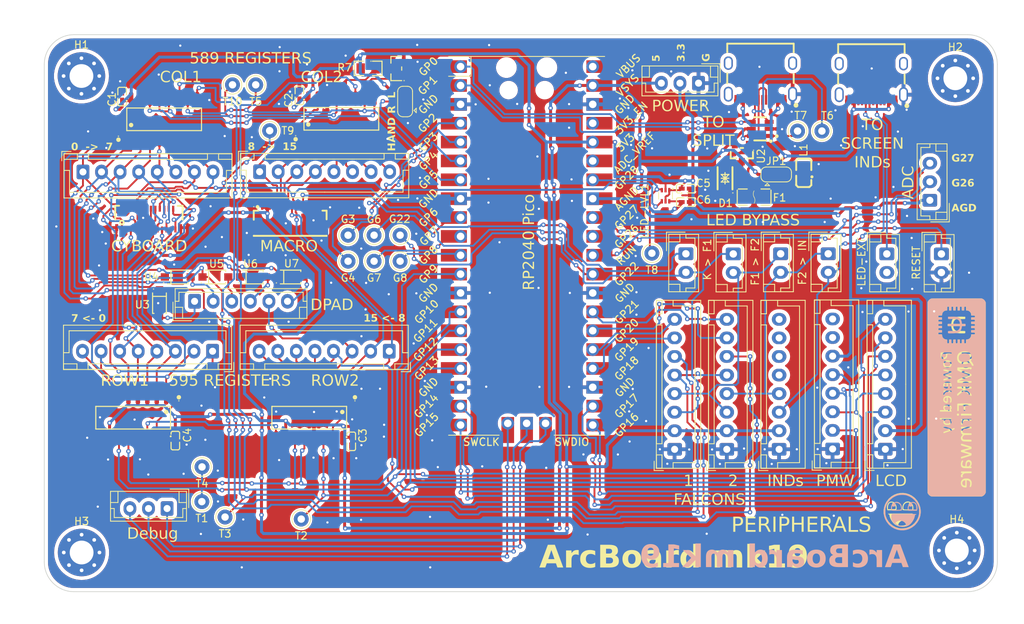
<source format=kicad_pcb>
(kicad_pcb (version 20221018) (generator pcbnew)
  (layers (0 "F.Cu" signal) (31 "B.Cu" signal) (34 "B.Paste" user) (35 "F.Paste" user) (36 "B.SilkS" user "B.Silkscreen") (37 "F.SilkS" user "F.Silkscreen") (38 "B.Mask" user) (39 "F.Mask" user) (44 "Edge.Cuts" user))
  (net 0 "")
  (net 1 "GND")
  (net 2 "col3")
  (net 3 "col2")
  (net 4 "col1")
  (net 5 "col4")
  (net 6 "col5")
  (net 7 "col6")
  (net 8 "SPI1_MISO")
  (net 9 "LED_INDICATORS_DO")
  (net 10 "LED_KEYS_DI")
  (net 11 "fal1-r1")
  (net 12 "fal1-r2")
  (net 13 "fal2-r1")
  (net 14 "fal2-r2")
  (net 15 "reset")
  (net 16 "+3V3")
  (net 17 "VCC")
  (net 18 "SPI1_MOSI")
  (net 19 "LED_FAL1_DI")
  (net 20 "LED_FAL2_DO")
  (net 21 "LED_KEYS_DO")
  (net 22 "LED_FAL1_DO")
  (net 23 "SPI1_CLK")
  (net 24 "PMW_CS")
  (net 25 "row1")
  (net 26 "row2")
  (net 27 "row3")
  (net 28 "row4")
  (net 29 "row5")
  (net 30 "row6")
  (net 31 "row7")
  (net 32 "col0")
  (net 33 "row0")
  (net 34 "col7")
  (net 35 "ROW_CS")
  (net 36 "COL_CS")
  (net 37 "col8")
  (net 38 "col9")
  (net 39 "col10")
  (net 40 "col11")
  (net 41 "row8")
  (net 42 "row9")
  (net 43 "row10")
  (net 44 "row11")
  (net 45 "row12")
  (net 46 "row13")
  (net 47 "row14")
  (net 48 "row15")
  (net 49 "COL_CS_MOS")
  (net 50 "col12")
  (net 51 "col13")
  (net 52 "col14")
  (net 53 "col15")
  (net 54 "Net-(D1-A)")
  (net 55 "Net-(F1-Pad2)")
  (net 56 "Serial_VBUS")
  (net 57 "AGND")
  (net 58 "Split_Comms_RX")
  (net 59 "Split_Comms_TX")
  (net 60 "Net-(5WAY1-Pin_1)")
  (net 69 "Net-(REG-COL1-QH)")
  (net 70 "Net-(REG-ROW1-Q7S)")
  (net 73 "LED_SCREEN_DO")
  (net 81 "LCD_CS")
  (net 82 "LCD_RST")
  (net 83 "LCD_DC")
  (net 84 "LCD_BL")
  (net 85 "Net-(5WAY1-Pin_2)")
  (net 89 "Net-(JP1-B)")
  (net 90 "Net-(HAND1-C)")
  (net 91 "GPIO3")
  (net 92 "GPIO4")
  (net 93 "GPIO6")
  (net 94 "GPIO7")
  (net 95 "GPIO8")
  (net 96 "GPIO22")
  (net 97 "GPIO26")
  (net 98 "GPIO27")
  (net 99 "Net-(5WAY1-Pin_3)")
  (net 100 "Net-(5WAY1-Pin_4)")
  (net 101 "Net-(5WAY1-Pin_6)")
  (net 102 "LED_DI_3.3V")
  (net 103 "SWDIO")
  (net 104 "SWCLK")
  (net 105 "SWGND")
  (footprint "Connector_JST:JST_XH_B8B-XH-A_1x08_P2.50mm_Vertical" (layer "F.Cu") (at 124.1 88.45)
    (fp_text reference "COL2" hide)
    (fp_text value "Conn_01x08_Socket")
  )
  (footprint "Connector_JST:JST_XH_B8B-XH-A_1x08_P2.50mm_Vertical" (layer "F.Cu") (at 208.28 125.817 90)
    (fp_text reference "LCD1" hide)
    (fp_text value "Conn_01x08_Socket")
  )
  (footprint "Connector_Pin:Pin_D1.0mm_L10.0mm" (layer "F.Cu") (at 196.475 82.975)
    (fp_text reference "T7")
    (fp_text value "Conn_01x01_Socket")
  )
  (footprint "Connector_JST:JST_EH_B2B-EH-A_1x02_P2.50mm_Vertical" (layer "F.Cu") (at 194.2 99.5 -90)
    (fp_text reference "LED-FAL2" hide)
    (fp_text value "Conn_01x02_Socket")
  )
  (footprint "MountingHole:MountingHole_3.2mm_M3_Pad_Via" (layer "F.Cu") (at 217.7 75.875)
    (fp_text reference "H2")
    (fp_text value "MountingHole")
  )
  (footprint "ct-kicad:R0805" (layer "F.Cu") (at 138.6988 74.5448 180)
    (fp_text reference "R7")
    (fp_text value "RK73H2ATTD9101F")
  )
  (footprint "ct-kicad:SOT-23_L2.9-W1.3-P1.90-LS2.4-BR" (layer "F.Cu") (at 188.976 85.9536 90)
    (fp_text reference "MOSFET1" hide)
    (fp_text value "AO3401A_C347476")
  )
  (footprint "ct-kicad:C0402" (layer "F.Cu") (at 105.6 78.334915 90)
    (fp_text reference "C1")
    (fp_text value "100nF")
  )
  (footprint "Connector_Pin:Pin_D1.0mm_L10.0mm" (layer "F.Cu") (at 136 97)
    (fp_text reference "G3")
    (fp_text value "Conn_01x01_Socket")
  )
  (footprint "Connector_Pin:Pin_D1.0mm_L10.0mm" (layer "F.Cu") (at 119.45 134.95)
    (fp_text reference "T3")
    (fp_text value "Conn_01x01_Socket")
  )
  (footprint "Connector_Pin:Pin_D1.0mm_L10.0mm" (layer "F.Cu") (at 176.875 99.425)
    (fp_text reference "T8")
    (fp_text value "Conn_01x01_Socket")
  )
  (footprint "Connector_Pin:Pin_D1.0mm_L10.0mm" (layer "F.Cu") (at 123.575 76.75)
    (fp_text reference "T5")
    (fp_text value "Conn_01x01_Socket")
  )
  (footprint "Connector_JST:JST_XH_B8B-XH-A_1x08_P2.50mm_Vertical" (layer "F.Cu") (at 193.9936 125.831 90)
    (fp_text reference "IND1" hide)
    (fp_text value "Conn_01x08_Socket")
  )
  (footprint "ct-kicad:SOD-123F_L2.7-W1.6-LS3.8-RD" (layer "F.Cu") (at 118.15 102.625)
    (fp_text reference "U5")
    (fp_text value "1N4148W_C81598")
  )
  (footprint "Connector_JST:JST_EH_B3B-EH-A_1x03_P2.50mm_Vertical" (layer "F.Cu") (at 214.275 92.3 90)
    (fp_text reference "ADC1" hide)
    (fp_text value "Conn_01x03_Socket")
  )
  (footprint "Connector_JST:JST_EH_B2B-EH-A_1x02_P2.50mm_Vertical" (layer "F.Cu") (at 181.45 99.5 -90)
    (fp_text reference "LED-MACRO1" hide)
    (fp_text value "Conn_01x02_Socket")
  )
  (footprint "Connector_JST:JST_EH_B3B-EH-A_1x03_P2.50mm_Vertical" (layer "F.Cu") (at 111.65 133.8 180)
    (fp_text reference "DBG1" hide)
    (fp_text value "Conn_01x03_Socket")
  )
  (footprint "ct-kicad:SOD-123F_L2.7-W1.6-LS3.8-RD" (layer "F.Cu") (at 113.09005 102.625)
    (fp_text reference "U4")
    (fp_text value "1N4148W_C81598")
  )
  (footprint "Connector_JST:JST_EH_B2B-EH-A_1x02_P2.50mm_Vertical" (layer "F.Cu") (at 200.6 99.5 -90)
    (fp_text reference "LED-IND1" hide)
    (fp_text value "Conn_01x02_Socket")
  )
  (footprint "ct-kicad:SOIC-16_L9.9-W3.9-P1.27-LS6.0-BL" (layer "F.Cu") (at 107.084991 121.574415 180)
    (fp_text reference "REG-ROW2" hide)
    (fp_text value "74HC595D")
  )
  (footprint "ct-kicad:SOD-123F_L2.7-W1.6-LS3.8-RD" (layer "F.Cu") (at 123.2 102.625)
    (fp_text reference "U6")
    (fp_text value "1N4148W_C81598")
  )
  (footprint "ct-kicad:SOD-123FL_L2.8-W1.8-LS3.7-BI" (layer "F.Cu") (at 186.7154 89.3318 90)
    (fp_text reference "D1")
    (fp_text value "SMF5_0CA_C364279")
  )
  (footprint "Jumper:SolderJumper-3_P1.3mm_Open_RoundedPad1.0x1.5mm" (layer "F.Cu") (at 193.5988 88.8238)
    (fp_text reference "JP1")
    (fp_text value "SolderJumper_3_Open")
  )
  (footprint "MountingHole:MountingHole_3.2mm_M3_Pad_Via" (layer "F.Cu") (at 100.15 139.725)
    (fp_text reference "H3")
    (fp_text value "MountingHole")
  )
  (footprint "Connector_Pin:Pin_D1.0mm_L10.0mm" (layer "F.Cu") (at 143 97)
    (fp_text reference "G22")
    (fp_text value "Conn_01x01_Socket")
  )
  (footprint "Connector_JST:JST_XH_B8B-XH-A_1x08_P2.50mm_Vertical" (layer "F.Cu") (at 186.9536 125.831 90)
    (fp_text reference "FAL2" hide)
    (fp_text value "Conn_01x08_Socket")
  )
  (footprint "ct-kicad:C0402" (layer "F.Cu") (at 136.43 124.755085 -90)
    (fp_text reference "C3")
    (fp_text value "100nF")
  )
  (footprint "ct-kicad:TSOT-23-6_L2.9-W1.6-P0.95-LS2.8-BL" (layer "F.Cu") (at 191.45 82.689484 90)
    (fp_text reference "U2")
    (fp_text value "AZC199-04S-MS")
  )
  (footprint "ct-kicad:SOT-23-3_L2.9-W1.3-P1.90-LS2.4-BR" (layer "F.Cu") (at 142.49 74.560038)
    (fp_text reference "COL_CS_MOS1" hide)
    (fp_text value "2N7002")
  )
  (footprint "Connector_JST:JST_XH_B8B-XH-A_1x08_P2.50mm_Vertical" (layer "F.Cu") (at 100.33 88.48)
    (fp_text reference "COL1" hide)
    (fp_text value "Conn_01x08_Socket")
  )
  (footprint "Jumper:SolderJumper-3_P1.3mm_Open_RoundedPad1.0x1.5mm" (layer "F.Cu") (at 143.675 79 90)
    (fp_text reference "HAND1" hide)
    (fp_text value "SolderJumper_3_Open")
  )
  (footprint "ct-kicad:C0402" (layer "F.Cu") (at 181.4322 90.7288)
    (fp_text reference "C5")
    (fp_text value "100nF")
  )
  (footprint "Connector_JST:JST_EH_B2B-EH-A_1x02_P2.50mm_Vertical" (layer "F.Cu") (at 187.825 99.525 -90)
    (fp_text reference "LED-FAL1" hide)
    (fp_text value "Conn_01x02_Socket")
  )
  (footprint "ct-kicad:awesome-logo" (layer "F.Cu") (at 210.55 134.2)
    (fp_text reference "G***" hide)
    (fp_text value "LOGO" hide)
  )
  (footprint "Connector_JST:JST_XH_B8B-XH-A_1x08_P2.50mm_Vertical" (layer "F.Cu") (at 141.54 112.62 180)
    (fp_text reference "ROW2" hide)
    (fp_text value "Conn_01x08_Socket")
  )
  (footprint "Connector_JST:JST_EH_B2B-EH-A_1x02_P2.50mm_Vertical" (layer "F.Cu") (at 215.825 99.525 -90)
    (fp_text reference "RESET1" hide)
    (fp_text value "Conn_01x02_Socket")
  )
  (footprint "Connector_JST:JST_XH_B8B-XH-A_1x08_P2.50mm_Vertical" (layer "F.Cu") (at 201.1934 125.7808 90)
    (fp_text reference "PWM1" hide)
    (fp_text value "Conn_01x08_Socket")
  )
  (footprint "ct-kicad:QMK_PoweredBy" (layer "F.Cu") (at 217.875 118.85 -90)
    (fp_text reference "LOGO1" hide)
    (fp_text value "QMK Logo" hide)
  )
  (footprint "Connector_Pin:Pin_D1.0mm_L10.0mm" (layer "F.Cu") (at 116.35 128.2)
    (fp_text reference "T4")
    (fp_text value "Conn_01x01_Socket")
  )
  (footprint "Connector_Pin:Pin_D1.0mm_L10.0mm" (layer "F.Cu") (at 116.325 132.875)
    (fp_text reference "T1")
    (fp_text value "Conn_01x01_Socket")
  )
  (footprint "Connector_Pin:Pin_D1.0mm_L10.0mm" (layer "F.Cu") (at 139.5 97)
    (fp_text reference "G6")
    (fp_text value "Conn_01x01_Socket")
  )
  (footprint "ct-kicad:C0402" (layer "F.Cu") (at 112.76 124.655085 -90)
    (fp_text reference "C4")
    (fp_text value "100nF")
  )
  (footprint "ct-kicad:USB-C_SMD-TYPE-C-31-M-12" (layer "F.Cu") (at 191.484879 76.304117 180)
    (fp_text reference "SPLIT-USB1" hide)
    (fp_text value "TYPE-C-31-M-12")
  )
  (footprint "ct-kicad:C0402" (layer "F.Cu") (at 181.4322 92.5322)
    (fp_text reference "C6")
    (fp_text value "100nF")
  )
  (footprint "ct-kicad:SOIC-16_L9.9-W3.9-P1.27-LS6.0-BL" (layer "F.Cu") (at 130.774991 121.575 180)
    (fp_text reference "REG-ROW1" hide)
    (fp_text value "74HC595D")
  )
  (footprint "Connector_JST:JST_XH_B8B-XH-A_1x08_P2.50mm_Vertical" (layer "F.Cu") (at 117.77 112.62 180)
    (fp_text reference "ROW1" hide)
    (fp_text value "Conn_01x08_Socket")
  )
  (footprint "ct-kicad:F1206" (layer "F.Cu") (at 190.627 91.8718)
    (fp_text reference "F1")
    (fp_text value "MF-NSMF075-2")
  )
  (footprint "Connector_JST:JST_EH_B6B-EH-A_1x06_P2.50mm_Vertical" (layer "F.Cu") (at 115.35 105.9)
    (fp_text reference "5WAY1" hide)
    (fp_text value "Conn_01x06_Socket")
  )
  (footprint "ct-kicad:USB-C_SMD-TYPE-C-31-M-12" (layer "F.Cu") (at 206.404879 76.374117 180)
    (fp_text reference "SCREEN1" hide)
    (fp_text value "TYPE-C-31-M-12")
  )
  (footprint "Connector_Pin:Pin_D1.0mm_L10.0mm" (layer "F.Cu") (at 129.7 135.225)
    (fp_text reference "T2")
    (fp_text value "Conn_01x01_Socket")
  )
  (footprint "MountingHole:MountingHole_3.2mm_M3_Pad_Via" (layer "F.Cu") (at 100.1268 75.565)
    (fp_text reference "H1")
    (fp_text value "MountingHole")
  )
  (footprint "Connector_JST:JST_EH_B2B-EH-A_1x02_P2.50mm_Vertical" (layer "F.Cu") (at 208.4832 99.5172 -90)
    (fp_text reference "LED-EXT-DO1" hide)
    (fp_text value "Conn_01x02_Socket")
  )
  (footprint "ct-kicad:SOIC-16_L9.9-W3.9-P1.27-LS6.0-BL" (layer "F.Cu") (at 135.094991 81.325585)
    (fp_text reference "REG-COL1" hide)
    (fp_text value "MC74HC589ADR2G")
  )
  (footprint "ct-kicad:FPC-SMD_ECT818001569" (layer "F.Cu") (at 109.170025 94.830051)
    (fp_text reference "CYBOARD-MAIN1" hide)
    (fp_text value "ECT818001569")
  )
  (footprint "ct-kicad:SOT-563_L1.6-W1.2-P0.50-LS1.6-BR" (layer "F.Cu") (at 178.7144 91.686 90)
    (fp_text reference "LED-LVL1")
    (fp_text value "SN74LVC1T45DRL")
  )
  (footprint "ct-kicad:SOIC-16_L9.9-W3.9-P1.27-LS6.0-BL" (layer "F.Cu") (at 111.254991 81.394415)
    (fp_text reference "REG-COL2" hide)
    (fp_text value "MC74HC589ADR2G")
  )
  (footprint "Connector_JST:JST_XH_B8B-XH-A_1x08_P2.50mm_Vertical" (layer "F.Cu") (at 179.9336 125.831 90)
    (fp_text reference "FAL1" hide)
    (fp_text value "Conn_01x08_Socket")
  )
  (footprint "ct-kicad:C0402" (layer "F.Cu") (at 129.45 78.174915 90)
    (fp_text reference "C2")
    (fp_text value "100nF")
  )
  (footprint "Connector_JST:JST_EH_B3B-EH-A_1x03_P2.50mm_Vertical" (layer "F.Cu") (at 183.15 76.525 180)
    (fp_text reference "PWR-OUT1" hide)
    (fp_text value "Conn_01x03_Socket")
  )
  (footprint "ct-kicad:FPC-SMD_16P-P0.50_HCTL_HC-FPC-05-10-16RLTAG" (layer "F.Cu") (at 128.204999 94.664996 180)
    (fp_text reference "CYBOARD-MACRO1" hide)
    (fp_text value "HC-FPC-05-10-16RLTAG")
  )
  (footprint "ct-kicad:SOD-123F_L2.7-W1.6-LS3.8-RD" (layer "F.Cu") (at 128.25995 102.625)
    (fp_text reference "U7")
    (fp_text value "1N4148W_C81598")
  )
  (footprint "rp2040:RPi_Pico_SMD_TH" (layer "F.Cu") (at 160.025 98.43)
    (fp_text reference "PICO1" hide)
    (fp_text value "Pico" hide)
  )
  (footprint "Connector_Pin:Pin_D1.0mm_L10.0mm" (layer "F.Cu") (at 199.75 82.975)
    (fp_text reference "T6")
    (fp_text value "Conn_01x01_Socket")
  )
  (footprint "Connector_Pin:Pin_D1.0mm_L10.0mm" (layer "F.Cu") (at 136 100.5)
    (fp_text reference "G4")
    (fp_text value "Conn_01x01_Socket")
  )
  (footprint "Connector_Pin:Pin_D1.0mm_L10.0mm" (layer "F.Cu") (at 125.45 82.925)
    (fp_text reference "T9")
    (fp_text value "Conn_01x01_Socket")
  )
  (footprint "Connector_Pin:Pin_D1.0mm_L10.0mm" (layer "F.Cu") (at 143 100.5)
    (fp_text reference "G8")
    (fp_text value "Conn_01x01_Socket")
  )
  (footprint "Connector_Pin:Pin_D1.0mm_L10.0mm" (layer "F.Cu") (at 120.45 76.75)
    (fp_text reference "T10")
    (fp_text value "Conn_01x01_Socket")
  )
  (footprint "MountingHole:MountingHole_3.2mm_M3_Pad_Via" (layer "F.Cu") (at 217.9 139.45)
    (fp_text reference "H4")
    (fp_text value "MountingHole")
  )
  (footprint "Connector_Pin:Pin_D1.0mm_L10.0mm" (layer "F.Cu") (at 139.5 100.5)
    (fp_text reference "G7")
    (fp_text value "Conn_01x01_Socket")
  )
  (footprint "ct-kicad:L0805" (layer "F.Cu") (at 197.3072 88.5698 90)
    (fp_text reference "L1")
    (fp_text value "MPZ2012S101AT000")
  )
  (footprint "ct-kicad:SOD-123F_L2.7-W1.6-LS3.8-RD" (layer "F.Cu") (at 110.625 106.15 -90)
    (fp_text reference "U3")
    (fp_text value "1N4148W_C81598")
  )
  (footprint "ct-kicad:QMK_PoweredBy" (layer "B.Cu") (at 217.875 118.85 -90)
    (fp_text reference "LOGO1" hide)
    (fp_text value "QMK Logo" hide)
  )
  (footprint "ct-kicad:awesome-logo" (layer "B.Cu") (at 210.55 134.25 180)
    (fp_text reference "G***" hide)
    (fp_text value "LOGO" hide)
  )
  (gr_line (start 95.1266 141) (end 95.1266 74) (stroke (width 0.1)) (layer "Edge.Cuts"))
  (gr_arc (start 95.1266 74) (mid 96.298173 71.171573) (end 99.1266 70) (stroke (width 0.1)) (layer "Edge.Cuts"))
  (gr_line (start 99.1266 70) (end 219.3518 70) (stroke (width 0.1)) (layer "Edge.Cuts"))
  (gr_arc (start 223.3518 141) (mid 222.180227 143.828427) (end 219.3518 145) (stroke (width 0.1)) (layer "Edge.Cuts"))
  (gr_arc (start 219.3518 70) (mid 222.180227 71.171573) (end 223.3518 74) (stroke (width 0.1)) (layer "Edge.Cuts"))
  (gr_line (start 219.3518 145) (end 99.1266 145) (stroke (width 0.1)) (layer "Edge.Cuts"))
  (gr_line (start 223.3518 74) (end 223.3518 141) (stroke (width 0.1)) (layer "Edge.Cuts"))
  (gr_arc (start 99.1266 145) (mid 96.298173 143.828427) (end 95.1266 141) (stroke (width 0.1)) (layer "Edge.Cuts"))
  (gr_text "ArcBoard mk19" (at 211.45 142.2) (layer "B.SilkS") (effects (font (size 3 3) (thickness 0.3) bold) (justify left bottom mirror)))
  (gr_text "TO\nSCREEN\nINDs" (at 206.55 88.125) (layer "F.SilkS") (effects (font (size 1.5 1.5)) (justify bottom)))
  (gr_text "RESET" (at 213.025 103.075 90) (layer "F.SilkS") (effects (font (size 1 1)) (justify left bottom)))
  (gr_text "ArcBoard mk19" (at 161.725 142.25) (layer "F.SilkS") (effects (font (size 3 3) (thickness 0.3) bold) (justify left bottom)))
  (gr_text "LCD" (at 206.925 131.025) (layer "F.SilkS") (effects (font (size 1.5 1.5)) (justify left bottom)))
  (gr_text "MACRO" (at 124.15 99.425) (layer "F.SilkS") (effects (font (size 1.5 1.5)) (justify left bottom)))
  (gr_text "F1 > F2" (at 191.35 103.875 90) (layer "F.SilkS") (effects (font (size 1 1)) (justify left bottom)))
  (gr_text "HAND R  L" (at 142.5 85.7 90) (layer "F.SilkS") (effects (font (size 1 1) (thickness 0.25) bold) (justify left bottom)))
  (gr_text "ROW1    595 REGISTERS    ROW2" (at 102.7 117.525) (layer "F.SilkS") (effects (font (size 1.5 1.5) (thickness 0.2)) (justify left bottom)))
  (gr_text "Debug" (at 106.25 138.125) (layer "F.SilkS") (effects (font (size 1.5 1.5)) (justify left bottom)))
  (gr_text "DPAD" (at 130.925 107.325) (layer "F.SilkS") (effects (font (size 1.5 1.5) (thickness 0.3)) (justify left bottom)))
  (gr_text "8  ->  15" (at 122.5 85.7) (layer "F.SilkS") (effects (font (size 1 1) (thickness 0.2) bold) (justify left bottom)))
  (gr_text "CYBOARD" (at 104.125 99.425) (layer "F.SilkS") (effects (font (size 1.5 1.5)) (justify left bottom)))
  (gr_text "15 <- 8" (at 138.075 108.8) (layer "F.SilkS") (effects (font (size 1 1) (thickness 0.2) bold) (justify left bottom)))
  (gr_text "0  ->  7" (at 98.73 85.73) (layer "F.SilkS") (effects (font (size 1 1) (thickness 0.2) bold) (justify left bottom)))
  (gr_text "7 <- 0" (at 98.75 108.825) (layer "F.SilkS") (effects (font (size 1 1) (thickness 0.2) bold) (justify left bottom)))
  (gr_text "RP2040 Pico" (at 161.275 104.425 90) (layer "F.SilkS") (effects (font (size 1.5 1.5) (thickness 0.1875)) (justify left bottom)))
  (gr_text "TO\nSPLIT" (at 185.175 85.225) (layer "F.SilkS") (effects (font (size 1.5 1.5)) (justify bottom)))
  (gr_text "LED BYPASS" (at 184.175 95.925) (layer "F.SilkS") (effects (font (size 1.5 1.5) (thickness 0.1875)) (justify left bottom)))
  (gr_text "K > F1" (at 184.925 103.15 90) (layer "F.SilkS") (effects (font (size 1 1)) (justify left bottom)))
  (gr_text "POWER" (at 180.75 80.55) (layer "F.SilkS") (effects (font (size 1.5 1.5)) (justify bottom)))
  (gr_text "PERIPHERALS" (at 187.55 137.275) (layer "F.SilkS") (effects (font (size 2 2) (thickness 0.3)) (justify left bottom)))
  (gr_text "   1       2\n FALCONS" (at 179.125 133.55) (layer "F.SilkS") (effects (font (size 1.5 1.5)) (justify left bottom)))
  (gr_text "PMW" (at 198.975 131.025) (layer "F.SilkS") (effects (font (size 1.5 1.5)) (justify left bottom)))
  (gr_text "5\n\n3.3\n\nG" (at 184.8 73.65 90) (layer "F.SilkS") (effects (font (size 1 1) (thickness 0.2) bold) (justify left bottom)))
  (gr_text "      589 REGISTERS\nCOL1                    COL2" (at 110.675 76.65) (layer "F.SilkS") (effects (font (size 1.5 1.5) (thickness 0.2)) (justify left bottom)))
  (gr_text "G27\n\nG26\n\nAGD" (at 217.175 93.975) (layer "F.SilkS") (effects (font (size 1 1) (thickness 0.2) bold) (justify left bottom)))
  (gr_text "INDs" (at 192.4 131.025) (layer "F.SilkS") (effects (font (size 1.5 1.5)) (justify left bottom)))
  (gr_text "ADC" (at 212.3 89.9 90) (layer "F.SilkS") (effects (font (size 1.5 1.5)) (justify bottom)))
  (gr_text "F2 > IN" (at 197.7 103.8 90) (layer "F.SilkS") (effects (font (size 1 1)) (justify left bottom)))
  (gr_text "LED-EXT" (at 205.6638 103.9876 90) (layer "F.SilkS") (effects (font (size 1 1)) (justify left bottom)))
  (segment (start 104.87005 96.65495) (end 104.87005 95.980165) (width 0.25) (layer "F.Cu") (net 1))
  (segment (start 210.4898 80.1116) (end 211.1502 80.1116) (width 0.4) (layer "F.Cu") (net 1))
  (segment (start 108.270101 94.503301) (end 108.4326 94.6658) (width 0.25) (layer "F.Cu") (net 1))
  (segment (start 105.6 77.78983) (end 104.30277 77.78983) (width 0.4) (layer "F.Cu") (net 1))
  (segment (start 178.714527 89.385473) (end 178.714527 90.936013) (width 0.25) (layer "F.Cu") (net 1))
  (segment (start 137.76763 125.30017) (end 137.795 125.2728) (width 0.4) (layer "F.Cu") (net 1))
  (segment (start 130.454935 93.259992) (end 130.955063 93.259992) (width 0.25) (layer "F.Cu") (net 1))
  (segment (start 182.2 94.85) (end 181.977285 94.627285) (width 0.4) (layer "F.Cu") (net 1))
  (segment (start 115.005165 95.980165) (end 113.47 95.980165) (width 0.25) (layer "F.Cu") (net 1))
  (segment (start 203.054866 79.418534) (end 202.3364 80.137) (width 0.4) (layer "F.Cu") (net 1))
  (segment (start 107.970127 97.95) (end 107.970127 96.230102) (width 0.25) (layer "F.Cu") (net 1))
  (segment (start 128.23717 77.62983) (end 128.1938 77.6732) (width 0.4) (layer "F.Cu") (net 1))
  (segment (start 107.970127 95.143127) (end 107.970127 96.230102) (width 0.25) (layer "F.Cu") (net 1))
  (segment (start 113.47 97.395) (end 113.47 95.980165) (width 0.25) (layer "F.Cu") (net 1))
  (segment (start 107.670152 93.43) (end 107.670152 94.843152) (width 0.25) (layer "F.Cu") (net 1))
  (segment (start 113.925 97.85) (end 113.47 97.395) (width 0.25) (layer "F.Cu") (net 1))
  (segment (start 181.977285 94.627285) (end 181.977285 92.5322) (width 0.4) (layer "F.Cu") (net 1))
  (segment (start 209.754892 79.376692) (end 210.4136 80.0354) (width 0.4) (layer "F.Cu") (net 1))
  (segment (start 130.955063 93.259992) (end 133.562008 93.259992) (width 0.4) (layer "F.Cu") (net 1))
  (segment (start 131.409992 124.310585) (end 131.409992 120.812008) (width 0.4) (layer "F.Cu") (net 1))
  (segment (start 136.43 125.30017) (end 137.76763 125.30017) (width 0.4) (layer "F.Cu") (net 1))
  (segment (start 191.483587 84.803587) (end 191.77 85.09) (width 0.4) (layer "F.Cu") (net 1))
  (segment (start 182.129685 90.8812) (end 184.0484 90.8812) (width 0.4) (layer "F.Cu") (net 1))
  (segment (start 130.475 74) (end 129.45 75.025) (width 0.4) (layer "F.Cu") (net 1))
  (segment (start 133.562008 93.259992) (end 133.5786 93.2434) (width 0.4) (layer "F.Cu") (net 1))
  (segment (start 194.39 82.72) (end 194.359484 82.689484) (width 0.4) (layer "F.Cu") (net 1))
  (segment (start 202.2856 80.1878) (end 201.5744 80.1878) (width 0.4) (layer "F.Cu") (net 1))
  (segment (start 112.76 125.20017) (end 114.27103 125.20017) (width 0.4) (layer "F.Cu") (net 1))
  (segment (start 181.977285 90.7288) (end 182.129685 90.8812) (width 0.4) (layer "F.Cu") (net 1))
  (segment (start 179.25 88.85) (end 178.714527 89.385473) (width 0.25) (layer "F.Cu") (net 1))
  (segment (start 104.30277 77.78983) (end 104.2924 77.8002) (width 0.4) (layer "F.Cu") (net 1))
  (segment (start 129.45 77.62983) (end 128.23717 77.62983) (width 0.4) (layer "F.Cu") (net 1))
  (segment (start 202.3364 80.137) (end 202.2856 80.1878) (width 0.4) (layer "F.Cu") (net 1))
  (segment (start 131.409992 120.812008) (end 131.4196 120.8024) (width 0.4) (layer "F.Cu") (net 1))
  (segment (start 107.670152 93.43) (end 108.270101 93.43) (width 0.25) (layer "F.Cu") (net 1))
  (segment (start 108.270101 93.43) (end 108.270101 94.503301) (width 0.25) (layer "F.Cu") (net 1))
  (segment (start 115.125 96.1) (end 115.005165 95.980165) (width 0.25) (layer "F.Cu") (net 1))
  (segment (start 129.45 75.025) (end 129.45 77.62983) (width 0.4) (layer "F.Cu") (net 1))
  (segment (start 194.834892 79.518892) (end 194.834892 78.77826) (width 0.4) (layer "F.Cu") (net 1))
  (segment (start 194.359484 82.689484) (end 192.65 82.689484) (width 0.4) (layer "F.Cu") (net 1))
  (segment (start 189.926013 84.803587) (end 191.483587 84.803587) (width 0.4) (layer "F.Cu") (net 1))
  (segment (start 114.27103 125.20017) (end 114.2746 125.1966) (width 0.4) (layer "F.Cu") (net 1))
  (segment (start 108.570076 94.803276) (end 108.4326 94.6658) (width 0.25) (layer "F.Cu") (net 1))
  (segment (start 210.4136 80.0354) (end 210.4898 80.1116) (width 0.4) (layer "F.Cu") (net 1))
  (segment (start 107.670152 94.843152) (end 107.970127 95.143127) (width 0.25) (layer "F.Cu") (net 1))
  (segment (start 203.054866 78.84826) (end 203.054866 79.418534) (width 0.4) (layer "F.Cu") (net 1))
  (segment (start 108.570076 94.803276) (end 108.570076 96.230102) (width 0.25) (layer "F.Cu") (net 1))
  (segment (start 103.4 98.125) (end 104.87005 96.65495) (width 0.25) (layer "F.Cu") (net 1))
  (segment (start 188.134866 79.530334) (end 187.2488 80.4164) (width 0.4) (layer "F.Cu") (net 1))
  (segment (start 103.519835 95.980165) (end 104.87005 95.980165) (width 0.25) (layer "F.Cu") (net 1))
  (segment (start 188.134866 78.77826) (end 188.134866 79.530334) (width 0.4) (layer "F.Cu") (net 1))
  (segment (start 195.6816 80.3656) (end 194.834892 79.518892) (width 0.4) (layer "F.Cu") (net 1))
  (segment (start 107.970127 96.230102) (end 108.570076 96.230102) (width 0.25) (layer "F.Cu") (net 1))
  (segment (start 105.6 76.5424) (end 105.3338 76.2762) (width 0.4) (layer "F.Cu") (net 1))
  (segment (start 102.925 96.575) (end 103.519835 95.980165) (width 0.25) (layer "F.Cu") (net 1))
  (segment (start 209.754892 78.84826) (end 209.754892 79.376692) (width 0.4) (layer "F.Cu") (net 1))
  (segment (start 105.6 77.78983) (end 105.6 76.5424) (width 0.4) (layer "F.Cu") (net 1))
  (via (at 126.325 120.75) (size 0.6) (drill 0.3) (layers "F.Cu" "B.Cu") (net 1))
  (via (at 126.775 74.925) (size 0.6) (drill 0.3) (layers "F.Cu" "B.Cu") (net 1))
  (via (at 147.325 124.625) (size 0.6) (drill 0.3) (layers "F.Cu" "B.Cu") (net 1))
  (via (at 189.275 125.725) (size 0.6) (drill 0.3) (layers "F.Cu" "B.Cu") (net 1))
  (via (at 172.3 126.525) (size 0.6) (drill 0.3) (layers "F.Cu" "B.Cu") (net 1))
  (via (at 174.8 107.7) (size 0.6) (drill 0.3) (layers "F.Cu" "B.Cu") (net 1))
  (via (at 104.2924 77.8002) (size 0.6) (drill 0.3) (layers "F.Cu" "B.Cu") (net 1))
  (via (at 176.4284 112.1918) (size 0.6) (drill 0.3) (layers "F.Cu" "B.Cu") (net 1))
  (via (at 186.025 127.8) (size 0.6) (drill 0.3) (layers "F.Cu" "B.Cu") (net 1))
  (via (at 145.3 71.375) (size 0.6) (drill 0.3) (layers "F.Cu" "B.Cu") (net 1))
  (via (at 182.2 94.85) (size 0.6) (drill 0.3) (layers "F.Cu" "B.Cu") (net 1))
  (via (at 145.325 92.05) (size 0.6) (drill 0.3) (layers "F.Cu" "B.Cu") (net 1))
  (via (at 176.1 122.025) (size 0.6) (drill 0.3) (layers "F.Cu" "B.Cu") (net 1))
  (via (at 113.925 97.85) (size 0.6) (drill 0.3) (layers "F.Cu" "B.Cu") (net 1))
  (via (at 115.125 96.1) (size 0.6) (drill 0.3) (layers "F.Cu" "B.Cu") (net 1))
  (via (at 184.325 85.325) (size 0.6) (drill 0.3) (layers "F.Cu" "B.Cu") (net 1))
  (via (at 215.125 121.7) (size 0.6) (drill 0.3) (layers "F.Cu" "B.Cu") (net 1))
  (via (at 195.6816 80.3656) (size 0.6) (drill 0.3) (layers "F.Cu" "B.Cu") (net 1))
  (via (at 193 127.8) (size 0.6) (drill 0.3) (layers "F.Cu" "B.Cu") (net 1))
  (via (at 210.625 125.8) (size 0.6) (drill 0.3) (layers "F.Cu" "B.Cu") (net 1))
  (via (at 128 108.65) (size 0.6) (drill 0.3) (layers "F.Cu" "B.Cu") (net 1))
  (via (at 141.475 104.95) (size 0.6) (drill 0.3) (layers "F.Cu" "B.Cu") (net 1))
  (via (at 117.325 78.8) (size 0.6) (drill 0.3) (layers "F.Cu" "B.Cu") (net 1))
  (via (at 101.025 83.025) (size 0.6) (drill 0.3) (layers "F.Cu" "B.Cu") (net 1))
  (via (at 206.45 74.55) (size 0.6) (drill 0.3) (layers "F.Cu" "B.Cu") (net 1))
  (via (at 117.325 108.65) (size 0.6) (drill 0.3) (layers "F.Cu" "B.Cu") (net 1))
  (via (at 211.9 104.225) (size 0.6) (drill 0.3) (layers "F.Cu" "B.Cu") (net 1))
  (via (at 191.35 74.325) (size 0.6) (drill 0.3) (layers "F.Cu" "B.Cu") (net 1))
  (via (at 187.2488 80.4164) (size 0.6) (drill 0.3) (layers "F.Cu" "B.Cu") (net 1))
  (via (at 121.7 141.725) (size 0.6) (drill 0.3) (layers "F.Cu" "B.Cu") (net 1))
  (via (at 102.925 96.575) (size 0.6) (drill 0.3) (layers "F.Cu" "B.Cu") (net 1))
  (via (at 165.735 82.5246) (size 0.6) (drill 0.3) (layers "F.Cu" "B.Cu") (net 1))
  (via (at 100.9 124.275) (size 0.6) (drill 0.3) (layers "F.Cu" "B.Cu") (net 1))
  (via (at 154.8892 92.6084) (size 0.6) (drill 0.3) (layers "F.Cu" "B.Cu") (net 1))
  (via (at 209.375 90.5) (size 0.6) (drill 0.3) (layers "F.Cu" "B.Cu") (net 1))
  (via (at 148.075 128.225) (size 0.6) (drill 0.3) (layers "F.Cu" "B.Cu") (net 1))
  (via (at 178.95 127.775) (size 0.6) (drill 0.3) (layers "F.Cu" "B.Cu") (net 1))
  (via (at 174.075 84.85) (size 0.6) (drill 0.3) (layers "F.Cu" "B.Cu") (net 1))
  (via (at 126.8 71.675) (size 0.6) (drill 0.3) (layers "F.Cu" "B.Cu") (net 1))
  (via (at 137.1 127.025) (size 0.6) (drill 0.3) (layers "F.Cu" "B.Cu") (net 1))
  (via (at 118.1 117.475) (size 0.6) (drill 0.3) (layers "F.Cu" "B.Cu") (net 1))
  (via (at 174.25 74.8) (size 0.6) (drill 0.3) (layers "F.Cu" "B.Cu") (net 1))
  (via (at 125.525 116.325) (size 0.6) (drill 0.3) (layers "F.Cu" "B.Cu") (net 1))
  (via (at 173.725 79.875) (size 0.6) (drill 0.3) (layers "F.Cu" "B.Cu") (net 1))
  (via (at 184.975 125.85) (size 0.6) (drill 0.3) (layers "F.Cu" "B.Cu") (net 1))
  (via (at 116.8 124.55) (size 0.6) (drill 0.3) (layers "F.Cu" "B.Cu") (net 1))
  (via (at 147.05 141.725) (size 0.6) (drill 0.3) (layers "F.Cu" "B.Cu") (net 1))
  (via (at 145.35 73.65) (size 0.6) (drill 0.3) (layers "F.Cu" "B.Cu") (net 1))
  (via (at 194.39 82.72) (size 0.6) (drill 0.3) (layers "F.Cu" "B.Cu") (net 1))
  (via (at 177.95 125.825) (size 0.6) (drill 0.3) (layers "F.Cu" "B.Cu") (net 1))
  (via (at 137.75 135.325) (size 0.6) (drill 0.3) (layers "F.Cu" "B.Cu") (net 1))
  (via (at 211.425 121.7) (size 0.6) (drill 0.3) (layers "F.Cu" "B.Cu") (net 1))
  (via (at 219.55 102.05) (size 0.6) (drill 0.3) (layers "F.Cu" "B.Cu") (net 1))
  (via (at 154.5844 117.3988) (size 0.6) (drill 0.3) (layers "F.Cu" "B.Cu") (net 1))
  (via (at 205.25 82.325) (size 0.6) (drill 0.3) (layers "F.Cu" "B.Cu") (net 1))
  (via (at 133.725 103.4) (size 0.6) (drill 0.3) (layers "F.Cu" "B.Cu") (net 1))
  (via (at 140.85 122.525) (size 0.6) (drill 0.3) (layers "F.Cu" "B.Cu") (net 1))
  (via (at 137.5 93.3) (size 0.6) (drill 0.3) (layers "F.Cu" "B.Cu") (net 1))
  (via (at 174.8 104.675) (size 0.6) (drill 0.3) (layers "F.Cu" "B.Cu") (net 1))
  (via (at 211.1502 80.1116) (size 0.6) (drill 0.3) (layers "F.Cu" "B.Cu") (net 1))
  (via (at 173.875 124.775) (size 0.6) (drill 0.3) (layers "F.Cu" "B.Cu") (net 1))
  (via (at 108 127.175) (size 0.6) (drill 0.3) (layers "F.Cu" "B.Cu") (net 1))
  (via (at 105.3338 76.2762) (size 0.6) (drill 0.3) (layers "F.Cu" "B.Cu") (net 1))
  (via (at 155.067 104.7496) (size 0.6) (drill 0.3) (layers "F.Cu" "B.Cu") (net 1))
  (via (at 130.475 74) (size 0.6) (drill 0.3) (layers "F.Cu" "B.Cu") (net 1))
  (via (at 155.067 76.8096) (size 0.6) (drill 0.3) (layers "F.Cu" "B.Cu") (net 1))
  (via (at 144.05 81.9) (size 0.6) (drill 0.3) (layers "F.Cu" "B.Cu") (net 1))
  (via (at 205.2066 107.3404) (size 0.6) (drill 0.3) (layers "F.Cu" "B.Cu") (net 1))
  (via (at 131.35 126.95) (size 0.6) (drill 0.3) (layers "F.Cu" "B.Cu") (net 1))
  (via (at 205.0542 104.14) (size 0.6) (drill 0.3) (layers "F.Cu" "B.Cu") (net 1))
  (via (at 211.825 97.375) (size 0.6) (drill 0.3) (layers "F.Cu" "B.Cu") (net 1))
  (via (at 156.375 97.95) (size 0.6) (drill 0.3) (layers "F.Cu" "B.Cu") (net 1))
  (via (at 146.325 116.625) (size 0.6) (drill 0.3) (layers "F.Cu" "B.Cu") (net 1))
  (via (at 138.35 107) (size 0.6) (drill 0.3) (layers "F.Cu" "B.Cu") (net 1))
  (via (at 137.795 125.2728) (size 0.6) (drill 0.3) (layers "F.Cu" "B.Cu") (net 1))
  (via (at 137.8 117.675) (size 0.6) (drill 0.3) (layers "F.Cu" "B.Cu") (net 1))
  (via (at 118.5 132.85) (size 0.6) (drill 0.3) (layers "F.Cu" "B.Cu") (net 1))
  (via (at 142.725 92.25) (size 0.6) (drill 0.3) (layers "F.Cu" "B.Cu") (net 1))
  (via (at 165.735 79.3496) (size 0.6) (drill 0.3) (layers "F.Cu" "B.Cu") (net 1))
  (via (at 161.75 117.425) (size 0.6) (drill 0.3) (layers "F.Cu" "B.Cu") (net 1))
  (via (at 184.25 137.2) (size 0.6) (drill 0.3) (layers "F.Cu" "B.Cu") (net 1))
  (via (at 214.85 107.25) (size 0.6) (drill 0.3) (layers "F.Cu" "B.Cu") (net 1))
  (via (at 110.525 75.375) (size 0.6) (drill 0.3) (layers "F.Cu" "B.Cu") (net 1))
  (via (at 165.735 117.4242) (size 0.6) (drill 0.3) (layers "F.Cu" "B.Cu") (net 1))
  (via (at 184.0484 90.8812) (size 0.6) (drill 0.3) (layers "F.Cu" "B.Cu") (net 1))
  (via (at 103.475 85.25) (size 0.6) (drill 0.3) (layers "F.Cu" "B.Cu") (net 1))
  (via (at 102.5 101.075) (size 0.6) (drill 0.3) (layers "F.Cu" "B.Cu") (net 1))
  (via (at 135.675 72.825) (size 0.6) (drill 0.3) (layers "F.Cu" "B.Cu") (net 1))
  (via (at 133.5786 93.2434) (size 0.6) (drill 0.3) (layers "F.Cu" "B.Cu") (net 1))
  (via (at 107.275 121.825) (size 0.6) (drill 0.3) (layers "F.Cu" "B.Cu") (net 1))
  (via (at 118.475 128.7) (size 0.6) (drill 0.3) (layers "F.Cu" "B.Cu") (net 1))
  (via (at 183.8 79.375) (size 0.6) (drill 0.3) (layers "F.Cu" "B.Cu") (net 1))
  (via (at 201.5744 80.1878) (size 0.6) (drill 0.3) (layers "F.Cu" "B.Cu") (net 1))
  (via (at 172.575 78.6) (size 0.6) (drill 0.3) (layers "F.Cu" "B.Cu") (net 1))
  (via (at 203.3 114.8) (size 0.6) (drill 0.3) (layers "F.Cu" "B.Cu") (net 1))
  (via (at 116.825 98.55) (size 0.6) (drill 0.3) (layers "F.Cu" "B.Cu") (net 1))
  (via (at 113.425 71.475) (size 0.6) (drill 0.3) (layers "F.Cu" "B.Cu") (net 1))
  (via (at 174.7 99.8) (size 0.6) (drill 0.3) (layers "F.Cu" "B.Cu") (net 1))
  (via (at 121.9 135.275) (size 0.6) (drill 0.3) (layers "F.Cu" "B.Cu") (net 1))
  (via (at 127.6 99.7) (size 0.6) (drill 0.3) (layers "F.Cu" "B.Cu") (net 1))
  (via (at 191.77 85.09) (size 0.6) (drill 0.3) (layers "F.Cu" "B.Cu") (net 1))
  (via (at 110.45 106.15) (size 0.6) (drill 0.3) (layers "F.Cu" "B.Cu") (net 1))
  (via (at 146.6 121.225) (size 0.6) (drill 0.3) (layers "F.Cu" "B.Cu") (net 1))
  (via (at 144.825 111.575) (size 0.6) (drill 0.3) (layers "F.Cu" "B.Cu") (net 1))
  (via (at 140.3 117.675) (size 0.6) (drill 0.3) (layers "F.Cu" "B.Cu") (net 1))
  (via (at 131.35 95) (size 0.6) (drill 0.3) (layers "F.Cu" "B.Cu") (net 1))
  (via (at 166.0652 89.4842) (size 0.6) (drill 0.3) (layers "F.Cu" "B.Cu") (net 1))
  (via (at 196.1134 85.0138) (size 0.6) (drill 0.3) (layers "F.Cu" "B.Cu") (net 1))
  (via (at 162.6616 128.3208) (size 0.6) (drill 0.3) (layers "F.Cu" "B.Cu") (net 1))
  (via (at 211.4 107.275) (size 0.6) (drill 0.3) (layers "F.Cu" "B.Cu") (net 1))
  (via (at 137.8 110.6) (size 0.6) (drill 0.3) (layers "F.Cu" "B.Cu") (net 1))
  (via (at 211.2 94.4) (size 0.6) (drill 0.3) (layers "F.Cu" "B.Cu") (net 1))
  (via (at 154.8892 89.408) (size 0.6) (drill 0.3) (layers "F.Cu" "B.Cu") (net 1))
  (via (at 126.725 127.275) (size 0.6) (drill 0.3) (layers "F.Cu" "B.Cu") (net 1))
  (via (at 112.6 100.95) (size 0.6) (drill 0.3) (layers "F.Cu" "B.Cu") (net 1))
  (via (at 158.75 79.325) (size 0.6) (drill 0.3) (layers "F.Cu" "B.Cu") (net 1))
  (via (at 173.775 87.625) (size 0.6) (drill 0.3) (layers "F.Cu" "B.Cu") (net 1))
  (via (at 117.5 93.1) (size 0.6) (drill 0.3) (layers "F.Cu" "B.Cu") (net 1))
  (via (at 200.925 92.075) (size 0.6) (drill 0.3) (layers "F.Cu" "B.Cu") (net 1))
  (via (at 108.4326 94.6658) (size 0.6) (drill 0.3) (layers "F.Cu" "B.Cu") (net 1))
  (via (at 205.725 100.55) (size 0.6) (drill 0.3) (layers "F.Cu" "B.Cu") (net 1))
  (via (at 119.025 97.25) (size 0.6) (drill 0.3) (layers "F.Cu" "B.Cu") (net 1))
  (via (at 109.125 129.225) (size 0.6) (drill 0.3) (layers "F.Cu" "B.Cu") (net 1))
  (via (at 209.975 83.05) (size 0.6) (drill 0.3) (layers "F.Cu" "B.Cu") (net 1))
  (via (at 208.575 127.975) (size 0.6) (drill 0.3) (layers "F.Cu" "B.Cu") (net 1))
  (via (at 140.825 124.125) (size 0.6) (drill 0.3) (layers "F.Cu" "B.Cu") (net 1))
  (via (at 128.1938 77.6732) (size 0.6) (drill 0.3) (layers "F.Cu" "B.Cu") (net 1))
  (via (at 147.025 134.925) (size 0.6) (drill 0.3) (layers "F.Cu" "B.Cu") (net 1))
  (via (at 184.475 88.325) (size 0.6) (drill 0.3) (layers "F.Cu" "B.Cu") (net 1))
  (via (at 102.625 121.525) (size 0.6) (drill 0.3) (layers "F.Cu" "B.Cu") (net 1))
  (via (at 179.475 74.95) (size 0.6) (drill 0.3) (layers "F.Cu" "B.Cu") (net 1))
  (via (at 123.05 83.8) (size 0.6) (drill 0.3) (layers "F.Cu" "B.Cu") (net 1))
  (via (at 165.8366 104.775) (size 0.6) (drill 0.3) (layers "F.Cu" "B.Cu") (net 1))
  (via (at 154.975 71.4) (size 0.6) (drill 0.3) (layers "F.Cu" "B.Cu") (net 1))
  (via (at 167.6654 126.5174) (size 0.6) (drill 0.3) (layers "F.Cu" "B.Cu") (net 1))
  (via (at 136.5504 121.793) (size 0.6) (drill 0.3) (layers "F.Cu" "B.Cu") (net 1))
  (via (at 145.175 96.8) (size 0.6) (drill 0.3) (layers "F.Cu" "B.Cu") (net 1))
  (via (at 145.675 89.275) (size 0.6) (drill 0.3) (layers "F.Cu" "B.Cu") (net 1))
  (via (at 141.3 84.025) (size 0.6) (drill 0.3) (layers "F.Cu" "B.Cu") (net 1))
  (via (at 199.125 117.525) (size 0.6) (drill 0.3) (layers "F.Cu" "B.Cu") (net 1))
  (via (at 154.05 128.125) (size 0.6) (drill 0.3) (layers "F.Cu" "B.Cu") (net 1))
  (via (at 102.6 107.1) (size 0.6) (drill 0.3) (layers "F.Cu" "B.Cu") (net 1))
  (via (at 191.8 95.225) (size 0.6) (drill 0.3) (layers "F.Cu" "B.Cu") (net 1))
  (via (at 145.1864 104.8258) (size 0.6) (drill 0.3) (layers "F.Cu" "B.Cu") (net 1))
  (via (at 173.825 120.725) (size 0.6) (drill 0.3) (layers "F.Cu" "B.Cu") (net 1))
  (via (at 194.425 134.65) (size 0.6) (drill 0.3) (layers "F.Cu" "B.Cu") (net 1))
  (via (at 122.625 99.65) (size 0.6) (drill 0.3) (layers "F.Cu" "B.Cu") (net 1))
  (via (at 174.3 117.7) (size 0.6) (drill 0.3) (layers "F.Cu" "B.Cu") (net 1))
  (via (at 202.3364 84.9122) (size 0.6) (drill 0.3) (layers "F.Cu" "B.Cu") (net 1))
  (via (at 146.1262 78.725) (size 0.6) (drill 0.3) (layers "F.Cu" "B.Cu") (net 1))
  (via (at 107.970127 97.95) (size 0.6) (drill 0.3) (layers "F.Cu" "B.Cu") (net 1))
  (via (at 122.375 96.7) (size 0.6) (drill 0.3) (layers "F.Cu" "B.Cu") (net 1))
  (via (at 101.725 94.75) (size 0.6) (drill 0.3) (layers "F.Cu" "B.Cu") (net 1))
  (via (at 113.875 129.125) (size 0.6) (drill 0.3) (layers "F.Cu" "B.Cu") (net 1))
  (via (at 192.05 125.825) (size 0.6) (drill 0.3) (layers "F.Cu" "B.Cu") (net 1))
  (via (at 102.325 133.55) (size 0.6) (drill 0.3) (layers "F.Cu" "B.Cu") (net 1))
  (via (at 138.425 103.425) (size 0.6) (drill 0.3) (layers "F.Cu" "B.Cu") (net 1))
  (via (at 165.3032 75.1332) (size 0.6) (drill 0.3) (layers "F.Cu" "B.Cu") (net 1))
  (via (at 114.2746 125.1966) (size 0.6) (drill 0.3) (layers "F.Cu" "B.Cu") (net 1))
  (via (at 200.35 127.7) (size 0.6) (drill 0.3) (layers "F.Cu" "B.Cu") (net 1))
  (via (at 131.4196 120.8024) (size 0.6) (drill 0.3) (layers "F.Cu" "B.Cu") (net 1))
  (via (at 96.75 95.825) (size 0.6) (drill 0.3) (layers "F.Cu" "B.Cu") (net 1))
  (via (at 116.2 137.225) (size 0.6) (drill 0.3) (layers "F.Cu" "B.Cu") (net 1))
  (via (at 176.9 85.3) (size 0.6) (drill 0.3) (layers "F.Cu" "B.Cu") (net 1))
  (via (at 199.3138 87.4268) (size 0.6) (drill 0.3) (layers "F.Cu" "B.Cu") (net 1))
  (via (at 174.9 94.65) (size 0.6) (drill 0.3) (layers "F.Cu" "B.Cu") (net 1))
  (via (at 206.975 91.9) (size 0.6) (drill 0.3) (layers "F.Cu" "B.Cu") (net 1))
  (via (at 103.7082 127.2032) (size 0.6) (drill 0.3) (layers "F.Cu" "B.Cu") (net 1))
  (via (at 153.162 79.375) (size 0.6) (drill 0.3) (layers "F.Cu" "B.Cu") (net 1))
  (via (at 132.425 97.725) (size 0.6) (drill 0.3) (layers "F.Cu" "B.Cu") (net 1))
  (via (at 161.625 104.1) (size 0.6) (drill 0.3) (layers "F.Cu" "B.Cu") (net 1))
  (via (at 200.125 95.225) (size 0.6) (drill 0.3) (layers "F.Cu" "B.Cu") (net 1))
  (via (at 119.4 83.65) (size 0.6) (drill 0.3) (layers "F.Cu" "B.Cu") (net 1))
  (via (at 162.875 135.3) (size 0.6) (drill 0.3) (layers "F.Cu" "B.Cu") (net 1))
  (via (at 127.625 95.4) (size 0.6) (drill 0.3) (layers "F.Cu" "B.Cu") (net 1))
  (via (at 126.7 79.325) (size 0.6) (drill 0.3) (layers "F.Cu" "B.Cu") (net 1))
  (via (at 133.175 76.775) (size 0.6) (drill 0.3) (layers "F.Cu" "B.Cu") (net 1))
  (via (at 133.225 135.675) (size 0.6) (drill 0.3) (layers "F.Cu" "B.Cu") (net 1))
  (via (at 168.225 137.3) (size 0.6) (drill 0.3) (layers "F.Cu" "B.Cu") (net 1))
  (via (at 134.4676 120.7262) (size 0.6) (drill 0.3) (layers "F.Cu" "B.Cu") (net 1))
  (via (at 161.675 93.45) (size 0.6) (drill 0.3) (layers "F.Cu" "B.Cu") (net 1))
  (via (at 116.275 119.95) (size 0.6) (drill 0.3) (layers "F.Cu" "B.Cu") (net 1))
  (via (at 185.4 92.375) (size 0.6) (drill 0.3) (layers "F.Cu" "B.Cu") (net 1))
  (via (at 181.9 125.85) (size 0.6) (drill 0.3) (layers "F.Cu" "B.Cu") (net 1))
  (via (at 199.175 125.8) (size 0.6) (drill 0.3) (layers "F.Cu" "B.Cu") (net 1))
  (via (at 201.35 134.775) (size 0.6) (drill 0.3) (layers "F.Cu" "B.Cu") (net 1))
  (via (at 137.775 98.8) (size 0.6) (drill 0.3) (layers "F.Cu" "B.Cu") (net 1))
  (via (at 161.475 86.4) (size 0.6) (drill 0.3) (layers "F.Cu" "B.Cu") (net 1))
  (via (at 124.725 118.85) (size 0.6) (drill 0.3) (layers "F.Cu" "B.Cu") (net 1))
  (via (at 103.4 98.125) (size 0.6) (drill 0.3) (layers "F.Cu" "B.Cu") (net 1))
  (via (at 134.05 127.025) (size 0.6) (drill 0.3) (layers "F.Cu" "B.Cu") (net 1))
  (via (at 166.116 92.3798) (size 0.6) (drill 0.3) (layers "F.Cu" "B.Cu") (net 1))
  (via (at 196.375 125.825) (size 0.6) (drill 0.3) (layers "F.Cu" "B.Cu") (net 1))
  (via (at 179.25 88.85) (size 0.6) (drill 0.3) (layers "F.Cu" "B.Cu") (net 1))
  (segment (start 104.025 90.725) (end 106.325 90.725) (width 0.25) (layer "F.Cu") (net 2))
  (segment (start 101.6 93.3) (end 102.45 92.45) (width 0.25) (layer "F.Cu") (net 2))
  (segment (start 107.925 102.425) (end 101.025 102.425) (width 0.25) (layer "F.Cu") (net 2))
  (segment (start 106.325 90.725) (end 107.83 89.22) (width 0.25) (layer "F.Cu") (net 2))
  (segment (start 108.679518 101.670482) (end 107.925 102.425) (width 0.25) (layer "F.Cu") (net 2))
  (segment (start 111.87005 93.43) (end 111.87005 92.78) (width 0.25) (layer "F.Cu") (net 2))
  (segment (start 121.175 101.25) (end 121.75 101.25) (width 0.25) (layer "F.Cu") (net 2))
  (segment (start 120 100.075) (end 121.175 101.25) (width 0.25) (layer "F.Cu") (net 2))
  (segment (start 126.525 101.95) (end 126 101.425) (width 0.25) (layer "F.Cu") (net 2))
  (segment (start 110.597941 101.670482) (end 108.679518 101.670482) (width 0.25) (layer "F.Cu") (net 2))
  (segment (start 109.349987 84.13) (end 109.349987 86.960013) (width 0.25) (layer "F.Cu") (net 2))
  (segment (start 101.425 93.3) (end 101.6 93.3) (width 0.25) (layer "F.Cu") (net 2))
  (segment (start 112.14325 92.5068) (end 112.5269 92.5068) (width 0.25) (layer "F.Cu") (net 2))
  (segment (start 109.349987 86.960013) (end 107.83 88.48) (width 0.25) (layer "F.Cu") (net 2))
  (segment (start 111.87005 92.78) (end 112.14325 92.5068) (width 0.25) (layer "F.Cu") (net 2))
  (segment (start 126 101.425) (end 125.675 101.425) (width 0.25) (layer "F.Cu") (net 2))
  (segment (start 107.83 89.22) (end 107.83 88.48) (width 0.25) (layer "F.Cu") (net 2))
  (segment (start 126.525 102.625) (end 126.525 101.95) (width 0.25) (layer "F.Cu") (net 2))
  (via (at 110.597941 101.670482) (size 0.6) (drill 0.3) (layers "F.Cu" "B.Cu") (net 2))
  (via (at 102.45 92.45) (size 0.6) (drill 0.3) (layers "F.Cu" "B.Cu") (net 2))
  (via (at 112.5269 92.5068) (size 0.6) (drill 0.3) (layers "F.Cu" "B.Cu") (net 2))
  (via (at 101.025 102.425) (size 0.6) (drill 0.3) (layers "F.Cu" "B.Cu") (net 2))
  (via (at 121.75 101.25) (size 0.6) (drill 0.3) (layers "F.Cu" "B.Cu") (net 2))
  (via (at 125.675 101.425) (size 0.6) (drill 0.3) (layers "F.Cu" "B.Cu") (net 2))
  (via (at 120 100.075) (size 0.6) (drill 0.3) (layers "F.Cu" "B.Cu") (net 2))
  (via (at 104.025 90.725) (size 0.6) (drill 0.3) (layers "F.Cu" "B.Cu") (net 2))
  (via (at 101.425 93.3) (size 0.6) (drill 0.3) (layers "F.Cu" "B.Cu") (net 2))
  (segment (start 112.5269 92.3269) (end 110.9722 90.7722) (width 0.25) (layer "B.Cu") (net 2))
  (segment (start 100.525 101.925) (end 100.525 94.2) (width 0.25) (layer "B.Cu") (net 2))
  (segment (start 107.83 88.5768) (end 107.83 88.48) (width 0.25) (layer "B.Cu") (net 2))
  (segment (start 125.675 101.425) (end 121.925 101.425) (width 0.25) (layer "B.Cu") (net 2))
  (segment (start 102.45 91.7) (end 103.05 91.7) (width 0.25) (layer "B.Cu") (net 2))
  (segment (start 115.75 100.075) (end 120 100.075) (width 0.25) (layer "B.Cu") (net 2))
  (segment (start 110.597941 101.670482) (end 111.170482 101.670482) (width 0.25) (layer "B.Cu") (net 2))
  (segment (start 113.75 102.075) (end 115.75 100.075) (width 0.25) (layer "B.Cu") (net 2))
  (segment (start 101.025 102.425) (end 100.525 101.925) (width 0.25) (layer "B.Cu") (net 2))
  (segment (start 102.45 92.45) (end 102.45 91.7) (width 0.25) (layer "B.Cu") (net 2))
  (segment (start 100.525 94.2) (end 101.425 93.3) (width 0.25) (layer "B.Cu") (net 2))
  (segment (start 103.05 91.7) (end 104.025 90.725) (width 0.25) (layer "B.Cu") (net 2))
  (segment (start 110.9722 90.7722) (end 110.0254 90.7722) (width 0.25) (layer "B.Cu") (net 2))
  (segment (start 121.925 101.425) (end 121.75 101.25) (width 0.25) (layer "B.Cu") (net 2))
  (segment (start 111.575 102.075) (end 113.75 102.075) (width 0.25) (layer "B.Cu") (net 2))
  (segment (start 112.5269 92.5068) (end 112.5269 92.3269) (width 0.25) (layer "B.Cu") (net 2))
  (segment (start 110.0254 90.7722) (end 107.83 88.5768) (width 0.25) (layer "B.Cu") (net 2))
  (segment (start 111.170482 101.670482) (end 111.575 102.075) (width 0.25) (layer "B.Cu") (net 2))
  (segment (start 121.46505 102.625) (end 121.46505 101.86505) (width 0.25) (layer "F.Cu") (net 3))
  (segment (start 101.6 103.075) (end 101.8 102.875) (width 0.25) (layer "F.Cu") (net 3))
  (segment (start 108.125 102.875) (end 108.493831 102.506169) (width 0.25) (layer "F.Cu") (net 3))
  (segment (start 100.8 92.25) (end 101.475089 91.574911) (width 0.25) (layer "F.Cu") (net 3))
  (segment (start 111.570076 96.230102) (end 111.570076 95.338324) (width 0.25) (layer "F.Cu") (net 3))
  (segment (start 103.4 90.15) (end 103.66 90.15) (width 0.25) (layer "F.Cu") (net 3))
  (segment (start 120.425 101.65) (end 120 101.225) (width 0.25) (layer "F.Cu") (net 3))
  (segment (start 121.46505 101.86505) (end 121.25 101.65) (width 0.25) (layer "F.Cu") (net 3))
  (segment (start 101.8 102.875) (end 108.125 102.875) (width 0.25) (layer "F.Cu") (net 3))
  (segment (start 111.570076 95.338324) (end 111.76 95.1484) (width 0.25) (layer "F.Cu") (net 3))
  (segment (start 100.8 92.725) (end 100.8 92.25) (width 0.25) (layer "F.Cu") (net 3))
  (segment (start 108.079985 84.13) (end 108.079985 85.730015) (width 0.25) (layer "F.Cu") (net 3))
  (segment (start 108.493831 102.506169) (end 109.0807 102.506169) (width 0.25) (layer "F.Cu") (net 3))
  (segment (start 121.25 101.65) (end 120.425 101.65) (width 0.25) (layer "F.Cu") (net 3))
  (segment (start 103.66 90.15) (end 105.33 88.48) (width 0.25) (layer "F.Cu") (net 3))
  (segment (start 108.079985 85.730015) (end 105.33 88.48) (width 0.25) (layer "F.Cu") (net 3))
  (via (at 109.0807 102.506169) (size 0.6) (drill 0.3) (layers "F.Cu" "B.Cu") (net 3))
  (via (at 111.76 95.1484) (size 0.6) (drill 0.3) (layers "F.Cu" "B.Cu") (net 3))
  (via (at 101.6 103.075) (size 0.6) (drill 0.3) (layers "F.Cu" "B.Cu") (net 3))
  (via (at 103.4 90.15) (size 0.6) (drill 0.3) (layers "F.Cu" "B.Cu") (net 3))
  (via (at 120 101.225) (size 0.6) (drill 0.3) (layers "F.Cu" "B.Cu") (net 3))
  (via (at 100.8 92.725) (size 0.6) (drill 0.3) (layers "F.Cu" "B.Cu") (net 3))
  (via (at 101.475089 91.574911) (size 0.6) (drill 0.3) (layers "F.Cu" "B.Cu") (net 3))
  (segment (start 119.475 100.7) (end 120 101.225) (width 0.25) (layer "B.Cu") (net 3))
  (segment (start 99.975 103.375) (end 99.825 103.225) (width 0.25) (layer "B.Cu") (net 3))
  (segment (start 116.125 100.7) (end 119.475 100.7) (width 0.25) (layer "B.Cu") (net 3))
  (segment (start 102.9 90.15) (end 103.4 90.15) (width 0.25) (layer "B.Cu") (net 3))
  (segment (start 114.075 102.75) (end 116.125 100.7) (width 0.25) (layer "B.Cu") (net 3))
  (segment (start 105.1052 90.9574) (end 105.1052 88.7048) (width 0.25) (layer "B.Cu") (net 3))
  (segment (start 111.9024 95.006) (end 111.9024 92.4024) (width 0.25) (layer "B.Cu") (net 3))
  (segment (start 101.475089 91.574911) (end 102.9 90.15) (width 0.25) (layer "B.Cu") (net 3))
  (segment (start 105.297 91.1492) (end 105.1052 90.9574) (width 0.25) (layer "B.Cu") (net 3))
  (segment (start 109.775 102.75) (end 114.075 102.75) (width 0.25) (layer "B.Cu") (net 3))
  (segment (start 99.825 93.7) (end 100.8 92.725) (width 0.25) (layer "B.Cu") (net 3))
  (segment (start 109.531169 102.506169) (end 109.775 102.75) (width 0.25) (layer "B.Cu") (net 3))
  (segment (start 101.6 103.075) (end 101.3 103.375) (width 0.25) (layer "B.Cu") (net 3))
  (segment (start 109.0807 102.506169) (end 109.531169 102.506169) (width 0.25) (layer "B.Cu") (net 3))
  (segment (start 105.1052 88.7048) (end 105.33 88.48) (width 0.25) (layer "B.Cu") (net 3))
  (segment (start 110.6492 91.1492) (end 105.297 91.1492) (width 0.25) (layer "B.Cu") (net 3))
  (segment (start 111.9024 92.4024) (end 110.6492 91.1492) (width 0.25) (layer "B.Cu") (net 3))
  (segment (start 111.76 95.1484) (end 111.9024 95.006) (width 0.25) (layer "B.Cu") (net 3))
  (segment (start 101.3 103.375) (end 99.975 103.375) (width 0.25) (layer "B.Cu") (net 3))
  (segment (start 99.825 103.225) (end 99.825 93.7) (width 0.25) (layer "B.Cu") (net 3))
  (segment (start 105.6866 85.6234) (end 102.83 88.48) (width 0.25) (layer "F.Cu") (net 4))
  (segment (start 106.809982 84.13) (end 106.809982 85.6234) (width 0.25) (layer "F.Cu") (net 4))
  (segment (start 116.3 101.4245) (end 116.41505 101.53955) (width 0.25) (layer "F.Cu") (net 4))
  (segment (start 190.075 127.975) (end 190.075 134.3) (width 0.25) (layer "F.Cu") (net 4))
  (segment (start 111.2774 93.437299) (end 111.270101 93.43) (width 0.25) (layer "F.Cu") (net 4))
  (segment (start 119.075 104.525) (end 117.175 102.625) (width 0.25) (layer "F.Cu") (net 4))
  (segment (start 116.41505 101.53955) (end 116.41505 102.625) (width 0.25) (layer "F.Cu") (net 4))
  (segment (start 186.9536 113.331) (end 190.094 113.331) (width 0.25) (layer "F.Cu") (net 4))
  (segment (start 190.1 117.625) (end 190.1 119.075) (width 0.25) (layer "F.Cu") (net 4))
  (segment (start 109.070911 103.320911) (end 109.066822 103.325) (width 0.25) (layer "F.Cu") (net 4))
  (segment (start 190.094 113.331) (end 190.1 113.325) (width 0.25) (layer "F.Cu") (net 4))
  (segment (start 100 91.725) (end 101.058411 90.666589) (width 0.25) (layer "F.Cu") (net 4))
  (segment (start 102.625 103.325) (end 102.225 103.725) (width 0.25) (layer "F.Cu") (net 4))
  (segment (start 111.2774 94.4372) (end 111.2774 93.437299) (width 0.25) (layer "F.Cu") (net 4))
  (segment (start 117.175 102.625) (end 116.41505 102.625) (width 0.25) (layer "F.Cu") (net 4))
  (segment (start 191 122.5) (end 191 124.075) (width 0.25) (layer "F.Cu") (net 4))
  (segment (start 100 92.325) (end 100 91.725) (width 0.25) (layer "F.Cu") (net 4))
  (segment (start 102.83 88.48) (end 102.83 89.241) (width 0.25) (layer "F.Cu") (net 4))
  (segment (start 109.066822 103.325) (end 102.625 103.325) (width 0.25) (layer "F.Cu") (net 4))
  (segment (start 120.025 122.1209) (end 119.85 121.9459) (width 0.25) (layer "F.Cu") (net 4))
  (segment (start 120.025 123.25) (end 120.025 122.1209) (width 0.25) (layer "F.Cu") (net 4))
  (segment (start 106.809982 85.6234) (end 105.6866 85.6234) (width 0.25) (layer "F.Cu") (net 4))
  (segment (start 119.075 107.6) (end 119.075 104.525) (width 0.25) (layer "F.Cu") (net 4))
  (via (at 119.85 121.9459) (size 0.6) (drill 0.3) (layers "F.Cu" "B.Cu") (net 4))
  (via (at 190.1 113.325) (size 0.6) (drill 0.3) (layers "F.Cu" "B.Cu") (net 4))
  (via (at 190.075 134.3) (size 0.6) (drill 0.3) (layers "F.Cu" "B.Cu") (net 4))
  (via (at 111.2774 94.4372) (size 0.6) (drill 0.3) (layers "F.Cu" "B.Cu") (net 4))
  (via (at 190.1 119.075) (size 0.6) (drill 0.3) (layers "F.Cu" "B.Cu") (net 4))
  (via (at 191 122.5) (size 0.6) (drill 0.3) (layers "F.Cu" "B.Cu") (net 4))
  (via (at 191 124.075) (size 0.6) (drill 0.3) (layers "F.Cu" "B.Cu") (net 4))
  (via (at 100 92.325) (size 0.6) (drill 0.3) (layers "F.Cu" "B.Cu") (net 4))
  (via (at 190.075 127.975) (size 0.6) (drill 0.3) (layers "F.Cu" "B.Cu") (net 4))
  (via (at 102.225 103.725) (size 0.6) (drill 0.3) (layers "F.Cu" "B.Cu") (net 4))
  (via (at 120.025 123.25) (size 0.6) (drill 0.3) (layers "F.Cu" "B.Cu") (net 4))
  (via (at 190.1 117.625) (size 0.6) (drill 0.3) (layers "F.Cu" "B.Cu") (net 4))
  (via (at 116.3 101.4245) (size 0.6) (drill 0.3) (layers "F.Cu" "B.Cu") (net 4))
  (via (at 119.075 107.6) (size 0.6) (drill 0.3) (layers "F.Cu" "B.Cu") (net 4))
  (via (at 101.058411 90.666589) (size 0.6) (drill 0.3) (layers "F.Cu" "B.Cu") (net 4))
  (via (at 109.070911 103.320911) (size 0.6) (drill 0.3) (layers "F.Cu" "B.Cu") (net 4))
  (segment (start 190.1 120.625) (end 190.1 119.075) (width 0.25) (layer "B.Cu") (net 4))
  (segment (start 105.140842 91.5262) (end 104.7282 91.113558) (width 0.25) (layer "B.Cu") (net 4))
  (segment (start 119.95 123.325) (end 120.025 123.25) (width 0.25) (layer "B.Cu") (net 4))
  (segment (start 102.83 88.895) (end 102.83 88.48) (width 0.25) (layer "B.Cu") (net 4))
  (segment (start 119.95 132.9) (end 119.95 123.325) (width 0.25) (layer "B.Cu") (net 4))
  (segment (start 191 122.5) (end 191 121.525) (width 0.25) (layer "B.Cu") (net 4))
  (segment (start 191 126.125) (end 190.075 127.05) (width 0.25) (layer "B.Cu") (net 4))
  (segment (start 119.075 107.6) (end 119.075 110.95) (width 0.25) (layer "B.Cu") (net 4))
  (segment (start 166.15 134.25) (end 153.875 134.25) (width 0.25) (layer "B.Cu") (net 4))
  (segment (start 191 124.075) (end 191 126.125) (width 0.25) (layer "B.Cu") (net 4))
  (segment (start 185.55 134.3) (end 184.175 135.675) (width 0.25) (layer "B.Cu") (net 4))
  (segment (start 125.6 133.3) (end 125.6 133.375) (width 0.25) (layer "B.Cu") (net 4))
  (segment (start 102.225 103.725) (end 101.775 104.175) (width 0.25) (layer "B.Cu") (net 4))
  (segment (start 119.35 121.1) (end 119.85 121.6) (width 0.25) (layer "B.Cu") (net 4))
  (segment (start 99.2 103.925) (end 99.2 93.125) (width 0.25) (layer "B.Cu") (net 4))
  (segment (start 104.7282 90.3518) (end 102.8564 88.48) (width 0.25) (layer "B.Cu") (net 4))
  (segment (start 110.3012 91.5262) (end 105.140842 91.5262) (width 0.25) (layer "B.Cu") (net 4))
  (segment (start 131.8 134.3) (end 130.8 133.3) (width 0.25) (layer "B.Cu") (net 4))
  (segment (start 119.85 121.6) (end 119.85 121.9459) (width 0.25) (layer "B.Cu") (net 4))
  (segment (start 125.2 133.775) (end 120.825 133.775) (width 0.25) (layer "B.Cu") (net 4))
  (segment (start 144.525 133.525) (end 143.75 134.3) (width 0.25) (layer "B.Cu") (net 4))
  (segment (start 167.675 135.775) (end 166.15 134.25) (width 0.25) (layer "B.Cu") (net 4))
  (segment (start 119.35 111.225) (end 119.35 121.1) (width 0.25) (layer "B.Cu") (net 4))
  (segment (start 102.8564 88.48) (end 102.83 88.48) (width 0.25) (layer "B.Cu") (net 4))
  (segment (start 104.7282 91.113558) (end 104.7282 90.3518) (width 0.25) (layer "B.Cu") (net 4))
  (segment (start 150.925 134.6) (end 149.85 133.525) (width 0.25) (layer "B.Cu") (net 4))
  (segment (start 109.1 103.35) (end 114.3745 103.35) (width 0.25) (layer "B.Cu") (net 4))
  (segment (start 111.2266 94.3864) (end 111.2266 92.4516) (width 0.25) (layer "B.Cu") (net 4))
  (segment (start 111.2774 94.4372) (end 111.2266 94.3864) (width 0.25) (layer "B.Cu") (net 4))
  (segment (start 184.175 135.675) (end 173.025 135.675) (width 0.25) (layer "B.Cu") (net 4))
  (segment (start 173.025 135.675) (end 172.925 135.775) (width 0.25) (layer "B.Cu") (net 4))
  (segment (start 119.075 110.95) (end 119.35 111.225) (width 0.25) (layer "B.Cu") (net 4))
  (segment (start 111.2266 92.4516) (end 110.3012 91.5262) (width 0.25) (layer "B.Cu") (net 4))
  (segment (start 143.75 134.3) (end 131.8 134.3) (width 0.25) (layer "B.Cu") (net 4))
  (segment (start 109.070911 103.320911) (end 109.1 103.35) (width 0.25) (layer "B.Cu") (net 4))
  (segment (start 125.6 133.375) (end 125.2 133.775) (width 0.25) (layer "B.Cu") (net 4))
  (segment (start 190.075 127.05) (end 190.075 127.975) (width 0.25) (layer "B.Cu") (net 4))
  (segment (start 190.075 134.3) (end 185.55 134.3) (width 0.25) (layer "B.Cu") (net 4))
  (segment (start 130.8 133.3) (end 125.6 133.3) (width 0.25) (layer "B.Cu") (net 4))
  (segment (start 99.45 104.175) (end 99.2 103.925) (width 0.25) (layer "B.Cu") (net 4))
  (segment (start 191 121.525) (end 190.1 120.625) (width 0.25) (layer "B.Cu") (net 4))
  (segment (start 172.925 135.775) (end 167.675 135.775) (width 0.25) (layer "B.Cu") (net 4))
  (segment (start 101.775 104.175) (end 99.45 104.175) (width 0.25) (layer "B.Cu") (net 4))
  (segment (start 101.058411 90.666589) (end 102.83 88.895) (width 0.25) (layer "B.Cu") (net 4))
  (segment (start 149.85 133.525) (end 144.525 133.525) (width 0.25) (layer "B.Cu") (net 4))
  (segment (start 153.525 134.6) (end 150.925 134.6) (width 0.25) (layer "B.Cu") (net 4))
  (segment (start 114.3745 103.35) (end 116.3 101.4245) (width 0.25) (layer "B.Cu") (net 4))
  (segment (start 153.875 134.25) (end 153.525 134.6) (width 0.25) (layer "B.Cu") (net 4))
  (segment (start 190.1 113.325) (end 190.1 117.625) (width 0.25) (layer "B.Cu") (net 4))
  (segment (start 120.825 133.775) (end 119.95 132.9) (width 0.25) (layer "B.Cu") (net 4))
  (segment (start 99.2 93.125) (end 100 92.325) (width 0.25) (layer "B.Cu") (net 4))
  (segment (start 110.370177 96.230102) (end 110.370177 95.623823) (width 0.25) (layer "F.Cu") (net 5))
  (segment (start 101.45 105.525) (end 103.2 103.775) (width 0.25) (layer "F.Cu") (net 5))
  (segment (start 100.7 105.525) (end 101.45 105.525) (width 0.25) (layer "F.Cu") (net 5))
  (segment (start 110.65 102.625) (end 111.3551 102.625) (width 0.25) (layer "F.Cu") (net 5))
  (segment (start 107.725 103.775) (end 107.925 103.975) (width 0.25) (layer "F.Cu") (net 5))
  (segment (start 110.61999 85.725) (end 110.61999 88.19001) (width 0.25) (layer "F.Cu") (net 5))
  (segment (start 107.925 103.975) (end 109.3 103.975) (width 0.25) (layer "F.Cu") (net 5))
  (segment (start 110.780458 91.473742) (end 113.260903 91.473742) (width 0.25) (layer "F.Cu") (net 5))
  (segment (start 110.61999 88.19001) (end 110.33 88.48) (width 0.25) (layer "F.Cu") (net 5))
  (segment (start 110.370177 95.623823) (end 110.8202 95.1738) (width 0.25) (layer "F.Cu") (net 5))
  (segment (start 109.8042 92.45) (end 110.780458 91.473742) (width 0.25) (layer "F.Cu") (net 5))
  (segment (start 110.61999 84.13) (end 110.61999 85.725) (width 0.25) (layer "F.Cu") (net 5))
  (segment (start 109.3 103.975) (end 110.65 102.625) (width 0.25) (layer "F.Cu") (net 5))
  (segment (start 103.2 103.775) (end 107.725 103.775) (width 0.25) (layer "F.Cu") (net 5))
  (via (at 110.61999 85.725) (size 0.6) (drill 0.3) (layers "F.Cu" "B.Cu") (net 5))
  (via (at 113.260903 91.473742) (size 0.6) (drill 0.3) (layers "F.Cu" "B.Cu") (net 5))
  (via (at 110.8202 95.1738) (size 0.6) (drill 0.3) (layers "F.Cu" "B.Cu") (net 5))
  (via (at 109.8042 92.45) (size 0.6) (drill 0.3) (layers "F.Cu" "B.Cu") (net 5))
  (via (at 100.7 105.525) (size 0.6) (drill 0.3) (layers "F.Cu" "B.Cu") (net 5))
  (segment (start 98.660642 86.15) (end 110.19499 86.15) (width 0.25) (layer "B.Cu") (net 5))
  (segment (start 112.398742 91.473742) (end 110.33 89.405) (width 0.25) (layer "B.Cu") (net 5))
  (segment (start 97.825 104.725) (end 97.825 86.985642) (width 0.25) (layer "B.Cu") (net 5))
  (segment (start 97.825 86.985642) (end 98.660642 86.15) (width 0.25) (layer "B.Cu") (net 5))
  (segment (start 98.625 105.525) (end 97.825 104.725) (width 0.25) (layer "B.Cu") (net 5))
  (segment (start 110.33 89.405) (end 110.33 88.48) (width 0.25) (layer "B.Cu") (net 5))
  (segment (start 113.260903 91.473742) (end 112.398742 91.473742) (width 0.25) (layer "B.Cu") (net 5))
  (segment (start 110.19499 86.15) (end 110.61999 85.725) (width 0.25) (layer "B.Cu") (net 5))
  (segment (start 110.8202 95.0214) (end 110.8202 95.1738) (width 0.25) (layer "B.Cu") (net 5))
  (segment (start 100.7 105.525) (end 98.625 105.525) (width 0.25) (layer "B.Cu") (net 5))
  (segment (start 109.8042 94.0054) (end 110.8202 95.0214) (width 0.25) (layer "B.Cu") (net 5))
  (segment (start 109.8042 92.45) (end 109.8042 94.0054) (width 0.25) (layer "B.Cu") (net 5))
  (segment (start 111.889992 87.539992) (end 112.83 88.48) (width 0.25) (layer "F.Cu") (net 6))
  (segment (start 107.370177 96.230102) (end 107.370177 95.101977) (width 0.25) (layer "F.Cu") (net 6))
  (segment (start 111.889992 84.13) (end 111.889992 87.539992) (width 0.25) (layer "F.Cu") (net 6))
  (segment (start 107.370177 95.101977) (end 106.934 94.6658) (width 0.25) (layer "F.Cu") (net 6))
  (via (at 106.934 94.6658) (size 0.6) (drill 0.3) (layers "F.Cu" "B.Cu") (net 6))
  (segment (start 98.6536 86.6902) (end 98.7044 86.6394) (width 0.25) (layer "B.Cu") (net 6))
  (segment (start 111.9378 87.0458) (end 111.9378 87.5878) (width 0.25) (layer "B.Cu") (net 6))
  (segment (start 111.9378 87.5878) (end 112.83 88.48) (width 0.25) (layer "B.Cu") (net 6))
  (segment (start 111.5314 86.6394) (end 111.9378 87.0458) (width 0.25) (layer "B.Cu") (net 6))
  (segment (start 106.5022 95.0976) (end 104.1146 95.0976) (width 0.25) (layer "B.Cu") (net 6))
  (segment (start 98.7044 86.6394) (end 111.5314 86.6394) (width 0.25) (layer "B.Cu") (net 6))
  (segment (start 104.1146 95.0976) (end 98.6536 89.6366) (width 0.25) (layer "B.Cu") (net 6))
  (segment (start 106.934 94.6658) (end 106.5022 95.0976) (width 0.25) (layer "B.Cu") (net 6))
  (segment (start 98.6536 89.6366) (end 98.6536 86.6902) (width 0.25) (layer "B.Cu") (net 6))
  (segment (start 112.635602 90.682) (end 112.84586 90.471742) (width 0.25) (layer "F.Cu") (net 7))
  (segment (start 107.070203 93.43) (end 107.070203 92.704797) (width 0.25) (layer "F.Cu") (net 7))
  (segment (start 113.675946 90.471742) (end 113.886204 90.682) (width 0.25) (layer "F.Cu") (net 7))
  (segment (start 113.159995 86.309995) (end 115.33 88.48) (width 0.25) (layer "F.Cu") (net 7))
  (segment (start 109.093 90.682) (end 112.635602 90.682) (width 0.25) (layer "F.Cu") (net 7))
  (segment (start 115.33 89.714642) (end 115.33 88.48) (width 0.25) (layer "F.Cu") (net 7))
  (segment (start 113.159995 84.13) (end 113.159995 86.309995) (width 0.25) (layer "F.Cu") (net 7))
  (segment (start 113.886204 90.682) (end 114.362642 90.682) (width 0.25) (layer "F.Cu") (net 7))
  (segment (start 114.362642 90.682) (end 115.33 89.714642) (width 0.25) (layer "F.Cu") (net 7))
  (segment (start 107.070203 92.704797) (end 109.093 90.682) (width 0.25) (layer "F.Cu") (net 7))
  (segment (start 112.84586 90.471742) (end 113.675946 90.471742) (width 0.25) (layer "F.Cu") (net 7))
  (segment (start 115.7 77.4152) (end 115.7 78.65883) (width 0.25) (layer "F.Cu") (net 8))
  (segment (start 119.45 134.95) (end 121.9 132.5) (width 0.25) (layer "F.Cu") (net 8))
  (segment (start 204.3296 123.275) (end 204.3238 123.2808) (width 0.25) (layer "F.Cu") (net 8))
  (segment (start 120.825 89.25) (end 120.825 91.325) (width 0.25) (layer "F.Cu") (net 8))
  (segment (start 121.9 132.5) (end 121.9 132.275) (width 0.25) (layer "F.Cu") (net 8))
  (segment (start 115.95 77.1652) (end 115.7 77.4152) (width 0.25) (layer "F.Cu") (net 8))
  (segment (start 120.85 89.225) (end 120.825 89.25) (width 0.25) (layer "F.Cu") (net 8))
  (segment (start 121.833411 123.208411) (end 121.833411 121.8245) (width 0.25) (layer "F.Cu") (net 8))
  (segment (start 121.85 123.225) (end 121.833411 123.208411) (width 0.25) (layer "F.Cu") (net 8))
  (segment (start 204.3238 123.2808) (end 201.1934 123.2808) (width 0.25) (layer "F.Cu") (net 8))
  (via (at 121.85 123.225) (size 0.6) (drill 0.3) (layers "F.Cu" "B.Cu") (net 8))
  (via (at 121.9 132.275) (size 0.6) (drill 0.3) (layers "F.Cu" "B.Cu") (net 8))
  (via (at 120.825 91.325) (size 0.6) (drill 0.3) (layers "F.Cu" "B.Cu") (net 8))
  (via (at 115.95 77.1652) (size 0.6) (drill 0.3) (layers "F.Cu" "B.Cu") (net 8))
  (via (at 204.3296 123.275) (size 0.6) (drill 0.3) (layers "F.Cu" "B.Cu") (net 8))
  (via (at 121.833411 121.8245) (size 0.6) (drill 0.3) (layers "F.Cu" "B.Cu") (net 8))
  (via (at 120.85 89.225) (size 0.6) (drill 0.3) (layers "F.Cu" "B.Cu") (net 8))
  (segment (start 132.275 132.775) (end 131.45 131.95) (width 0.25) (layer "B.Cu") (net 8))
  (segment (start 115.95 77.1652) (end 118.175 77.1652) (width 0.25) (layer "B.Cu") (net 8))
  (segment (start 120.6754 108.2504) (end 119.175 106.75) (width 0.25) (layer "B.Cu") (net 8))
  (segment (start 120.6754 102.8746) (end 120.6754 91.4746) (width 0.25) (layer "B.Cu") (net 8))
  (segment (start 151.135 112.4) (end 147.975 112.4) (width 0.25) (layer "B.Cu") (net 8))
  (segment (start 203.3 130.3) (end 144.375 130.3) (width 0.25) (layer "B.Cu") (net 8))
  (segment (start 119.175 106.75) (end 119.175 104.375) (width 0.25) (layer "B.Cu") (net 8))
  (segment (start 118.4 79.075) (end 120.275 79.075) (width 0.25) (layer "B.Cu") (net 8))
  (segment (start 123.4 131.95) (end 123.075 132.275) (width 0.25) (layer "B.Cu") (net 8))
  (segment (start 121.85 123.225) (end 121.85 123.525) (width 0.25) (layer "B.Cu") (net 8))
  (segment (start 118.175 78.85) (end 118.4 79.075) (width 0.25) (layer "B.Cu") (net 8))
  (segment (start 204.3296 129.2704) (end 203.3 130.3) (width 0.25) (layer "B.Cu") (net 8))
  (segment (start 204.3296 123.275) (end 204.3296 129.2704) (width 0.25) (layer "B.Cu") (net 8))
  (segment (start 144.4 115.975) (end 144.4 130.284) (width 0.25) (layer "B.Cu") (net 8))
  (segment (start 119.175 104.375) (end 120.6754 102.8746) (width 0.25) (layer "B.Cu") (net 8))
  (segment (start 141.9 132.775) (end 132.275 132.775) (width 0.25) (layer "B.Cu") (net 8))
  (segment (start 120.6754 91.4746) (end 120.825 91.325) (width 0.25) (layer "B.Cu") (net 8))
  (segment (start 118.175 77.1652) (end 118.175 78.85) (width 0.25) (layer "B.Cu") (net 8))
  (segment (start 144.375 130.3) (end 141.9 132.775) (width 0.25) (layer "B.Cu") (net 8))
  (segment (start 121.425 123.95) (end 121.425 131.8) (width 0.25) (layer "B.Cu") (net 8))
  (segment (start 120.6754 120.666489) (end 120.6754 108.2504) (width 0.25) (layer "B.Cu") (net 8))
  (segment (start 121 79.8) (end 121 89.075) (width 0.25) (layer "B.Cu") (net 8))
  (segment (start 123.075 132.275) (end 121.9 132.275) (width 0.25) (layer "B.Cu") (net 8))
  (segment (start 120.275 79.075) (end 121 79.8) (width 0.25) (layer "B.Cu") (net 8))
  (segment (start 131.45 131.95) (end 123.4 131.95) (width 0.25) (layer "B.Cu") (net 8))
  (segment (start 121.833411 121.8245) (end 120.6754 120.666489) (width 0.25) (layer "B.Cu") (net 8))
  (segment (start 147.975 112.4) (end 144.4 115.975) (width 0.25) (layer "B.Cu") (net 8))
  (segment (start 121.425 131.8) (end 121.9 132.275) (width 0.25) (layer "B.Cu") (net 8))
  (segment (start 121.85 123.525) (end 121.425 123.95) (width 0.25) (layer "B.Cu") (net 8))
  (segment (start 121 89.075) (end 120.85 89.225) (width 0.25) (layer "B.Cu") (net 8))
  (segment (start 205.863203 77.69) (end 206.446683 77.69) (width 0.25) (layer "F.Cu") (net 9))
  (segment (start 206.446683 77.69) (end 206.654815 77.898132) (width 0.25) (layer "F.Cu") (net 9))
  (segment (start 202.9069 98.125) (end 204.225 98.125) (width 0.25) (layer "F.Cu") (net 9))
  (segment (start 205.654815 78.84826) (end 205.654815 80.704785) (width 0.25) (layer "F.Cu") (net 9))
  (segment (start 205.654815 80.704785) (end 205.5876 80.772) (width 0.25) (layer "F.Cu") (net 9))
  (segment (start 205.654815 77.898388) (end 205.863203 77.69) (width 0.25) (layer "F.Cu") (net 9))
  (segment (start 206.654815 77.898132) (end 206.654815 78.84826) (width 0.25) (layer "F.Cu") (net 9))
  (segment (start 204.225 98.125) (end 205.2 97.15) (width 0.25) (layer "F.Cu") (net 9))
  (segment (start 205.654815 78.84826) (end 205.654815 77.898388) (width 0.25) (layer "F.Cu") (net 9))
  (via (at 202.9069 98.125) (size 0.6) (drill 0.3) (layers "F.Cu" "B.Cu") (net 9))
  (via (at 205.2 97.15) (size 0.6) (drill 0.3) (layers "F.Cu" "B.Cu") (net 9))
  (via (at 205.5876 80.772) (size 0.6) (drill 0.3) (layers "F.Cu" "B.Cu") (net 9))
  (segment (start 199.1106 105.0144) (end 200.6 103.525) (width 0.25) (layer "B.Cu") (net 9))
  (segment (start 199.1106 115.714) (end 199.1106 105.0144) (width 0.25) (layer "B.Cu") (net 9))
  (segment (start 202.2 98.5) (end 202.2 101.325) (width 0.25) (layer "B.Cu") (net 9))
  (segment (start 207.2132 81.4578) (end 206.2734 81.4578) (width 0.25) (layer "B.Cu") (net 9))
  (segment (start 202.9069 98.125) (end 202.575 98.125) (width 0.25) (layer "B.Cu") (net 9))
  (segment (start 193.9936 120.831) (end 199.1106 115.714) (width 0.25) (layer "B.Cu") (net 9))
  (segment (start 202.575 98.125) (end 202.2 98.5) (width 0.25) (layer "B.Cu") (net 9))
  (segment (start 202.2 101.325) (end 201.525 102) (width 0.25) (layer "B.Cu") (net 9))
  (segment (start 205.575 96.775) (end 207.55 96.775) (width 0.25) (layer "B.Cu") (net 9))
  (segment (start 206.2734 81.4578) (end 205.5876 80.772) (width 0.25) (layer "B.Cu") (net 9))
  (segment (start 200.6 103.525) (end 200.6 102) (width 0.25) (layer "B.Cu") (net 9))
  (segment (start 208.0514 82.296) (end 207.2132 81.4578) (width 0.25) (layer "B.Cu") (net 9))
  (segment (start 201.525 102) (end 200.6 102) (width 0.25) (layer "B.Cu") (net 9))
  (segment (start 208.0514 96.2736) (end 208.0514 82.296) (width 0.25) (layer "B.Cu") (net 9))
  (segment (start 207.55 96.775) (end 208.0514 96.2736) (width 0.25) (layer "B.Cu") (net 9))
  (segment (start 205.2 97.15) (end 205.575 96.775) (width 0.25) (layer "B.Cu") (net 9))
  (segment (start 114.096045 91.425) (end 118.375 91.425) (width 0.25) (layer "F.Cu") (net 10))
  (segment (start 177.4444 93.0656) (end 177.3682 93.1418) (width 0.25) (layer "F.Cu") (net 10))
  (segment (start 121.991116 87.2) (end 122.325 87.2) (width 0.25) (layer "F.Cu") (net 10))
  (segment (start 108.87005 93.43) (end 108.87005 92.201466) (width 0.25) (layer "F.Cu") (net 10))
  (segment (start 119.2784 90.5216) (end 119.2784 89.9668) (width 0.25) (layer "F.Cu") (net 10))
  (segment (start 113.519787 90.848742) (end 114.096045 91.425) (width 0.25) (layer "F.Cu") (net 10))
  (segment (start 178.2144 92.435987) (end 177.584787 93.0656) (width 0.25) (layer "F.Cu") (net 10))
  (segment (start 112.791761 91.059) (end 113.002019 90.848742) (width 0.25) (layer "F.Cu") (net 10))
  (segment (start 119.2784 89.912716) (end 121.991116 87.2) (width 0.25) (layer "F.Cu") (net 10))
  (segment (start 119.2784 89.9668) (end 119.2784 89.912716) (width 0.25) (layer "F.Cu") (net 10))
  (segment (start 110.012516 91.059) (end 112.791761 91.059) (width 0.25) (layer "F.Cu") (net 10))
  (segment (start 118.375 91.425) (end 119.2784 90.5216) (width 0.25) (layer "F.Cu") (net 10))
  (segment (start 177.584787 93.0656) (end 177.4444 93.0656) (width 0.25) (layer "F.Cu") (net 10))
  (segment (start 113.002019 90.848742) (end 113.519787 90.848742) (width 0.25) (layer "F.Cu") (net 10))
  (segment (start 108.87005 92.201466) (end 110.012516 91.059) (width 0.25) (layer "F.Cu") (net 10))
  (via (at 119.2784 89.9668) (size 0.6) (drill 0.3) (layers "F.Cu" "B.Cu") (net 10))
  (via (at 122.325 87.2) (size 0.6) (drill 0.3) (layers "F.Cu" "B.Cu") (net 10))
  (via (at 177.3682 93.1418) (size 0.6) (drill 0.3) (layers "F.Cu" "B.Cu") (net 10))
  (segment (start 163.982284 90.8) (end 163.885684 90.8966) (width 0.25) (layer "B.Cu") (net 10))
  (segment (start 140.5716 90.8966) (end 139.6418 89.9668) (width 0.25) (layer "B.Cu") (net 10))
  (segment (start 139.6418 89.9668) (end 119.2784 89.9668) (width 0.25) (layer "B.Cu") (net 10))
  (segment (start 163.885684 90.8966) (end 140.5716 90.8966) (width 0.25) (layer "B.Cu") (net 10))
  (segment (start 125.45 84.925) (end 125.45 82.925) (width 0.25) (layer "B.Cu") (net 10))
  (segment (start 123.275 86.25) (end 124.125 86.25) (width 0.25) (layer "B.Cu") (net 10))
  (segment (start 122.325 87.2) (end 123.275 86.25) (width 0.25) (layer "B.Cu") (net 10))
  (segment (start 176.921 92.6946) (end 176.921 90.561) (width 0.25) (layer "B.Cu") (net 10))
  (segment (start 171.1968 89.9882) (end 170.385 90.8) (width 0.25) (layer "B.Cu") (net 10))
  (segment (start 124.125 86.25) (end 125.45 84.925) (width 0.25) (layer "B.Cu") (net 10))
  (segment (start 170.385 90.8) (end 163.982284 90.8) (width 0.25) (layer "B.Cu") (net 10))
  (segment (start 177.3682 93.1418) (end 176.921 92.6946) (width 0.25) (layer "B.Cu") (net 10))
  (segment (start 176.921 90.561) (end 176.3482 89.9882) (width 0.25) (layer "B.Cu") (net 10))
  (segment (start 176.3482 89.9882) (end 171.1968 89.9882) (width 0.25) (layer "B.Cu") (net 10))
  (segment (start 168.915 114.94) (end 170.06 114.94) (width 0.25) (layer "B.Cu") (net 11))
  (segment (start 170.425 114.575) (end 170.425 112.45) (width 0.25) (layer "B.Cu") (net 11))
  (segment (start 170.425 112.45) (end 171.95 110.925) (width 0.25) (layer "B.Cu") (net 11))
  (segment (start 171.95 110.925) (end 179.8396 110.925) (width 0.25) (layer "B.Cu") (net 11))
  (segment (start 170.06 114.94) (end 170.425 114.575) (width 0.25) (layer "B.Cu") (net 11))
  (segment (start 179.8396 110.925) (end 179.9336 110.831) (width 0.25) (layer "B.Cu") (net 11))
  (segment (start 168.915 112.4) (end 169.85 112.4) (width 0.25) (layer "B.Cu") (net 12))
  (segment (start 172.013 110.237) (end 178.0276 110.237) (width 0.25) (layer "B.Cu") (net 12))
  (segment (start 178.0276 110.237) (end 179.9336 108.331) (width 0.25) (layer "B.Cu") (net 12))
  (segment (start 169.85 112.4) (end 172.013 110.237) (width 0.25) (layer "B.Cu") (net 12))
  (segment (start 177.875 108.2) (end 177.875 106.275) (width 0.25) (layer "F.Cu") (net 13))
  (segment (start 183.05 106.875) (end 181.625 106.875) (width 0.25) (layer "F.Cu") (net 13))
  (via (at 177.875 106.275) (size 0.6) (drill 0.3) (layers "F.Cu" "B.Cu") (net 13))
  (via (at 177.875 108.2) (size 0.6) (drill 0.3) (layers "F.Cu" "B.Cu") (net 13))
  (via (at 181.625 106.875) (size 0.6) (drill 0.3) (layers "F.Cu" "B.Cu") (net 13))
  (via (at 183.05 106.875) (size 0.6) (drill 0.3) (layers "F.Cu" "B.Cu") (net 13))
  (segment (start 181.025 106.275) (end 177.875 106.275) (width 0.25) (layer "B.Cu") (net 13))
  (segment (start 181.625 106.875) (end 181.025 106.275) (width 0.25) (layer "B.Cu") (net 13))
  (segment (start 169.2 109.575) (end 168.915 109.86) (width 0.25) (layer "B.Cu") (net 13))
  (segment (start 177.875 108.2) (end 177.875 108.825) (width 0.25) (layer "B.Cu") (net 13))
  (segment (start 183.075 106.9) (end 183.075 110.4) (width 0.25) (layer "B.Cu") (net 13))
  (segment (start 177.125 109.575) (end 169.2 109.575) (width 0.25) (layer "B.Cu") (net 13))
  (segment (start 183.506 110.831) (end 186.9536 110.831) (width 0.25) (layer "B.Cu") (net 13))
  (segment (start 183.05 106.875) (end 183.075 106.9) (width 0.25) (layer "B.Cu") (net 13))
  (segment (start 177.875 108.825) (end 177.125 109.575) (width 0.25) (layer "B.Cu") (net 13))
  (segment (start 183.075 110.4) (end 183.506 110.831) (width 0.25) (layer "B.Cu") (net 13))
  (segment (start 183.9198 108.2802) (end 181.6354 108.2802) (width 0.25) (layer "F.Cu") (net 14))
  (segment (start 183.925 108.275) (end 183.9198 108.2802) (width 0.25) (layer "F.Cu") (net 14))
  (via (at 183.925 108.275) (size 0.6) (drill 0.3) (layers "F.Cu" "B.Cu") (net 14))
  (via (at 181.6354 108.2802) (size 0.6) (drill 0.3) (layers "F.Cu" "B.Cu") (net 14))
  (segment (start 176.145 108.75) (end 170.275 108.75) (width 0.25) (layer "B.Cu") (net 14))
  (segment (start 177.845 107.05) (end 176.145 108.75) (width 0.25) (layer "B.Cu") (net 14))
  (segment (start 181.56 107.9) (end 180.71 107.05) (width 0.25) (layer "B.Cu") (net 14))
  (segment (start 180.71 107.05) (end 177.845 107.05) (width 0.25) (layer "B.Cu") (net 14))
  (segment (start 170.275 108.75) (end 168.915 107.39) (width 0.25) (layer "B.Cu") (net 14))
  (segment (start 181.6354 108.2802) (end 181.6354 107.9604) (width 0.25) (layer "B.Cu") (net 14))
  (segment (start 183.981 108.331) (end 186.9536 108.331) (width 0.25) (layer "B.Cu") (net 14))
  (segment (start 183.925 108.275) (end 183.981 108.331) (width 0.25) (layer "B.Cu") (net 14))
  (segment (start 181.6354 107.9604) (end 181.575 107.9) (width 0.25) (layer "B.Cu") (net 14))
  (segment (start 181.575 107.9) (end 181.56 107.9) (width 0.25) (layer "B.Cu") (net 14))
  (segment (start 168.915 107.39) (end 168.915 107.32) (width 0.25) (layer "B.Cu") (net 14))
  (segment (start 203.8482 96.9518) (end 202.7174 96.9518) (width 0.25) (layer "F.Cu") (net 15))
  (segment (start 172.175 99.5) (end 171.975 99.7) (width 0.25) (layer "F.Cu") (net 15))
  (segment (start 171.975 99.7) (end 168.915 99.7) (width 0.25) (layer "F.Cu") (net 15))
  (segment (start 209.55 96.046679) (end 206.820665 96.046679) (width 0.25) (layer "F.Cu") (net 15))
  (segment (start 204.45 96.35) (end 203.8482 96.9518) (width 0.25) (layer "F.Cu") (net 15))
  (via (at 204.45 96.35) (size 0.6) (drill 0.3) (layers "F.Cu" "B.Cu") (net 15))
  (via (at 202.7174 96.9518) (size 0.6) (drill 0.3) (layers "F.Cu" "B.Cu") (net 15))
  (via (at 206.820665 96.046679) (size 0.6) (drill 0.3) (layers "F.Cu" "B.Cu") (net 15))
  (via (at 209.55 96.046679) (size 0.6) (drill 0.3) (layers "F.Cu" "B.Cu") (net 15))
  (via (at 172.175 99.5) (size 0.6) (drill 0.3) (layers "F.Cu" "B.Cu") (net 15))
  (segment (start 172.4578 99.5) (end 175.1578 96.8) (width 0.25) (layer "B.Cu") (net 15))
  (segment (start 215.246679 96.046679) (end 215.825 96.625) (width 0.25) (layer "B.Cu") (net 15))
  (segment (start 206.798986 96.025) (end 206.820665 96.046679) (width 0.25) (layer "B.Cu") (net 15))
  (segment (start 204.775 96.025) (end 206.798986 96.025) (width 0.25) (layer "B.Cu") (net 15))
  (segment (start 209.55 96.046679) (end 215.246679 96.046679) (width 0.25) (layer "B.Cu") (net 15))
  (segment (start 175.1578 96.8) (end 202.5656 96.8) (width 0.25) (layer "B.Cu") (net 15))
  (segment (start 204.45 96.35) (end 204.775 96.025) (width 0.25) (layer "B.Cu") (net 15))
  (segment (start 202.5656 96.8) (end 202.7174 96.9518) (width 0.25) (layer "B.Cu") (net 15))
  (segment (start 172.175 99.5) (end 172.4578 99.5) (width 0.25) (layer "B.Cu") (net 15))
  (segment (start 215.825 96.625) (end 215.825 99.525) (width 0.25) (layer "B.Cu") (net 15))
  (segment (start 127.6096 124.30097) (end 127.599985 124.310585) (width 0.4) (layer "F.Cu") (net 16))
  (segment (start 106.588812 78.88) (end 106.809982 78.65883) (width 0.4) (layer "F.Cu") (net 16))
  (segment (start 160.3502 82.1436) (end 160.3502 79.9084) (width 0.4) (layer "F.Cu") (net 16))
  (segment (start 105.6 78.88) (end 106.588812 78.88) (width 0.4) (layer "F.Cu") (net 16))
  (segment (start 135.5598 129.7) (end 135.5344 129.7254) (width 0.4) (layer "F.Cu") (net 16))
  (segment (start 180.887115 90.363206) (end 180.887115 90.7288) (width 0.25) (layer "F.Cu") (net 16))
  (segment (start 112.76 121.4722) (end 112.76 124.11) (width 0.4) (layer "F.Cu") (net 16))
  (segment (start 131.275 77.275) (end 131.275 75.6916) (width 0.4) (layer "F.Cu") (net 16))
  (segment (start 112.7252 121.4374) (end 112.76 121.4722) (width 0.4) (layer "F.Cu") (net 16))
  (segment (start 141.925 77.7) (end 143.675 77.7) (width 0.4) (layer "F.Cu") (net 16))
  (segment (start 136.43 122.83) (end 136.43 124.21) (width 0.4) (layer "F.Cu") (net 16))
  (segment (start 164.4396 136.45) (end 164.4396 128.2446) (width 0.4) (layer "F.Cu") (net 16))
  (segment (start 140.9 76.675) (end 141.925 77.7) (width 0.4) (layer "F.Cu") (net 16))
  (segment (start 136.4848 124.1552) (end 136.43 124.21) (width 0.4) (layer "F.Cu") (net 16))
  (segment (start 181.356 89.675) (end 181.356 89.894321) (width 0.25) (layer "F.Cu") (net 16))
  (segment (start 103.9114 124.308585) (end 103.909985 124.31) (width 0.4) (layer "F.Cu") (net 16))
  (segment (start 135.320585 124.21) (end 135.22 124.310585) (width 0.4) (layer "F.Cu") (net 16))
  (segment (start 103.9114 122.275) (end 103.9114 124.308585) (width 0.4) (layer "F.Cu") (net 16))
  (segment (start 135.3621 122.7129) (end 135.3992 122.75) (width 0.4) (layer "F.Cu") (net 16))
  (segment (start 135.5344 129.7254) (end 135.5344 136.3849) (width 0.4) (layer "F.Cu") (net 16))
  (segment (start 129.45 78.72) (end 130.519982 78.72) (width 0.4) (layer "F.Cu") (net 16))
  (segment (start 131.275 75.6916) (end 131.3 75.6666) (width 0.4) (layer "F.Cu") (net 16))
  (segment (start 127.6096 121.9962) (end 127.6096 124.30097) (width 0.4) (layer "F.Cu") (net 16))
  (segment (start 136.35 122.75) (end 136.43 122.83) (width 0.4) (layer "F.Cu") (net 16))
  (segment (start 117.45 121.15) (end 117.475 121.125) (width 0.4) (layer "F.Cu") (net 16))
  (segment (start 117.475 121.125) (end 123.325 121.125) (width 0.4) (layer "F.Cu") (net 16))
  (segment (start 164.4396 128.2446) (end 164.5158 128.1684) (width 0.4) (layer "F.Cu") (net 16))
  (segment (start 140.875 76.675) (end 140.9 76.675) (width 0.4) (layer "F.Cu") (net 16))
  (segment (start 178.856387 91.694) (end 179.005813 91.694) (width 0.25) (layer "F.Cu") (net 16))
  (segment (start 112.76 124.11) (end 111.73 124.11) (width 0.4) (layer "F.Cu") (net 16))
  (segment (start 171.9072 84.46) (end 168.915 84.46) (width 0.4) (layer "F.Cu") (net 16))
  (segment (start 182.3974 89.675) (end 182.3974 84.9776) (width 0.4) (layer "F.Cu") (net 16))
  (segment (start 179.2144 91.485413) (end 179.2144 90.936013) (width 0.25) (layer "F.Cu") (net 16))
  (segment (start 137.6426 74.4886) (end 137.6988 74.5448) (width 0.4) (layer "F.Cu") (net 16))
  (segment (start 105.275 80.05) (end 105.6 79.725) (width 0.4) (layer "F.Cu") (net 16))
  (segment (start 137.6426 72.8218) (end 137.6426 74.4886) (width 0.4) (layer "F.Cu") (net 16))
  (segment (start 180.679902 90.936013) (end 180.887115 90.7288) (width 0.25) (layer "F.Cu") (net 16))
  (segment (start 136.43 124.21) (end 135.320585 124.21) (width 0.4) (layer "F.Cu") (net 16))
  (segment (start 179.2144 90.936013) (end 180.679902 90.936013) (width 0.25) (layer "F.Cu") (net 16))
  (segment (start 129.45 78.72) (end 129.45 79.05) (width 0.4) (layer "F.Cu") (net 16))
  (segment (start 181.356 89.894321) (end 180.887115 90.363206) (width 0.25) (layer "F.Cu") (net 16))
  (segment (start 130.519982 78.72) (end 130.649982 78.59) (width 0.4) (layer "F.Cu") (net 16))
  (segment (start 135.5344 136.3849) (end 135.625 136.4755) (width 0.4) (layer "F.Cu") (net 16))
  (segment (start 162.6616 90.2716) (end 162.6616 91.6686) (width 0.4) (layer "F.Cu") (net 16))
  (segment (start 182.3974 84.9776) (end 182.4 84.975) (width 0.4) (layer "F.Cu") (net 16))
  (segment (start 178.714527 91.83586) (end 178.856387 91.694) (width 0.25) (layer "F.Cu") (net 16))
  (segment (start 105.6 79.725) (end 105.6 78.88) (width 0.4) (layer "F.Cu") (net 16))
  (segment (start 129.45 79.05) (end 128.725 79.775) (width 0.4) (layer "F.Cu") (net 16))
  (segment (start 135.3992 122.75) (end 136.35 122.75) (width 0.4) (layer "F.Cu") (net 16))
  (segment (start 104.75 80.05) (end 105.275 80.05) (width 0.4) (layer "F.Cu") (net 16))
  (segment (start 164.525 128.1776) (end 164.5158 128.1684) (width 0.4) (layer "F.Cu") (net 16))
  (segment (start 178.714527 92.435987) (end 178.714527 91.83586) (width 0.25) (layer "F.Cu") (net 16))
  (segment (start 179.005813 91.694) (end 179.2144 91.485413) (width 0.25) (layer "F.Cu") (net 16))
  (segment (start 111.73 124.11) (end 111.53 124.31) (width 0.4) (layer "F.Cu") (net 16))
  (via (at 131.275 77.275) (size 0.6) (drill 0.3) (layers "F.Cu" "B.Cu") (net 16))
  (via (at 162.6616 91.6686) (size 0.6) (drill 0.3) (layers "F.Cu" "B.Cu") (net 16))
  (via (at 182.3974 89.675) (size 0.6) (drill 0.3) (layers "F.Cu" "B.Cu") (net 16))
  (via (at 160.3502 79.9084) (size 0.6) (drill 0.3) (layers "F.Cu" "B.Cu") (net 16))
  (via (at 127.6096 121.9962) (size 0.6) (drill 0.3) (layers "F.Cu" "B.Cu") (net 16))
  (via (at 182.4 84.975) (size 0.6) (drill 0.3) (layers "F.Cu" "B.Cu") (net 16))
  (via (at 131.3 75.6666) (size 0.6) (drill 0.3) (layers "F.Cu" "B.Cu") (net 16))
  (via (at 171.9072 84.46) (size 0.6) (drill 0.3) (layers "F.Cu" "B.Cu") (net 16))
  (via (at 140.875 76.675) (size 0.6) (drill 0.3) (layers "F.Cu" "B.Cu") (net 16))
  (via (at 117.45 121.15) (size 0.6) (drill 0.3) (layers "F.Cu" "B.Cu") (net 16))
  (via (at 164.5158 128.1684) (size 0.6) (drill 0.3) (layers "F.Cu" "B.Cu") (net 16))
  (via (at 137.6426 72.8218) (size 0.6) (drill 0.3) (layers "F.Cu" "B.Cu") (net 16))
  (via (at 135.5598 129.7) (size 0.6) (drill 0.3) (layers "F.Cu" "B.Cu") (net 16))
  (via (at 135.625 136.4755) (size 0.6) (drill 0.3) (layers "F.Cu" "B.Cu") (net 16))
  (via (at 123.325 121.125) (size 0.6) (drill 0.3) (layers "F.Cu" "B.Cu") (net 16))
  (via (at 128.725 79.775) (size 0.6) (drill 0.3) (layers "F.Cu" "B.Cu") (net 16))
  (via (at 104.75 80.05) (size 0.6) (drill 0.3) (layers "F.Cu" "B.Cu") (net 16))
  (via (at 103.9114 122.275) (size 0.6) (drill 0.3) (layers "F.Cu" "B.Cu") (net 16))
  (via (at 160.3502 82.1436) (size 0.6) (drill 0.3) (layers "F.Cu" "B.Cu") (net 16))
  (via (at 181.356 89.675) (size 0.6) (drill 0.3) (layers "F.Cu" "B.Cu") (net 16))
  (via (at 162.6616 90.2716) (size 0.6) (drill 0.3) (layers "F.Cu" "B.Cu") (net 16))
  (via (at 164.4396 136.45) (size 0.6) (drill 0.3) (layers "F.Cu" "B.Cu") (net 16))
  (via (at 112.7252 121.4374) (size 0.6) (drill 0.3) (layers "F.Cu" "B.Cu") (net 16))
  (via (at 135.3621 122.7129) (size 0.6) (drill 0.3) (layers "F.Cu" "B.Cu") (net 16))
  (segment (start 183.8086 93.4608) (end 203.4858 93.4608) (width 0.4) (layer "B.Cu") (net 16))
  (segment (start 127.5842 121.9708) (end 127.6096 121.9962) (width 0.4) (layer "B.Cu") (net 16))
  (segment (start 123.325 121.125) (end 124.1708 121.9708) (width 0.4) (layer "B.Cu") (net 16))
  (segment (start 182.372 81.0768) (end 180.65 79.3548) (width 0.4) (layer "B.Cu") (net 16))
  (segment (start 171.9072 89.1032) (end 171.9072 84.46) (width 0.4) (layer "B.Cu") (net 16))
  (segment (start 131.3 75.6666) (end 129.0916 75.6666) (width 0.4) (layer "B.Cu") (net 16))
  (segment (start 203.6064 105.6386) (end 212.6996 105.6386) (width 0.4) (layer "B.Cu") (net 16))
  (segment (start 135.9072 74.5572) (end 132.2928 74.5572) (width 0.4) (layer "B.Cu") (net 16))
  (segment (start 131.3 75.55) (end 131.3 75.6666) (width 0.4) (layer "B.Cu") (net 16))
  (segment (start 111.2378 119.95) (end 112.7252 121.4374) (width 0.4) (layer "B.Cu") (net 16))
  (segment (start 181.356 89.675) (end 178.44865 89.675) (width 0.4) (layer "B.Cu") (net 16))
  (segment (start 177.90225 89.1286) (end 171.9326 89.1286) (width 0.4) (layer "B.Cu") (net 16))
  (segment (start 203.4858 93.4608) (end 203.6064 93.5814) (width 0.4) (layer "B.Cu") (net 16))
  (segment (start 137.6426 72.8218) (end 135.9072 74.5572) (width 0.4) (layer "B.Cu") (net 16))
  (segment (start 128.425 73.025) (end 110.617 73.025) (width 0.4) (layer "B.Cu") (net 16))
  (segment (start 182.372 84.947) (end 182.372 81.0768) (width 0.4) (layer "B.Cu") (net 16))
  (segment (start 140.875 76.675) (end 139.65 75.45) (width 0.4) (layer "B.Cu") (net 16))
  (segment (start 128.675 75.25) (end 128.675 73.275) (width 0.4) (layer "B.Cu") (net 16))
  (segment (start 117.1626 121.4374) (end 112.7252 121.4374) (width 0.4) (layer "B.Cu") (net 16))
  (segment (start 213.106 106.045) (end 213.106 122.5042) (width 0.4) (layer "B.Cu") (net 16))
  (segment (start 106.8324 77.9676) (end 104.75 80.05) (width 0.4) (layer "B.Cu") (net 16))
  (segment (start 135.3621 122.7129) (end 135.1992 122.55) (width 0.4) (layer "B.Cu") (net 16))
  (segment (start 203.6064 112.8522) (end 203.1778 113.2808) (width 0.4) (layer "B.Cu") (net 16))
  (segment (start 212.2932 123.317) (end 208.28 123.317) (width 0.4) (layer "B.Cu") (net 16))
  (segment (start 110.617 73.025) (end 106.8324 76.8096) (width 0.4) (layer "B.Cu") (net 16))
  (segment (start 137.6426 75.1676) (end 137.6426 72.8218) (width 0.4) (layer "B.Cu") (net 16))
  (segment (start 128.775 79.775) (end 131.275 77.275) (width 0.4) (layer "B.Cu") (net 16))
  (segment (start 124.1708 121.9708) (end 127.5842 121.9708) (width 0.4) (layer "B.Cu") (net 16))
  (segment (start 137.8966 72.5678) (end 137.6426 72.8218) (width 0.4) (layer "B.Cu") (net 16))
  (segment (start 135.625 136.4755) (end 135.6505 136.45) (width 0.4) (layer "B.Cu") (net 16))
  (segment (start 135.5598 122.9106) (end 135.3621 122.7129) (width 0.4) (layer "B.Cu") (net 16))
  (segment (start 164.5412 121.0056) (end 163.068 119.5324) (width 0.4) (layer "B.Cu") (net 16))
  (segment (start 162.6666 90.2666) (end 162.6616 90.2716) (width 0.4) (layer "B.Cu") (net 16))
  (segment (start 106.2364 119.95) (end 111.2378 119.95) (width 0.4) (layer "B.Cu") (net 16))
  (segment (start 139.65 75.45) (end 137.925 75.45) (width 0.4) (layer "B.Cu") (net 16))
  (segment (start 103.9114 122.275) (end 106.2364 119.95) (width 0.4) (layer "B.Cu") (net 16))
  (segment (start 168.915 84.46) (end 162.6666 84.46) (width 0.4) (layer "B.Cu") (net 16))
  (segment (start 128.675 73.275) (end 128.425 73.025) (width 0.4) (layer "B.Cu") (net 16))
  (segment (start 164.5158 128.1684) (end 164.5158 126.0348) (width 0.4) (layer "B.Cu") (net 16))
  (segment (start 137.925 75.45) (end 137.6426 75.1676) (width 0.4) (layer "B.Cu") (net 16))
  (segment (start 162.6666 84.46) (end 160.3502 82.1436) (width 0.4) (layer "B.Cu") (net 16))
  (segment (start 106.8324 76.8096) (end 106.8324 77.9676) (width 0.4) (layer "B.Cu") (net 16))
  (segment (start 162.6666 84.46) (end 162.6666 90.2666) (width 0.4) (layer "B.Cu") (net 16))
  (segment (start 203.1778 113.2808) (end 201.1934 113.2808) (width 0.4) (layer "B.Cu") (net 16))
  (segment (start 171.9326 89.1286) (end 171.9072 89.1032) (width 0.4) (layer "B.Cu") (net 16))
  (segment (start 163.068 119.5324) (end 163.068 92.075) (width 0.4) (layer "B.Cu") (net 16))
  (segment (start 135.1992 122.55) (end 128.1634 122.55) (width 0.4) (layer "B.Cu") (net 16))
  (segment (start 182.3974 92.0496) (end 183.8086 93.4608) (width 0.4) (layer "B.Cu") (net 16))
  (segment (start 213.106 122.5042) (end 212.2932 123.317) (width 0.4) (layer "B.Cu") (net 16))
  (segment (start 135.6505 136.45) (end 164.4396 136.45) (width 0.4) (layer "B.Cu") (net 16))
  (segment (start 203.6064 93.5814) (end 203.6064 105.6386) (width 0.4) (layer "B.Cu") (net 16))
  (segment (start 164.5158 126.0348) (end 164.5412 126.0094) (width 0.4) (layer "B.Cu") (net 16))
  (segment (start 128.1634 122.55) (end 127.6096 121.9962) (width 0.4) (layer "B.Cu") (net 16))
  (segment (start 212.6996 105.6386) (end 213.106 106.045) (width 0.4) (layer "B.Cu") (net 16))
  (segment (start 158.75 72.5678) (end 137.8966 72.5678) (width 0.4) (layer "B.Cu") (net 16))
  (segment (start 132.2928 74.5572) (end 131.3 75.55) (width 0.4) (layer "B.Cu") (net 16))
  (segment (start 129.0916 75.6666) (end 128.675 75.25) (width 0.4) (layer "B.Cu") (net 16))
  (segment (start 182.3974 89.675) (end 181.356 89.675) (width 0.4) (layer "B.Cu") (net 16))
  (segment (start 203.6064 105.6386) (end 203.6064 112.8522) (width 0.4) (layer "B.Cu") (net 16))
  (segment (start 182.4 84.975) (end 182.372 84.947) (width 0.4) (layer "B.Cu") (net 16))
  (segment (start 135.5598 129.7) (end 135.5598 122.9106) (width 0.4) (layer "B.Cu") (net 16))
  (segment (start 117.45 121.15) (end 117.1626 121.4374) (width 0.4) (layer "B.Cu") (net 16))
  (segment (start 164.5412 126.0094) (end 164.5412 121.0056) (width 0.4) (layer "B.Cu") (net 16))
  (segment (start 182.3974 89.675) (end 182.3974 92.0496) (width 0.4) (layer "B.Cu") (net 16))
  (segment (start 178.44865 89.675) (end 177.90225 89.1286) (width 0.4) (layer "B.Cu") (net 16))
  (segment (start 180.65 79.3548) (end 180.65 76.525) (width 0.4) (layer "B.Cu") (net 16))
  (segment (start 163.068 92.075) (end 162.6616 91.6686) (width 0.4) (layer "B.Cu") (net 16))
  (segment (start 160.3502 74.168) (end 158.75 72.5678) (width 0.4) (layer "B.Cu") (net 16))
  (segment (start 128.725 79.775) (end 128.775 79.775) (width 0.4) (layer "B.Cu") (net 16))
  (segment (start 160.3502 79.9084) (end 160.3502 74.168) (width 0.4) (layer "B.Cu") (net 16))
  (segment (start 191.1604 88.8238) (end 190.7794 88.4428) (width 0.4) (layer "F.Cu") (net 17))
  (segment (start 163.703 91.6178) (end 163.7284 91.6432) (width 0.4) (layer "F.Cu") (net 17))
  (segment (start 125.1458 94.0816) (end 125.1458 93.450729) (width 0.4) (layer "F.Cu") (net 17))
  (segment (start 180.790902 92.435987) (end 180.887115 92.5322) (width 0.25) (layer "F.Cu") (net 17))
  (segment (start 109.4486 98.08365) (end 109.4486 97.5614) (width 0.4) (layer "F.Cu") (net 17))
  (segment (start 109.47 93.43) (end 109.47 94.9492) (width 0.25) (layer "F.Cu") (net 17))
  (segment (start 125.1458 94.0816) (end 125.1458 93.569127) (width 0.4) (layer "F.Cu") (net 17))
  (segment (start 124.454935 93.259992) (end 125.454935 93.259992) (width 0.4) (layer "F.Cu") (net 17))
  (segment (start 165.4556 128.2192) (end 165.4048 128.1684) (width 0.4) (layer "F.Cu") (net 17))
  (segment (start 109.769974 97.240026) (end 109.4486 97.5614) (width 0.25) (layer "F.Cu") (net 17))
  (segment (start 180.887115 92.721685) (end 180.887115 92.5322) (width 0.4) (layer "F.Cu") (net 17))
  (segment (start 192.2988 88.8238) (end 191.1604 88.8238) (width 0.4) (layer "F.Cu") (net 17))
  (segment (start 109.769974 96.230102) (end 109.769974 97.240026) (width 0.25) (layer "F.Cu") (net 17))
  (segment (start 109.47 94.9492) (end 109.170025 95.249175) (width 0.25) (layer "F.Cu") (net 17))
  (segment (start 175.5 88.4) (end 175.5 90.1627) (width 0.4) (layer "F.Cu") (net 17))
  (segment (start 175.5 90.1627) (end 175.05 90.6127) (width 0.4) (layer "F.Cu") (net 17))
  (segment (start 167.1778 76.84) (end 167.1574 76.8604) (width 0.4) (layer "F.Cu") (net 17))
  (segment (start 109.170025 96.230102) (end 109.170025 97.282825) (width 0.25) (layer "F.Cu") (net 17))
  (segment (start 124.35 129.65) (end 124.35 134.675) (width 0.4) (layer "F.Cu") (net 17))
  (segment (start 112.1 99.725) (end 111.08995 99.725) (width 0.4) (layer "F.Cu") (net 17))
  (segment (start 109.7534 95.3262) (end 109.769974 95.342774) (width 0.25) (layer "F.Cu") (net 17))
  (segment (start 165.4556 136.5) (end 165.4556 128.2192) (width 0.4) (layer "F.Cu") (net 17))
  (segment (start 180.1622 93.4466) (end 180.887115 92.721685) (width 0.4) (layer "F.Cu") (net 17))
  (segment (start 163.2458 85.1154) (end 163.449 85.3186) (width 0.4) (layer "F.Cu") (net 17))
  (segment (start 124.4 123.325) (end 124.4 121.15) (width 0.4) (layer "F.Cu") (net 17))
  (segment (start 110.070203 95.009397) (end 109.7534 95.3262) (width 0.25) (layer "F.Cu") (net 17))
  (segment (start 179.2144 92.435987) (end 180.790902 92.435987) (width 0.25) (layer "F.Cu") (net 17))
  (segment (start 190.25 82.689484) (end 189.4 82.689484) (width 0.4) (layer "F.Cu") (net 17))
  (segment (start 125.1458 93.569127) (end 125.454935 93.259992) (width 0.4) (layer "F.Cu") (net 17))
  (segment (start 111.08995 99.725) (end 109.4486 98.08365) (width 0.4) (layer "F.Cu") (net 17))
  (segment (start 165.4048 128.1684) (end 165.4 128.1732) (width 0.4) (layer "F.Cu") (net 17))
  (segment (start 179.9336 93.4466) (end 180.1622 93.4466) (width 0.4) (layer "F.Cu") (net 17))
  (segment (start 109.170025 97.282825) (end 109.4486 97.5614) (width 0.25) (layer "F.Cu") (net 17))
  (segment (start 189.4 82.689484) (end 188.025987 84.063497) (width 0.4) (layer "F.Cu") (net 17))
  (segment (start 168.915 76.84) (end 167.1778 76.84) (width 0.4) (layer "F.Cu") (net 17))
  (segment (start 163.703 90.1954) (end 163.703 91.6178) (width 0.4) (layer "F.Cu") (net 17))
  (segment (start 187.205013 84.803587) (end 186.436 85.5726) (width 0.4) (layer "F.Cu") (net 17))
  (segment (start 188.025987 84.063497) (end 188.025987 84.803587) (width 0.4) (layer "F.Cu") (net 17))
  (segment (start 175.26 81.515) (end 175.26 83.5152) (width 0.4) (layer "F.Cu") (net 17))
  (segment (start 163.2458 79.883) (end 163.2458 85.1154) (width 0.4) (layer "F.Cu") (net 17))
  (segment (start 109.170025 95.249175) (end 109.170025 96.230102) (width 0.25) (layer "F.Cu") (net 17))
  (segment (start 121.875 93.95) (end 119.925 93.95) (width 0.4) (layer "F.Cu") (net 17))
  (segment (start 125.1458 93.450729) (end 124.955063 93.259992) (width 0.4) (layer "F.Cu") (net 17))
  (segment (start 188.025987 84.803587) (end 187.205013 84.803587) (width 0.4) (layer "F.Cu") (net 17))
  (segment (start 110.070203 93.43) (end 110.070203 95.009397) (width 0.25) (layer "F.Cu") (net 17))
  (segment (start 175.6 81.175) (end 175.26 81.515) (width 0.4) (layer "F.Cu") (net 17))
  (segment (start 109.769974 95.342774) (end 109.769974 96.230102) (width 0.25) (layer "F.Cu") (net 17))
  (segment (start 125.955063 93.259992) (end 125.454935 93.259992) (width 0.25) (layer "F.Cu") (net 17))
  (via (at 121.875 93.95) (size 0.6) (drill 0.3) (layers "F.Cu" "B.Cu") (net 17))
  (via (at 119.925 93.95) (size 0.6) (drill 0.3) (layers "F.Cu" "B.Cu") (net 17))
  (via (at 163.449 85.3186) (size 0.6) (drill 0.3) (layers "F.Cu" "B.Cu") (net 17))
  (via (at 125.1458 94.0816) (size 0.6) (drill 0.3) (layers "F.Cu" "B.Cu") (net 17))
  (via (at 165.4048 128.1684) (size 0.6) (drill 0.3) (layers "F.Cu" "B.Cu") (net 17))
  (via (at 165.4556 136.5) (size 0.6) (drill 0.3) (layers "F.Cu" "B.Cu") (net 17))
  (via (at 112.1 99.725) (size 0.6) (drill 0.3) (layers "F.Cu" "B.Cu") (net 17))
  (via (at 175.26 83.5152) (size 0.6) (drill 0.3) (layers "F.Cu" "B.Cu") (net 17))
  (via (at 163.7284 91.6432) (size 0.6) (drill 0.3) (layers "F.Cu" "B.Cu") (net 17))
  (via (at 124.35 129.65) (size 0.6) (drill 0.3) (layers "F.Cu" "B.Cu") (net 17))
  (via (at 190.7794 88.4428) (size 0.6) (drill 0.3) (layers "F.Cu" "B.Cu") (net 17))
  (via (at 163.2458 79.883) (size 0.6) (drill 0.3) (layers "F.Cu" "B.Cu") (net 17))
  (via (at 167.1574 76.8604) (size 0.6) (drill 0.3) (layers "F.Cu" "B.Cu") (net 17))
  (via (at 124.4 123.325) (size 0.6) (drill 0.3) (layers "F.Cu" "B.Cu") (net 17))
  (via (at 175.5 88.4) (size 0.6) (drill 0.3) (layers "F.Cu" "B.Cu") (net 17))
  (via (at 179.9336 93.4466) (size 0.6) (drill 0.3) (layers "F.Cu" "B.Cu") (net 17))
  (via (at 163.703 90.1954) (size 0.6) (drill 0.3) (layers "F.Cu" "B.Cu") (net 17))
  (via (at 186.436 85.5726) (size 0.6) (drill 0.3) (layers "F.Cu" "B.Cu") (net 17))
  (via (at 175.6 81.175) (size 0.6) (drill 0.3) (layers "F.Cu" "B.Cu") (net 17))
  (via (at 124.4 121.15) (size 0.6) (drill 0.3) (layers "F.Cu" "B.Cu") (net 17))
  (via (at 124.35 134.675) (size 0.6) (drill 0.3) (layers "F.Cu" "B.Cu") (net 17))
  (via (at 175.05 90.6127) (size 0.6) (drill 0.3) (layers "F.Cu" "B.Cu") (net 17))
  (segment (start 175.3362 87.0458) (end 175.26 86.9696) (width 0.4) (layer "B.Cu") (net 17))
  (segment (start 125.1458 94.78575) (end 125.1458 94.0816) (width 0.4) (layer "B.Cu") (net 17))
  (segment (start 184.9628 87.0458) (end 175.3362 87.0458) (width 0.4) (layer "B.Cu") (net 17))
  (segment (start 124.4 120.65) (end 122.0724 118.3224) (width 0.4) (layer "B.Cu") (net 17))
  (segment (start 122.0724 118.3224) (end 122.0724 111.5568) (width 0.4) (layer "B.Cu") (net 17))
  (segment (start 132.2 101.83995) (end 125.1458 94.78575) (width 0.4) (layer "B.Cu") (net 17))
  (segment (start 175.6 79.7658) (end 172.6742 76.84) (width 0.4) (layer "B.Cu") (net 17))
  (segment (start 187.9092 85.5726) (end 186.436 85.5726) (width 0.4) (layer "B.Cu") (net 17))
  (segment (start 172.8076 123.331) (end 179.9336 123.331) (width 0.4) (layer "B.Cu") (net 17))
  (segment (start 177.08945 93.853) (end 179.5272 93.853) (width 0.4) (layer "B.Cu") (net 17))
  (segment (start 129.175 110.3) (end 132.2 107.275) (width 0.4) (layer "B.Cu") (net 17))
  (segment (start 124.625 137.175) (end 165.35 137.175) (width 0.4) (layer "B.Cu") (net 17))
  (segment (start 170.6626 128.1684) (end 170.8658 127.9652) (width 0.4) (layer "B.Cu") (net 17))
  (segment (start 176.2506 91.186) (end 176.2506 93.01415) (width 0.4) (layer "B.Cu") (net 17))
  (segment (start 163.449 89.9414) (end 163.703 90.1954) (width 0.4) (layer "B.Cu") (net 17))
  (segment (start 163.2458 79.1464) (end 163.2458 79.883) (width 0.4) (layer "B.Cu") (net 17))
  (segment (start 179.5272 93.853) (end 179.9336 93.4466) (width 0.4) (layer "B.Cu") (net 17))
  (segment (start 165.4048 121.12391) (end 163.7284 119.44751) (width 0.4) (layer "B.Cu") (net 17))
  (segment (start 124.4 129.6) (end 124.4 123.325) (width 0.4) (layer "B.Cu") (net 17))
  (segment (start 165.4048 128.1684) (end 165.4048 121.12391) (width 0.4) (layer "B.Cu") (net 17))
  (segment (start 125.0142 93.95) (end 125.1458 94.0816) (width 0.4) (layer "B.Cu") (net 17))
  (segment (start 172.6742 76.84) (end 168.915 76.84) (width 0.4) (layer "B.Cu") (net 17))
  (segment (start 163.449 85.3186) (end 163.449 89.9414) (width 0.4) (layer "B.Cu") (net 17))
  (segment (start 122.0724 111.5568) (end 123.3292 110.3) (width 0.4) (layer "B.Cu") (net 17))
  (segment (start 167.1574 76.8604) (end 165.5318 76.8604) (width 0.4) (layer "B.Cu") (net 17))
  (segment (start 165.35 137.175) (end 165.4556 137.0694) (width 0.4) (layer "B.Cu") (net 17))
  (segment (start 132.2 107.275) (end 132.2 101.83995) (width 0.4) (layer "B.Cu") (net 17))
  (segment (start 170.8658 127.9652) (end 170.8658 125.2728) (width 0.4) (layer "B.Cu") (net 17))
  (segment (start 119.225 93.95) (end 119.925 93.95) (width 0.4) (layer "B.Cu") (net 17))
  (segment (start 124.4 121.15) (end 124.4 120.65) (width 0.4) (layer "B.Cu") (net 17))
  (segment (start 170.8658 125.2728) (end 172.8076 123.331) (width 0.4) (layer "B.Cu") (net 17))
  (segment (start 175.26 86.9696) (end 175.26 83.5152) (width 0.4) (layer "B.Cu") (net 17))
  (segment (start 121.875 93.95) (end 125.0142 93.95) (width 0.4) (layer "B.Cu") (net 17))
  (segment (start 124.35 129.65) (end 124.4 129.6) (width 0.4) (layer "B.Cu") (net 17))
  (segment (start 175.6 81.175) (end 175.6 79.7658) (width 0.4) (layer "B.Cu") (net 17))
  (segment (start 165.4048 128.1684) (end 170.6626 128.1684) (width 0.4) (layer "B.Cu") (net 17))
  (segment (start 172.6742 76.84) (end 172.9892 76.525) (width 0.4) (layer "B.Cu") (net 17))
  (segment (start 112.1 99.725) (end 113.45 99.725) (width 0.4) (layer "B.Cu") (net 17))
  (segment (start 165.5318 76.8604) (end 164.465 77.9272) (width 0.4) (layer "B.Cu") (net 17))
  (segment (start 175.05 90.6127) (end 175.6773 90.6127) (width 0.4) (layer "B.Cu") (net 17))
  (segment (start 163.7284 119.44751) (end 163.7284 91.6432) (width 0.4) (layer "B.Cu") (net 17))
  (segment (start 186.9536 123.331) (end 193.9936 123.331) (width 0.4) (layer "B.Cu") (net 17))
  (segment (start 164.465 77.9272) (end 163.2458 79.1464) (width 0.4) (layer "B.Cu") (net 17))
  (segment (start 186.436 85.5726) (end 184.9628 87.0458) (width 0.4) (layer "B.Cu") (net 17))
  (segment (start 113.45 99.725) (end 119.225 93.95) (width 0.4) (layer "B.Cu") (net 17))
  (segment (start 124.35 134.675) (end 124.35 136.9) (width 0.4) (layer "B.Cu") (net 17))
  (segment (start 123.3292 110.3) (end 129.175 110.3) (width 0.4) (layer "B.Cu") (net 17))
  (segment (start 176.2506 93.01415) (end 177.08945 93.853) (width 0.4) (layer "B.Cu") (net 17))
  (segment (start 175.5 88.4) (end 175.26 88.16) (width 0.4) (layer "B.Cu") (net 17))
  (segment (start 175.26 88.16) (end 175.26 86.9696) (width 0.4) (layer "B.Cu") (net 17))
  (segment (start 179.9336 123.331) (end 186.9536 123.331) (width 0.4) (layer "B.Cu") (net 17))
  (segment (start 165.4556 137.0694) (end 165.4556 136.5) (width 0.4) (layer "B.Cu") (net 17))
  (segment (start 172.9892 76.525) (end 178.15 76.525) (width 0.4) (layer "B.Cu") (net 17))
  (segment (start 190.7794 88.4428) (end 187.9092 85.5726) (width 0.4) (layer "B.Cu") (net 17))
  (segment (start 175.6773 90.6127) (end 176.2506 91.186) (width 0.4) (layer "B.Cu") (net 17))
  (segment (start 124.35 136.9) (end 124.625 137.175) (width 0.4) (layer "B.Cu") (net 17))
  (segment (start 143.6294 131.25) (end 144.625 131.25) (width 0.25) (layer "F.Cu") (net 18))
  (segment (start 201.7998 120.85) (end 201.7306 120.7808) (width 0.25) (layer "F.Cu") (net 18))
  (segment (start 132.6896 132.2354) (end 132.6896 132.025) (width 0.25) (layer "F.Cu") (net 18))
  (segment (start 132.6896 124.32019) (end 132.679995 124.310585) (width 0.25) (layer "F.Cu") (net 18))
  (segment (start 132.6896 132.025) (end 132.6896 129.8) (width 0.25) (layer "F.Cu") (net 18))
  (segment (start 132.6896 126.025) (end 132.6896 124.32019) (width 0.25) (layer "F.Cu") (net 18))
  (segment (start 129.7 135.225) (end 132.6896 132.2354) (width 0.25) (layer "F.Cu") (net 18))
  (segment (start 204.375 120.85) (end 201.7998 120.85) (width 0.25) (layer "F.Cu") (net 18))
  (segment (start 201.7306 120.7808) (end 201.1934 120.7808) (width 0.25) (layer "F.Cu") (net 18))
  (segment (start 142.8544 130.475) (end 143.6294 131.25) (width 0.25) (layer "F.Cu") (net 18))
  (via (at 204.375 120.85) (size 0.6) (drill 0.3) (layers "F.Cu" "B.Cu") (net 18))
  (via (at 132.6896 132.025) (size 0.6) (drill 0.3) (layers "F.Cu" "B.Cu") (net 18))
  (via (at 132.6896 129.8) (size 0.6) (drill 0.3) (layers "F.Cu" "B.Cu") (net 18))
  (via (at 142.8544 130.475) (size 0.6) (drill 0.3) (layers "F.Cu" "B.Cu") (net 18))
  (via (at 144.625 131.25) (size 0.6) (drill 0.3) (layers "F.Cu" "B.Cu") (net 18))
  (via (at 132.6896 126.025) (size 0.6) (drill 0.3) (layers "F.Cu" "B.Cu") (net 18))
  (segment (start 132.6896 132.025) (end 141.3044 132.025) (width 0.25) (layer "B.Cu") (net 18))
  (segment (start 205.075 121.55) (end 205.075 129.5) (width 0.25) (layer "B.Cu") (net 18))
  (segment (start 141.3044 132.025) (end 142.8544 130.475) (width 0.25) (layer "B.Cu") (net 18))
  (segment (start 205.2536 118.317) (end 208.28 118.317) (width 0.25) (layer "B.Cu") (net 18))
  (segment (start 204.375 120.85) (end 204.375 119.1956) (width 0.25) (layer "B.Cu") (net 18))
  (segment (start 149.615 109.86) (end 151.135 109.86) (width 0.25) (layer "B.Cu") (net 18))
  (segment (start 144.977 130.898) (end 144.625 131.25) (width 0.25) (layer "B.Cu") (net 18))
  (segment (start 203.675 130.9) (end 152.658159 130.9) (width 0.25) (layer "B.Cu") (net 18))
  (segment (start 143.8 129.5294) (end 143.8 115.675) (width 0.25) (layer "B.Cu") (net 18))
  (segment (start 143.8 115.675) (end 149.615 109.86) (width 0.25) (layer "B.Cu") (net 18))
  (segment (start 152.658159 130.9) (end 152.656159 130.898) (width 0.25) (layer "B.Cu") (net 18))
  (segment (start 204.375 120.85) (end 205.075 121.55) (width 0.25) (layer "B.Cu") (net 18))
  (segment (start 132.6896 129.8) (end 132.6896 126.025) (width 0.25) (layer "B.Cu") (net 18))
  (segment (start 204.375 119.1956) (end 205.2536 118.317) (width 0.25) (layer "B.Cu") (net 18))
  (segment (start 152.656159 130.898) (end 144.977 130.898) (width 0.25) (layer "B.Cu") (net 18))
  (segment (start 205.075 129.5) (end 203.675 130.9) (width 0.25) (layer "B.Cu") (net 18))
  (segment (start 142.8544 130.475) (end 143.8 129.5294) (width 0.25) (layer "B.Cu") (net 18))
  (segment (start 129.955063 91.630063) (end 129.955063 93.259992) (width 0.25) (layer "F.Cu") (net 19))
  (segment (start 164.55 96.602129) (end 162.156034 96.602129) (width 0.25) (layer "F.Cu") (net 19))
  (segment (start 129.9 91.575) (end 129.955063 91.630063) (width 0.25) (layer "F.Cu") (net 19))
  (segment (start 183.05 119.025) (end 183.05 117.6) (width 0.25) (layer "F.Cu") (net 19))
  (via (at 183.05 119.025) (size 0.6) (drill 0.3) (layers "F.Cu" "B.Cu") (net 19))
  (via (at 164.55 96.602129) (size 0.6) (drill 0.3) (layers "F.Cu" "B.Cu") (net 19))
  (via (at 183.05 117.6) (size 0.6) (drill 0.3) (layers "F.Cu" "B.Cu") (net 19))
  (via (at 162.156034 96.602129) (size 0.6) (drill 0.3) (layers "F.Cu" "B.Cu") (net 19))
  (via (at 129.9 91.575) (size 0.6) (drill 0.3) (layers "F.Cu" "B.Cu") (net 19))
  (segment (start 166.941589 100.416589) (end 167.675 101.15) (width 0.25) (layer "B.Cu") (net 19))
  (segment (start 188.4934 99.578) (end 188.5442 99.5272) (width 0.25) (layer "B.Cu") (net 19))
  (segment (start 165.2 96.9) (end 165.2 99.025) (width 0.25) (layer "B.Cu") (net 19))
  (segment (start 129.9 91.575) (end 129.984 91.659) (width 0.25) (layer "B.Cu") (net 19))
  (segment (start 187.15 99.5) (end 187.1772 99.5272) (width 0.25) (layer "B.Cu") (net 19))
  (segment (start 183.05 117.6) (end 183.05 116.75) (width 0.25) (layer "B.Cu") (net 19))
  (segment (start 183.05 120.125) (end 182.344 120.831) (width 0.25) (layer "B.Cu") (net 19))
  (segment (start 148.875 98.425) (end 152.8318 98.425) (width 0.25) (layer "B.Cu") (net 19))
  (segment (start 186.1774 99.525) (end 187.825 99.525) (width 0.25) (layer "B.Cu") (net 19))
  (segment (start 167.925 103.475) (end 170.275 103.475) (width 0.25) (layer "B.Cu") (net 19))
  (segment (start 182.344 120.831) (end 179.9336 120.831) (width 0.25) (layer "B.Cu") (net 19))
  (segment (start 141.202 93.827) (end 145.264384 93.827) (width 0.25) (layer "B.Cu") (net 19))
  (segment (start 182.2958 105.8042) (end 183.775 104.325) (width 0.25) (layer "B.Cu") (net 19))
  (segment (start 183.7024 102) (end 183.775 102.0726) (width 0.25) (layer "B.Cu") (net 19))
  (segment (start 167.675 103.225) (end 167.925 103.475) (width 0.25) (layer "B.Cu") (net 19))
  (segment (start 183.05 116.75) (end 182.2958 115.9958) (width 0.25) (layer "B.Cu") (net 19))
  (segment (start 145.264384 93.827) (end 148.125 96.687616) (width 0.25) (layer "B.Cu") (net 19))
  (segment (start 183.7024 102) (end 186.1774 99.525) (width 0.25) (layer "B.Cu") (net 19))
  (segment (start 187.1772 99.5272) (end 188.5442 99.5272) (width 0.25) (layer "B.Cu") (net 19))
  (segment (start 171.3 102.45) (end 181 102.45) (width 0.25) (layer "B.Cu") (net 19))
  (segment (start 161.819905 96.266) (end 162.156034 96.602129) (width 0.25) (layer "B.Cu") (net 19))
  (segment (start 181 102.45) (end 181.45 102) (width 0.25) (layer "B.Cu") (net 19))
  (segment (start 152.8318 98.425) (end 154.9908 96.266) (width 0.25) (layer "B.Cu") (net 19))
  (segment (start 183.775 104.325) (end 183.775 102.0726) (width 0.25) (layer "B.Cu") (net 19))
  (segment (start 166.591589 100.416589) (end 166.941589 100.416589) (width 0.25) (layer "B.Cu") (net 19))
  (segment (start 164.55 96.602129) (end 164.902129 96.602129) (width 0.25) (layer "B.Cu") (net 19))
  (segment (start 165.2 99.025) (end 166.591589 100.416589) (width 0.25) (layer "B.Cu") (net 19))
  (segment (start 167.675 101.15) (end 167.675 103.225) (width 0.25) (layer "B.Cu") (net 19))
  (segment (start 164.902129 96.602129) (end 165.2 96.9) (width 0.25) (layer "B.Cu") (net 19))
  (segment (start 148.125 96.687616) (end 148.125 97.675) (width 0.25) (layer "B.Cu") (net 19))
  (segment (start 148.125 97.675) (end 148.875 98.425) (width 0.25) (layer "B.Cu") (net 19))
  (segment (start 181.45 102) (end 183.7024 102) (width 0.25) (layer "B.Cu") (net 19))
  (segment (start 129.984 91.659) (end 139.034 91.659) (width 0.25) (layer "B.Cu") (net 19))
  (segment (start 183.05 119.025) (end 183.05 120.125) (width 0.25) (layer "B.Cu") (net 19))
  (segment (start 139.034 91.659) (end 141.202 93.827) (width 0.25) (layer "B.Cu") (net 19))
  (segment (start 154.9908 96.266) (end 161.819905 96.266) (width 0.25) (layer "B.Cu") (net 19))
  (segment (start 182.2958 115.9958) (end 182.2958 105.8042) (width 0.25) (layer "B.Cu") (net 19))
  (segment (start 170.275 103.475) (end 171.3 102.45) (width 0.25) (layer "B.Cu") (net 19))
  (segment (start 192.1256 118.331) (end 193.9936 118.331) (width 0.25) (layer "B.Cu") (net 20))
  (segment (start 198.9 99.5) (end 200.6 99.5) (width 0.25) (layer "B.Cu") (net 20))
  (segment (start 186.9536 118.331) (end 192.1256 118.331) (width 0.25) (layer "B.Cu") (net 20))
  (segment (start 192.1256 104.0744) (end 194.2 102) (width 0.25) (layer "B.Cu") (net 20))
  (segment (start 194.2 102) (end 194.2172 102.0172) (width 0.25) (layer "B.Cu") (net 20))
  (segment (start 192.1256 118.331) (end 192.1256 104.0744) (width 0.25) (layer "B.Cu") (net 20))
  (segment (start 196.4 102) (end 198.9 99.5) (width 0.25) (layer "B.Cu") (net 20))
  (segment (start 194.2 102) (end 196.4 102) (width 0.25) (layer "B.Cu") (net 20))
  (segment (start 162.325 95.65) (end 162.275 95.6) (width 0.25) (layer "F.Cu") (net 21))
  (segment (start 109.3348 89.8652) (end 114.0968 89.8652) (width 0.25) (layer "F.Cu") (net 21))
  (segment (start 104.667 94.742) (end 105.3338 94.742) (width 0.25) (layer "F.Cu") (net 21))
  (segment (start 128.875 92.525) (end 129.345077 92.525) (width 0.25) (layer "F.Cu") (net 21))
  (segment (start 128.6 91.6) (end 128.6 92.25) (width 0.25) (layer "F.Cu") (net 21))
  (segment (start 104.141589 94.216589) (end 104.667 94.742) (width 0.25) (layer "F.Cu") (net 21))
  (segment (start 118.2 90.624289) (end 118.197089 90.6272) (width 0.25) (layer "F.Cu") (net 21))
  (segment (start 105.570076 94.978276) (end 105.570076 96.230102) (width 0.25) (layer "F.Cu") (net 21))
  (segment (start 115.5272 90.6272) (end 115.5 90.6) (width 0.25) (layer "F.Cu") (net 21))
  (segment (start 128.6 92.25) (end 128.875 92.525) (width 0.25) (layer "F.Cu") (net 21))
  (segment (start 105.3338 94.742) (end 105.570076 94.978276) (width 0.25) (layer "F.Cu") (net 21))
  (segment (start 104.141589 91.6) (end 107.6 91.6) (width 0.25) (layer "F.Cu") (net 21))
  (segment (start 118.197089 90.6272) (end 115.5272 90.6272) (width 0.25) (layer "F.Cu") (net 21))
  (segment (start 107.6 91.6) (end 109.3348 89.8652) (width 0.25) (layer "F.Cu") (net 21))
  (segment (start 164.6 95.65) (end 162.325 95.65) (width 0.25) (layer "F.Cu") (net 21))
  (segment (start 129.454935 92.634858) (end 129.454935 93.259992) (width 0.25) (layer "F.Cu") (net 21))
  (segment (start 129.345077 92.525) (end 129.454935 92.634858) (width 0.25) (layer "F.Cu") (net 21))
  (via (at 114.0968 89.8652) (size 0.6) (drill 0.3) (layers "F.Cu" "B.Cu") (net 21))
  (via (at 104.141589 91.6) (size 0.6) (drill 0.3) (layers "F.Cu" "B.Cu") (net 21))
  (via (at 104.141589 94.216589) (size 0.6) (drill 0.3) (layers "F.Cu" "B.Cu") (net 21))
  (via (at 162.275 95.6) (size 0.6) (drill 0.3) (layers "F.Cu" "B.Cu") (net 21))
  (via (at 115.5 90.6) (size 0.6) (drill 0.3) (layers "F.Cu" "B.Cu") (net 21))
  (via (at 128.6 91.6) (size 0.6) (drill 0.3) (layers "F.Cu" "B.Cu") (net 21))
  (via (at 118.2 90.624289) (size 0.6) (drill 0.3) (layers "F.Cu" "B.Cu") (net 21))
  (via (at 164.6 95.65) (size 0.6) (drill 0.3) (layers "F.Cu" "B.Cu") (net 21))
  (segment (start 164.9666 95.65) (end 165.625 96.3084) (width 0.25) (layer "B.Cu") (net 21))
  (segment (start 161.7912 95.8088) (end 152.2162 95.8088) (width 0.25) (layer "B.Cu") (net 21))
  (segment (start 145.6 93.25) (end 141.575 93.25) (width 0.25) (layer "B.Cu") (net 21))
  (segment (start 141.575 93.25) (end 139.102 90.777) (width 0.25) (layer "B.Cu") (net 21))
  (segment (start 104.141589 91.6) (end 104.141589 94.216589) (width 0.25) (layer "B.Cu") (net 21))
  (segment (start 148.25 95.9) (end 145.6 93.25) (width 0.25) (layer "B.Cu") (net 21))
  (segment (start 162 95.6) (end 161.7912 95.8088) (width 0.25) (layer "B.Cu") (net 21))
  (segment (start 165.625 98.45) (end 168.15 100.975) (width 0.25) (layer "B.Cu") (net 21))
  (segment (start 152.2162 95.8088) (end 152.125 95.9) (width 0.25) (layer "B.Cu") (net 21))
  (segment (start 115.5 90.6) (end 114.7652 89.8652) (width 0.25) (layer "B.Cu") (net 21))
  (segment (start 168.15 100.975) (end 169.725 100.975) (width 0.25) (layer "B.Cu") (net 21))
  (segment (start 169.725 100.975) (end 170.575 101.825) (width 0.25) (layer "B.Cu") (net 21))
  (segment (start 162.275 95.6) (end 162 95.6) (width 0.25) (layer "B.Cu") (net 21))
  (segment (start 118.2 90.624289) (end 127.657489 90.624289) (width 0.25) (layer "B.Cu") (net 21))
  (segment (start 164.6 95.65) (end 164.9666 95.65) (width 0.25) (layer "B.Cu") (net 21))
  (segment (start 114.7652 89.8652) (end 114.0968 89.8652) (width 0.25) (layer "B.Cu") (net 21))
  (segment (start 129.423 90.777) (end 128.6 91.6) (width 0.25) (layer "B.Cu") (net 21))
  (segment (start 127.657489 90.624289) (end 128.3152 91.282) (width 0.25) (layer "B.Cu") (net 21))
  (segment (start 128.3152 91.3152) (end 128.6 91.6) (width 0.25) (layer "B.Cu") (net 21))
  (segment (start 152.125 95.9) (end 148.25 95.9) (width 0.25) (layer "B.Cu") (net 21))
  (segment (start 128.3152 91.282) (end 128.3152 91.3152) (width 0.25) (layer "B.Cu") (net 21))
  (segment (start 179.275 101.825) (end 179.625 101.475) (width 0.25) (layer "B.Cu") (net 21))
  (segment (start 179.625 101.475) (end 179.625 100.05) (width 0.25) (layer "B.Cu") (net 21))
  (segment (start 139.102 90.777) (end 129.423 90.777) (width 0.25) (layer "B.Cu") (net 21))
  (segment (start 170.575 101.825) (end 179.275 101.825) (width 0.25) (layer "B.Cu") (net 21))
  (segment (start 165.625 96.3084) (end 165.625 98.45) (width 0.25) (layer "B.Cu") (net 21))
  (segment (start 179.625 100.05) (end 180.175 99.5) (width 0.25) (layer "B.Cu") (net 21))
  (segment (start 180.175 99.5) (end 181.45 99.5) (width 0.25) (layer "B.Cu") (net 21))
  (segment (start 188.2028 117.156) (end 188.4934 116.8654) (width 0.25) (layer "B.Cu") (net 22))
  (segment (start 185.6286 117.156) (end 188.2028 117.156) (width 0.25) (layer "B.Cu") (net 22))
  (segment (start 188.4934 116.8654) (end 188.4934 102.6934) (width 0.25) (layer "B.Cu") (net 22))
  (segment (start 188.4934 102.6934) (end 187.825 102.025) (width 0.25) (layer "B.Cu") (net 22))
  (segment (start 187.825 102.025) (end 191.675 102.025) (width 0.25) (layer "B.Cu") (net 22))
  (segment (start 191.675 102.025) (end 194.2 99.5) (width 0.25) (layer "B.Cu") (net 22))
  (segment (start 184.4536 118.331) (end 186.9536 120.831) (width 0.25) (layer "B.Cu") (net 22))
  (segment (start 184.4536 118.331) (end 185.6286 117.156) (width 0.25) (layer "B.Cu") (net 22))
  (segment (start 179.9336 118.331) (end 184.4536 118.331) (width 0.25) (layer "B.Cu") (net 22))
  (segment (start 204.325 117.8306) (end 202.7306 117.8306) (width 0.25) (layer "F.Cu") (net 23))
  (segment (start 146.075 129.175) (end 142.65 129.175) (width 0.25) (layer "F.Cu") (net 23))
  (segment (start 105.156 126.05) (end 105.179987 126.026013) (width 0.25) (layer "F.Cu") (net 23))
  (segment (start 113.325 78.493825) (end 113.159995 78.65883) (width 0.25) (layer "F.Cu") (net 23))
  (segment (start 202.7306 117.8306) (end 202.675 117.775) (width 0.25) (layer "F.Cu") (net 23))
  (segment (start 121.925 89.275) (end 121.925 91.325) (width 0.25) (layer "F.Cu") (net 23))
  (segment (start 136.9822 78.572205) (end 136.999995 78.59) (width 0.25) (layer "F.Cu") (net 23))
  (segment (start 128.8542 124.326372) (end 128.869987 124.310585) (width 0.25) (layer "F.Cu") (net 23))
  (segment (start 105.179987 126.026013) (end 105.179987 124.31) (width 0.25) (layer "F.Cu") (net 23))
  (segment (start 122.825 121.85) (end 122.825 123.225) (width 0.25) (layer "F.Cu") (net 23))
  (segment (start 136.9822 76.962) (end 136.9822 78.572205) (width 0.25) (layer "F.Cu") (net 23))
  (segment (start 128.8542 126) (end 128.8542 124.326372) (width 0.25) (layer "F.Cu") (net 23))
  (segment (start 119.125 131.25) (end 119.05 131.325) (width 0.25) (layer "F.Cu") (net 23))
  (segment (start 122.35 131.25) (end 119.125 131.25) (width 0.25) (layer "F.Cu") (net 23))
  (segment (start 122.8 121.825) (end 122.825 121.85) (width 0.25) (layer "F.Cu") (net 23))
  (segment (start 113.325 76.65) (end 113.325 78.493825) (width 0.25) (layer "F.Cu") (net 23))
  (segment (start 142.65 129.175) (end 142.325 129.5) (width 0.25) (layer "F.Cu") (net 23))
  (segment (start 121.9 89.25) (end 121.925 89.275) (width 0.25) (layer "F.Cu") (net 23))
  (via (at 119.05 131.325) (size 0.6) (drill 0.3) (layers "F.Cu" "B.Cu") (net 23))
  (via (at 122.825 123.225) (size 0.6) (drill 0.3) (layers "F.Cu" "B.Cu") (net 23))
  (via (at 142.325 129.5) (size 0.6) (drill 0.3) (layers "F.Cu" "B.Cu") (net 23))
  (via (at 122.8 121.825) (size 0.6) (drill 0.3) (layers "F.Cu" "B.Cu") (net 23))
  (via (at 136.9822 76.962) (size 0.6) (drill 0.3) (layers "F.Cu" "B.Cu") (net 23))
  (via (at 146.075 129.175) (size 0.6) (drill 0.3) (layers "F.Cu" "B.Cu") (net 23))
  (via (at 202.675 117.775) (size 0.6) (drill 0.3) (layers "F.Cu" "B.Cu") (net 23))
  (via (at 113.325 76.65) (size 0.6) (drill 0.3) (layers "F.Cu" "B.Cu") (net 23))
  (via (at 128.8542 126) (size 0.6) (drill 0.3) (layers "F.Cu" "B.Cu") (net 23))
  (via (at 121.925 91.325) (size 0.6) (drill 0.3) (layers "F.Cu" "B.Cu") (net 23))
  (via (at 105.156 126.05) (size 0.6) (drill 0.3) (layers "F.Cu" "B.Cu") (net 23))
  (via (at 122.35 131.25) (size 0.6) (drill 0.3) (layers "F.Cu" "B.Cu") (net 23))
  (via (at 204.325 117.8306) (size 0.6) (drill 0.3) (layers "F.Cu" "B.Cu") (net 23))
  (via (at 121.9 89.25) (size 0.6) (drill 0.3) (layers "F.Cu" "B.Cu") (net 23))
  (segment (start 116.325 131.0894) (end 109.45 131.0894) (width 0.25) (layer "B.Cu") (net 23))
  (segment (start 202.675 117.775) (end 202.9841 118.0841) (width 0.25) (layer "B.Cu") (net 23))
  (segment (start 149.8 107.325) (end 149.805 107.32) (width 0.25) (layer "B.Cu") (net 23))
  (segment (start 132.4 75.75) (end 135.7702 75.75) (width 0.25) (layer "B.Cu") (net 23))
  (segment (start 121.1072 92.6928) (end 121.925 91.875) (width 0.25) (layer "B.Cu") (net 23))
  (segment (start 204.325 116.7564) (end 205.2644 115.817) (width 0.25) (layer "B.Cu") (net 23))
  (segment (start 135.7702 75.75) (end 136.9822 76.962) (width 0.25) (layer "B.Cu") (net 23))
  (segment (start 118.875 78.475) (end 120.525 78.475) (width 0.25) (layer "B.Cu") (net 23))
  (segment (start 146.275 129.375) (end 152.6 129.375) (width 0.25) (layer "B.Cu") (net 23))
  (segment (start 121.575 103.2678) (end 121.1072 102.8) (width 0.25) (layer "B.Cu") (net 23))
  (segment (start 106.4144 131.0894) (end 105.156 129.831) (width 0.25) (layer "B.Cu") (net 23))
  (segment (start 122.75 121.825) (end 121.35 120.425) (width 0.25) (layer "B.Cu") (net 23))
  (segment (start 142.325 129.5) (end 143.225 128.6) (width 0.25) (layer "B.Cu") (net 23))
  (segment (start 125.125 79.475) (end 128.1 76.5) (width 0.25) (layer "B.Cu") (net 23))
  (segment (start 143.225 128.6) (end 143.225 115.325) (width 0.25) (layer "B.Cu") (net 23))
  (segment (start 149.65 107.425) (end 149.75 107.325) (width 0.25) (layer "B.Cu") (net 23))
  (segment (start 122.35 131.25) (end 122.1 131) (width 0.25) (layer "B.Cu") (net 23))
  (segment (start 121.525 79.475) (end 121.525 88.875) (width 0.25) (layer "B.Cu") (net 23))
  (segment (start 121.35 120.425) (end 121.35 108.725) (width 0.25) (layer "B.Cu") (net 23))
  (segment (start 121.1072 102.8) (end 121.1072 92.6928) (width 0.25) (layer "B.Cu") (net 23))
  (segment (start 121.525 79.475) (end 125.125 79.475) (width 0.25) (layer "B.Cu") (net 23))
  (segment (start 205.2644 115.817) (end 208.28 115.817) (width 0.25) (layer "B.Cu") (net 23))
  (segment (start 120.525 78.475) (end 121.525 79.475) (width 0.25) (layer "B.Cu") (net 23))
  (segment (start 113.325 76.65) (end 113.4348 76.5402) (width 0.25) (layer "B.Cu") (net 23))
  (segment (start 121.925 91.875) (end 121.925 91.325) (width 0.25) (layer "B.Cu") (net 23))
  (segment (start 140.575 131.25) (end 129.0148 131.25) (width 0.25) (layer "B.Cu") (net 23))
  (segment (start 122.35 131.25) (end 129.0148 131.25) (width 0.25) (layer "B.Cu") (net 23))
  (segment (start 202.525 129.1) (end 203.025 128.6) (width 0.25) (layer "B.Cu") (net 23))
  (segment (start 146.075 129.175) (end 146.275 129.375) (width 0.25) (layer "B.Cu") (net 23))
  (segment (start 118.5902 76.5402) (end 118.8 76.75) (width 0.25) (layer "B.Cu") (net 23))
  (segment (start 122.1 131) (end 122.1 124.225) (width 0.25) (layer "B.Cu") (net 23))
  (segment (start 149.65 108.9) (end 149.65 107.425) (width 0.25) (layer "B.Cu") (net 23))
  (segment (start 113.4348 76.5402) (end 118.5902 76.5402) (width 0.25) (layer "B.Cu") (net 23))
  (segment (start 204.325 117.8306) (end 204.325 116.7564) (width 0.25) (layer "B.Cu") (net 23))
  (segment (start 202.9841 118.6561) (end 202.6088 118.2808) (width 0.25) (layer "B.Cu") (net 23))
  (segment (start 121.525 88.875) (end 121.9 89.25) (width 0.25) (layer "B.Cu") (net 23))
  (segment (start 118.8 76.75) (end 118.8 78.4) (width 0.25) (layer "B.Cu") (net 23))
  (segment (start 142.325 129.5) (end 140.575 131.25) (width 0.25) (layer "B.Cu") (net 23))
  (segment (start 149.75 107.325) (end 149.8 107.325) (width 0.25) (layer "B.Cu") (net 23))
  (segment (start 202.9841 118.0841) (end 202.9841 118.6561) (width 0.25) (layer "B.Cu") (net 23))
  (segment (start 202.6088 118.2808) (end 201.1934 118.2808) (width 0.25) (layer "B.Cu") (net 23))
  (segment (start 203.025 128.6) (end 203.025 118.697) (width 0.25) (layer "B.Cu") (net 23))
  (segment (start 118.8 78.4) (end 118.875 78.475) (width 0.25) (layer "B.Cu") (net 23))
  (segment (start 109.45 131.0894) (end 106.4144 131.0894) (width 0.25) (layer "B.Cu") (net 23))
  (segment (start 105.156 129.831) (end 105.156 126.05) (width 0.25) (layer "B.Cu") (net 23))
  (segment (start 122.1 124.225) (end 122.825 123.5) (width 0.25) (layer "B.Cu") (net 23))
  (segment (start 152.6 129.375) (end 152.875 129.1) (width 0.25) (layer "B.Cu") (net 23))
  (segment (start 203.025 118.697) (end 202.9841 118.6561) (width 0.25) (layer "B.Cu") (net 23))
  (segment (start 121.575 108.5) (end 121.575 103.2678) (width 0.25) (layer "B.Cu") (net 23))
  (segment (start 128.1 76.5) (end 131.65 76.5) (width 0.25) (layer "B.Cu") (net 23))
  (segment (start 131.65 76.5) (end 132.4 75.75) (width 0.25) (layer "B.Cu") (net 23))
  (segment (start 152.875 129.1) (end 202.525 129.1) (width 0.25) (layer "B.Cu") (net 23))
  (segment (start 118.6 131.325) (end 118.3644 131.0894) (width 0.25) (layer "B.Cu") (net 23))
  (segment (start 122.8 121.825) (end 122.75 121.825) (width 0.25) (layer "B.Cu") (net 23))
  (segment (start 116.325 132.875) (end 116.325 131.0894) (width 0.25) (layer "B.Cu") (net 23))
  (segment (start 129.0148 131.25) (end 128.8542 131.0894) (width 0.25) (layer "B.Cu") (net 23))
  (segment (start 122.825 123.5) (end 122.825 123.225) (width 0.25) (layer "B.Cu") (net 23))
  (segment (start 118.3644 131.0894) (end 116.325 131.0894) (width 0.25) (layer "B.Cu") (net 23))
  (segment (start 121.35 108.725) (end 121.575 108.5) (width 0.25) (layer "B.Cu") (net 23))
  (segment (start 119.05 131.325) (end 118.6 131.325) (width 0.25) (layer "B.Cu") (net 23))
  (segment (start 143.225 115.325) (end 149.65 108.9) (width 0.25) (layer "B.Cu") (net 23))
  (segment (start 149.805 107.32) (end 151.135 107.32) (width 0.25) (layer "B.Cu") (net 23))
  (segment (start 128.8542 131.0894) (end 128.8542 126) (width 0.25) (layer "B.Cu") (net 23))
  (segment (start 203.5 116.8606) (end 203.5 118.638842) (width 0.25) (layer "B.Cu") (net 24))
  (segment (start 201.1934 115.7808) (end 202.4202 115.7808) (width 0.25) (layer "B.Cu") (net 24))
  (segment (start 202.85 129.725) (end 153 129.725) (width 0.25) (layer "B.Cu") (net 24))
  (segment (start 202.4202 115.7808) (end 203.5 116.8606) (width 0.25) (layer "B.Cu") (net 24))
  (segment (start 152.925 129.8) (end 145.25 129.8) (width 0.25) (layer "B.Cu") (net 24))
  (segment (start 144.975 116.4) (end 146.435 114.94) (width 0.25) (layer "B.Cu") (net 24))
  (segment (start 153 129.725) (end 152.925 129.8) (width 0.25) (layer "B.Cu") (net 24))
  (segment (start 145.25 129.8) (end 144.975 129.525) (width 0.25) (layer "B.Cu") (net 24))
  (segment (start 203.5 118.638842) (end 203.575 118.713842) (width 0.25) (layer "B.Cu") (net 24))
  (segment (start 144.975 129.525) (end 144.975 116.4) (width 0.25) (layer "B.Cu") (net 24))
  (segment (start 203.575 118.713842) (end 203.575 129) (width 0.25) (layer "B.Cu") (net 24))
  (segment (start 146.435 114.94) (end 151.135 114.94) (width 0.25) (layer "B.Cu") (net 24))
  (segment (start 203.575 129) (end 202.85 129.725) (width 0.25) (layer "B.Cu") (net 24))
  (segment (start 115.1164 112.62) (end 115.27 112.62) (width 0.25) (layer "F.Cu") (net 25))
  (segment (start 106.21525 94.2848) (end 105.283 94.2848) (width 0.25) (layer "F.Cu") (net 25))
  (segment (start 111.53 116.2064) (end 111.6682 116.0682) (width 0.25) (layer "F.Cu") (net 25))
  (segment (start 111.53 118.83883) (end 111.53 116.2064) (width 0.25) (layer "F.Cu") (net 25))
  (segment (start 106.47 93.43) (end 106.47 94.03005) (width 0.25) (layer "F.Cu") (net 25))
  (segment (start 104.05 93.425) (end 103.076111 94.398889) (width 0.25) (layer "F.Cu") (net 25))
  (segment (start 111.6682 116.0682) (end 115.1164 112.62) (width 0.25) (layer "F.Cu") (net 25))
  (segment (start 106.47 94.03005) (end 106.21525 94.2848) (width 0.25) (layer "F.Cu") (net 25))
  (segment (start 104.4232 93.425) (end 104.05 93.425) (width 0.25) (layer "F.Cu") (net 25))
  (segment (start 103.076111 94.398889) (end 103.076111 94.942289) (width 0.25) (layer "F.Cu") (net 25))
  (segment (start 105.283 94.2848) (end 104.4232 93.425) (width 0.25) (layer "F.Cu") (net 25))
  (via (at 103.076111 94.942289) (size 0.6) (drill 0.3) (layers "F.Cu" "B.Cu") (net 25))
  (via (at 111.6682 116.0682) (size 0.6) (drill 0.3) (layers "F.Cu" "B.Cu") (net 25))
  (segment (start 111.6614 116.075) (end 103.5782 116.075) (width 0.25) (layer "B.Cu") (net 25))
  (segment (start 103.225 109.9826) (end 103.225 109.975) (width 0.25) (layer "B.Cu") (net 25))
  (segment (start 103.225 109.975) (end 104.35 108.85) (width 0.25) (layer "B.Cu") (net 25))
  (segment (start 111.6682 116.0682) (end 111.6614 116.075) (width 0.25) (layer "B.Cu") (net 25))
  (segment (start 101.5492 111.6584) (end 103.225 109.9826) (width 0.25) (layer "B.Cu") (net 25))
  (segment (start 104.6 98.825) (end 104.6 96.466178) (width 0.25) (layer "B.Cu") (net 25))
  (segment (start 104.6 96.466178) (end 103.076111 94.942289) (width 0.25) (layer "B.Cu") (net 25))
  (segment (start 101.5492 114.046) (end 101.5492 111.6584) (width 0.25) (layer "B.Cu") (net 25))
  (segment (start 104.35 99.075) (end 104.6 98.825) (width 0.25) (layer "B.Cu") (net 25))
  (segment (start 104.35 108.85) (end 104.35 99.075) (width 0.25) (layer "B.Cu") (net 25))
  (segment (start 103.5782 116.075) (end 101.5492 114.046) (width 0.25) (layer "B.Cu") (net 25))
  (segment (start 115.0112 93.4974) (end 115.1382 93.6244) (width 0.25) (layer "F.Cu") (net 26))
  (segment (start 111.568352 91.8818) (end 112.785784 91.8818) (width 0.25) (layer "F.Cu") (net 26))
  (segment (start 112.77 112.6804) (end 112.77 112.62) (width 0.25) (layer "F.Cu") (net 26))
  (segment (start 114.401384 93.4974) (end 115.0112 93.4974) (width 0.25) (layer "F.Cu") (net 26))
  (segment (start 112.785784 91.8818) (end 114.401384 93.4974) (width 0.25) (layer "F.Cu") (net 26))
  (segment (start 110.670152 93.43) (end 110.670152 92.78) (width 0.25) (layer "F.Cu") (net 26))
  (segment (start 110.670152 92.78) (end 111.568352 91.8818) (width 0.25) (layer "F.Cu") (net 26))
  (segment (start 115.1382 93.6244) (end 115.2398 93.6244) (width 0.25) (layer "F.Cu") (net 26))
  (segment (start 110.259997 115.190403) (end 112.77 112.6804) (width 0.25) (layer "F.Cu") (net 26))
  (segment (start 110.259997 118.83883) (end 110.259997 115.190403) (width 0.25) (layer "F.Cu") (net 26))
  (via (at 115.2398 93.6244) (size 0.6) (drill 0.3) (layers "F.Cu" "B.Cu") (net 26))
  (segment (start 115.2398 93.6244) (end 115.0756 93.6244) (width 0.25) (layer "B.Cu") (net 26))
  (segment (start 112.545 112.62) (end 112.77 112.62) (width 0.25) (layer "B.Cu") (net 26))
  (segment (start 107.65 102.108342) (end 107.65 107.725) (width 0.25) (layer "B.Cu") (net 26))
  (segment (start 113.225 95.475) (end 113.225 96.533342) (width 0.25) (layer "B.Cu") (net 26))
  (segment (start 107.65 107.725) (end 112.545 112.62) (width 0.25) (layer "B.Cu") (net 26))
  (segment (start 113.225 96.533342) (end 107.65 102.108342) (width 0.25) (layer "B.Cu") (net 26))
  (segment (start 115.0756 93.6244) (end 113.225 95.475) (width 0.25) (layer "B.Cu") (net 26))
  (segment (start 108.966 114.3508) (end 110.27 113.0468) (width 0.25) (layer "F.Cu") (net 27))
  (segment (start 107.181411 109.442011) (end 110.27 112.5306) (width 0.25) (layer "F.Cu") (net 27))
  (segment (start 106.769974 97.295774) (end 106.7816 97.3074) (width 0.25) (layer "F.Cu") (net 27))
  (segment (start 106.769974 96.230102) (end 106.769974 97.295774) (width 0.25) (layer "F.Cu") (net 27))
  (segment (start 108.989995 114.374795) (end 108.966 114.3508) (width 0.25) (layer "F.Cu") (net 27))
  (segment (start 110.27 112.5306) (end 110.27 112.62) (width 0.25) (layer "F.Cu") (net 27))
  (segment (start 108.989995 118.83883) (end 108.989995 114.374795) (width 0.25) (layer "F.Cu") (net 27))
  (segment (start 110.27 113.0468) (end 110.27 112.62) (width 0.25) (layer "F.Cu") (net 27))
  (segment (start 106.525 109.442011) (end 107.181411 109.442011) (width 0.25) (layer "F.Cu") (net 27))
  (via (at 106.525 109.442011) (size 0.6) (drill 0.3) (layers "F.Cu" "B.Cu") (net 27))
  (via (at 106.7816 97.3074) (size 0.6) (drill 0.3) (layers "F.Cu" "B.Cu") (net 27))
  (segment (start 106.7816 98.4684) (end 106.7816 97.3074) (width 0.25) (layer "B.Cu") (net 27))
  (segment (start 106.525 109.442011) (end 105.892011 109.442011) (width 0.25) (layer "B.Cu") (net 27))
  (segment (start 105.675 109.225) (end 105.675 99.575) (width 0.25) (layer "B.Cu") (net 27))
  (segment (start 105.675 99.575) (end 106.7816 98.4684) (width 0.25) (layer "B.Cu") (net 27))
  (segment (start 105.892011 109.442011) (end 105.675 109.225) (width 0.25) (layer "B.Cu") (net 27))
  (segment (start 111.320927 97.7292) (end 112.170025 96.880102) (width 0.25) (layer "F.Cu") (net 28))
  (segment (start 110.2542 97.7292) (end 111.320927 97.7292) (width 0.25) (layer "F.Cu") (net 28))
  (segment (start 107.77 112.5706) (end 107.77 112.62) (width 0.25) (layer "F.Cu") (net 28))
  (segment (start 107.719992 112.670008) (end 107.77 112.62) (width 0.25) (layer "F.Cu") (net 28))
  (segment (start 106.0958 110.8964) (end 107.77 112.5706) (width 0.25) (layer "F.Cu") (net 28))
  (segment (start 107.719992 118.83883) (end 107.719992 112.670008) (width 0.25) (layer "F.Cu") (net 28))
  (segment (start 110.225 97.7) (end 110.2542 97.7292) (width 0.25) (layer "F.Cu") (net 28))
  (segment (start 112.170025 96.880102) (end 112.170025 96.230102) (width 0.25) (layer "F.Cu") (net 28))
  (via (at 110.225 97.7) (size 0.6) (drill 0.3) (layers "F.Cu" "B.Cu") (net 28))
  (via (at 106.0958 110.8964) (size 0.6) (drill 0.3) (layers "F.Cu" "B.Cu") (net 28))
  (segment (start 110.225 97.75) (end 106.35 101.625) (width 0.25) (layer "B.Cu") (net 28))
  (segment (start 106.35 108.125) (end 107.5082 109.2832) (width 0.25) (layer "B.Cu") (net 28))
  (segment (start 110.225 97.7) (end 110.225 97.75) (width 0.25) (layer "B.Cu") (net 28))
  (segment (start 106.35 101.625) (end 106.35 108.125) (width 0.25) (layer "B.Cu") (net 28))
  (segment (start 107.5082 109.2832) (end 107.5082 109.484) (width 0.25) (layer "B.Cu") (net 28))
  (segment (start 107.5082 109.484) (end 106.0958 110.8964) (width 0.25) (layer "B.Cu") (net 28))
  (segment (start 106.44999 118.83883) (end 106.44999 114.55259) (width 0.25) (layer "F.Cu") (net 29))
  (segment (start 106.44999 114.55259) (end 105.27 113.3726) (width 0.25) (layer "F.Cu") (net 29))
  (segment (start 110.970127 96.230102) (end 110.970127 97.101727) (width 0.25) (layer "F.Cu") (net 29))
  (segment (start 105.27 113.3726) (end 105.27 112.62) (width 0.25) (layer "F.Cu") (net 29))
  (segment (start 110.970127 97.101727) (end 110.9726 97.1042) (width 0.25) (layer "F.Cu") (net 29))
  (via (at 110.9726 97.1042) (size 0.6) (drill 0.3) (layers "F.Cu" "B.Cu") (net 29))
  (segment (start 108.175 109.715) (end 105.27 112.62) (width 0.25) (layer "B.Cu") (net 29))
  (segment (start 108.175 109.018558) (end 108.175 109.715) (width 0.25) (layer "B.Cu") (net 29))
  (segment (start 107 107.843558) (end 108.175 109.018558) (width 0.25) (layer "B.Cu") (net 29))
  (segment (start 110.9726 97.9774) (end 107 101.95) (width 0.25) (layer "B.Cu") (net 29))
  (segment (start 107 101.95) (end 107 107.843558) (width 0.25) (layer "B.Cu") (net 29))
  (segment (start 110.9726 97.1042) (end 110.9726 97.9774) (width 0.25) (layer "B.Cu") (net 29))
  (segment (start 102.77 114.931484) (end 102.77 112.62) (width 0.25) (layer "F.Cu") (net 30))
  (segment (start 114.7318 94.488) (end 115.0112 94.7674) (width 0.25) (layer "F.Cu") (net 30))
  (segment (start 112.6236 94.2594) (end 114.7318 94.2594) (width 0.25) (layer "F.Cu") (net 30))
  (segment (start 112.47 93.43) (end 112.47 94.1058) (width 0.25) (layer "F.Cu") (net 30))
  (segment (start 105.179987 117.341471) (end 102.77 114.931484) (width 0.25) (layer "F.Cu") (net 30))
  (segment (start 105.179987 118.83883) (end 105.179987 117.341471) (width 0.25) (layer "F.Cu") (net 30))
  (segment (start 112.47 94.1058) (end 112.5474 94.1832) (width 0.25) (layer "F.Cu") (net 30))
  (segment (start 114.7318 94.2594) (end 114.7318 94.488) (width 0.25) (layer "F.Cu") (net 30))
  (segment (start 112.5474 94.1832) (end 112.6236 94.2594) (width 0.25) (layer "F.Cu") (net 30))
  (via (at 115.0112 94.7674) (size 0.6) (drill 0.3) (layers "F.Cu" "B.Cu") (net 30))
  (segment (start 103.378 114.5794) (end 102.77 113.9714) (width 0.25) (layer "B.Cu") (net 30))
  (segment (start 114.046 114.4016) (end 113.8682 114.5794) (width 0.25) (layer "B.Cu") (net 30))
  (segment (start 113.8682 114.5794) (end 103.378 114.5794) (width 0.25) (layer "B.Cu") (net 30))
  (segment (start 102.77 113.9714) (end 102.77 112.62) (width 0.25) (layer "B.Cu") (net 30))
  (segment (start 114.8076 94.7674) (end 113.944279 95.630721) (width 0.25) (layer "B.Cu") (net 30))
  (segment (start 113.944279 96.630721) (end 108.325 102.25) (width 0.25) (layer "B.Cu") (net 30))
  (segment (start 108.325 102.25) (end 108.325 107.575) (width 0.25) (layer "B.Cu") (net 30))
  (segment (start 111.9258 111.1758) (end 113.411 111.1758) (width 0.25) (layer "B.Cu") (net 30))
  (segment (start 113.944279 95.630721) (end 113.944279 96.630721) (width 0.25) (layer "B.Cu") (net 30))
  (segment (start 108.325 107.575) (end 111.9258 111.1758) (width 0.25) (layer "B.Cu") (net 30))
  (segment (start 113.411 111.1758) (end 114.046 111.8108) (width 0.25) (layer "B.Cu") (net 30))
  (segment (start 115.0112 94.7674) (end 114.8076 94.7674) (width 0.25) (layer "B.Cu") (net 30))
  (segment (start 114.046 111.8108) (end 114.046 114.4016) (width 0.25) (layer "B.Cu") (net 30))
  (segment (start 100.27 112.964642) (end 100.27 112.62) (width 0.25) (layer "F.Cu") (net 31))
  (segment (start 103.909985 118.83883) (end 103.909985 116.604627) (width 0.25) (layer "F.Cu") (net 31))
  (segment (start 103.909985 116.604627) (end 100.27 112.964642) (width 0.25) (layer "F.Cu") (net 31))
  (segment (start 100.33 86.27) (end 100.33 88.48) (width 0.25) (layer "F.Cu") (net 32))
  (segment (start 116.3 104.325) (end 110.71505 104.325) (width 0.25) (layer "F.Cu") (net 32))
  (segment (start 105.7 92.825) (end 105.87005 92.99505) (width 0.25) (layer "F.Cu") (net 32))
  (segment (start 106.4122 80.1878) (end 100.33 86.27) (width 0.25) (layer "F.Cu") (net 32))
  (segment (start 116.6 104.625) (end 116.3 104.325) (width 0.25) (layer "F.Cu") (net 32))
  (segment (start 100.33 90.32) (end 100.33 88.48) (width 0.25) (layer "F.Cu") (net 32))
  (segment (start 110.71505 104.325) (end 110.625 104.41505) (width 0.25) (layer "F.Cu") (net 32))
  (segment (start 182.325 121.875) (end 182.325 117.025) (width 0.25) (layer "F.Cu") (net 32))
  (segment (start 182.325 117.025) (end 182.175 116.875) (width 0.25) (layer "F.Cu") (net 32))
  (segment (start 103.55 104.4) (end 103.56505 104.41505) (width 0.25) (layer "F.Cu") (net 32))
  (segment (start 108.079985 78.65883) (end 108.079985 80.1878) (width 0.25) (layer "F.Cu") (net 32))
  (segment (start 104.125 92.825) (end 105.7 92.825) (width 0.25) (layer "F.Cu") (net 32))
  (segment (start 100.33 88.48) (end 100.33 89.03) (width 0.25) (layer "F.Cu") (net 32))
  (segment (start 100.33 89.03) (end 104.125 92.825) (width 0.25) (layer "F.Cu") (net 32))
  (segment (start 120.925 123.25) (end 120.925 121.975) (width 0.25) (layer "F.Cu") (net 32))
  (segment (start 108.079985 80.1878) (end 106.4122 80.1878) (width 0.25) (layer "F.Cu") (net 32))
  (segment (start 103.56505 104.41505) (end 110.625 104.41505) (width 0.25) (layer "F.Cu") (net 32))
  (segment (start 120.925 121.975) (end 120.85 121.9) (width 0.25) (layer "F.Cu") (net 32))
  (segment (start 105.87005 92.99505) (end 105.87005 93.43) (width 0.25) (layer "F.Cu") (net 32))
  (segment (start 99.3 91.35) (end 100.33 90.32) (width 0.25) (layer "F.Cu") (net 32))
  (segment (start 117.925 107.475) (end 117.275 107.475) (width 0.25) (layer "F.Cu") (net 32))
  (segment (start 183.825 134.875) (end 183.8 134.9) (width 0.25) (layer "F.Cu") (net 32))
  (segment (start 183.95 124.25) (end 183.95 123.5) (width 0.25) (layer "F.Cu") (net 32))
  (segment (start 183.825 128) (end 183.825 134.875) (width 0.25) (layer "F.Cu") (net 32))
  (segment (start 183.95 123.5) (end 182.325 121.875) (width 0.25) (layer "F.Cu") (net 32))
  (segment (start 119.875 108.65) (end 119.1 108.65) (width 0.25) (layer "F.Cu") (net 32))
  (segment (start 119.1 108.65) (end 117.925 107.475) (width 0.25) (layer "F.Cu") (net 32))
  (segment (start 116.6 106.8) (end 116.6 104.625) (width 0.25) (layer "F.Cu") (net 32))
  (segment (start 117.275 107.475) (end 116.6 106.8) (width 0.25) (layer "F.Cu") (net 32))
  (via (at 183.825 128) (size 0.6) (drill 0.3) (layers "F.Cu" "B.Cu") (net 32))
  (via (at 119.875 108.65) (size 0.6) (drill 0.3) (layers "F.Cu" "B.Cu") (net 32))
  (via (at 183.8 134.9) (size 0.6) (drill 0.3) (layers "F.Cu" "B.Cu") (net 32))
  (via (at 120.85 121.9) (size 0.6) (drill 0.3) (layers "F.Cu" "B.Cu") (net 32))
  (via (at 120.925 123.25) (size 0.6) (drill 0.3) (layers "F.Cu" "B.Cu") (net 32))
  (via (at 182.175 116.875) (size 0.6) (drill 0.3) (layers "F.Cu" "B.Cu") (net 32))
  (via (at 183.95 124.25) (size 0.6) (drill 0.3) (layers "F.Cu" "B.Cu") (net 32))
  (via (at 99.3 91.35) (size 0.6) (drill 0.3) (layers "F.Cu" "B.Cu") (net 32))
  (via (at 103.55 104.4) (size 0.6) (drill 0.3) (layers "F.Cu" "B.Cu") (net 32))
  (segment (start 143.45 133.675) (end 144.225 132.9) (width 0.25) (layer "B.Cu") (net 32))
  (segment (start 183.825 124.375) (end 183.95 124.25) (width 0.25) (layer "B.Cu") (net 32))
  (segment (start 120 120.825) (end 120 109.475) (width 0.25) (layer "B.Cu") (net 32))
  (segment (start 99.025 104.825) (end 98.525 104.325) (width 0.25) (layer "B.Cu") (net 32))
  (segment (start 103.55 104.4) (end 103.125 104.825) (width 0.25) (layer "B.Cu") (net 32))
  (segment (start 132.1 133.675) (end 143.45 133.675) (width 0.25) (layer "B.Cu") (net 32))
  (segment (start 121.375 133.15) (end 123.3 133.15) (width 0.25) (layer "B.Cu") (net 32))
  (segment (start 120.85 121.9) (end 120.85 121.675) (width 0.25) (layer "B.Cu") (net 32))
  (segment (start 172.725 134.9) (end 183.8 134.9) (width 0.25) (layer "B.Cu") (net 32))
  (segment (start 179.9336 113.331) (end 180.531 113.331) (width 0.25) (layer "B.Cu") (net 32))
  (segment (start 120.85 121.675) (end 120 120.825) (width 0.25) (layer "B.Cu") (net 32))
  (segment (start 103.125 104.825) (end 99.025 104.825) (width 0.25) (layer "B.Cu") (net 32))
  (segment (start 153.55 133.575) (end 166.5 133.575) (width 0.25) (layer "B.Cu") (net 32))
  (segment (start 98.525 92.125) (end 99.3 91.35) (width 0.25) (layer "B.Cu") (net 32))
  (segment (start 123.3 133.15) (end 123.8 132.65) (width 0.25) (layer "B.Cu") (net 32))
  (segment (start 123.8 132.65) (end 131.075 132.65) (width 0.25) (layer "B.Cu") (net 32))
  (segment (start 166.5 133.575) (end 168.05 135.125) (width 0.25) (layer "B.Cu") (net 32))
  (segment (start 153.225 133.9) (end 153.55 133.575) (width 0.25) (layer "B.Cu") (net 32))
  (segment (start 151.2 133.9) (end 153.225 133.9) (width 0.25) (layer "B.Cu") (net 32))
  (segment (start 120.925 123.25) (end 120.925 123.475) (width 0.25) (layer "B.Cu") (net 32))
  (segment (start 183.825 128) (end 183.825 124.375) (width 0.25) (layer "B.Cu") (net 32))
  (segment (start 144.225 132.9) (end 150.2 132.9) (width 0.25) (layer "B.Cu") (net 32))
  (segment (start 120.75 132.525) (end 121.375 133.15) (width 0.25) (layer "B.Cu") (net 32))
  (segment (start 181.575 115.925) (end 181.575 116.275) (width 0.25) (layer "B.Cu") (net 32))
  (segment (start 120.75 123.65) (end 120.75 132.525) (width 0.25) (layer "B.Cu") (net 32))
  (segment (start 181.575 114.375) (end 181.575 115.925) (width 0.25) (layer "B.Cu") (net 32))
  (segment (start 168.05 135.125) (end 172.5 135.125) (width 0.25) (layer "B.Cu") (net 32))
  (segment (start 150.2 132.9) (end 151.2 133.9) (width 0.25) (layer "B.Cu") (net 32))
  (segment (start 181.45 114.25) (end 181.575 114.375) (width 0.25) (layer "B.Cu") (net 32))
  (segment (start 181.575 116.275) (end 182.175 116.875) (width 0.25) (layer "B.Cu") (net 32))
  (segment (start 120 109.475) (end 120 108.775) (width 0.25) (layer "B.Cu") (net 32))
  (segment (start 98.525 104.325) (end 98.525 92.125) (width 0.25) (layer "B.Cu") (net 32))
  (segment (start 172.5 135.125) (end 172.725 134.9) (width 0.25) (layer "B.Cu") (net 32))
  (segment (start 180.531 113.331) (end 181.45 114.25) (width 0.25) (layer "B.Cu") (net 32))
  (segment (start 120.925 123.475) (end 120.75 123.65) (width 0.25) (layer "B.Cu") (net 32))
  (segment (start 131.075 132.65) (end 132.1 133.675) (width 0.25) (layer "B.Cu") (net 32))
  (segment (start 120 108.775) (end 119.875 108.65) (width 0.25) (layer "B.Cu") (net 32))
  (segment (start 105.15 115.325) (end 104.013 114.188) (width 0.25) (layer "F.Cu") (net 33))
  (segment (start 110.259997 122.124603) (end 110.259997 124.31) (width 0.25) (layer "F.Cu") (net 33))
  (segment (start 117.77 112.62) (end 117.77 114.6146) (width 0.25) (layer "F.Cu") (net 33))
  (segment (start 105.5 98.05) (end 105.5 97.550127) (width 0.25) (layer "F.Cu") (net 33))
  (segment (start 106.170025 96.880102) (end 106.170025 96.230102) (width 0.25) (layer "F.Cu") (net 33))
  (segment (start 105.5 97.550127) (end 106.170025 96.880102) (width 0.25) (layer "F.Cu") (net 33))
  (segment (start 104.013 114.188) (end 104.013 111.1758) (width 0.25) (layer "F.Cu") (net 33))
  (segment (start 117.77 114.6146) (end 110.259997 122.124603) (width 0.25) (layer "F.Cu") (net 33))
  (via (at 104.013 111.1758) (size 0.6) (drill 0.3) (layers "F.Cu" "B.Cu") (net 33))
  (via (at 105.5 98.05) (size 0.6) (drill 0.3) (layers "F.Cu" "B.Cu") (net 33))
  (via (at 105.15 115.325) (size 0.6) (drill 0.3) (layers "F.Cu" "B.Cu") (net 33))
  (segment (start 105.15 115.325) (end 115.065 115.325) (width 0.25) (layer "B.Cu") (net 33))
  (segment (start 105 99.35) (end 105 110.1888) (width 0.25) (layer "B.Cu") (net 33))
  (segment (start 105 110.1888) (end 104.013 111.1758) (width 0.25) (layer "B.Cu") (net 33))
  (segment (start 115.065 115.325) (end 117.77 112.62) (width 0.25) (layer "B.Cu") (net 33))
  (segment (start 105.5 98.05) (end 105.5 98.85) (width 0.25) (layer "B.Cu") (net 33))
  (segment (start 105.5 98.85) (end 105 99.35) (width 0.25) (layer "B.Cu") (net 33))
  (segment (start 114.8972 85.5472) (end 117.83 88.48) (width 0.25) (layer "F.Cu") (net 34))
  (segment (start 114.427 85.5472) (end 114.8972 85.5472) (width 0.25) (layer "F.Cu") (net 34))
  (segment (start 114.429997 85.544203) (end 114.427 85.5472) (width 0.25) (layer "F.Cu") (net 34))
  (segment (start 112.769974 95.116974) (end 112.5728 94.9198) (width 0.25) (layer "F.Cu") (net 34))
  (segment (start 112.769974 96.230102) (end 112.769974 95.116974) (width 0.25) (layer "F.Cu") (net 34))
  (segment (start 114.429997 84.13) (end 114.429997 85.544203) (width 0.25) (layer "F.Cu") (net 34))
  (via (at 112.5728 94.9198) (size 0.6) (drill 0.3) (layers "F.Cu" "B.Cu") (net 34))
  (segment (start 117.83 89.9928) (end 117.83 88.48) (width 0.25) (layer "B.Cu") (net 34))
  (segment (start 112.903 94.9198) (end 117.83 89.9928) (width 0.25) (layer "B.Cu") (net 34))
  (segment (start 112.5728 94.9198) (end 112.903 94.9198) (width 0.25) (layer "B.Cu") (net 34))
  (segment (start 106.4514 126.1) (end 106.4514 124.31141) (width 0.25) (layer "F.Cu") (net 35))
  (segment (start 130.125 124.325575) (end 130.13999 124.310585) (width 0.25) (layer "F.Cu") (net 35))
  (segment (start 119.0972 130.3528) (end 119.075 130.375) (width 0.25) (layer "F.Cu") (net 35))
  (segment (start 122.9738 130.3528) (end 119.0972 130.3528) (width 0.25) (layer "F.Cu") (net 35))
  (segment (start 128 130.429) (end 129.646 130.429) (width 0.25) (layer "F.Cu") (net 35))
  (segment (start 129.646 130.429) (end 129.675 130.4) (width 0.25) (layer "F.Cu") (net 35))
  (segment (start 123.05 130.429) (end 122.9738 130.3528) (width 0.25) (layer "F.Cu") (net 35))
  (segment (start 129.825 126) (end 130.125 125.7) (width 0.25) (layer "F.Cu") (net 35))
  (segment (start 106.4514 124.31141) (end 106.44999 124.31) (width 0.25) (layer "F.Cu") (net 35))
  (segment (start 130.125 125.7) (end 130.125 124.325575) (width 0.25) (layer "F.Cu") (net 35))
  (via (at 128 130.429) (size 0.6) (drill 0.3) (layers "F.Cu" "B.Cu") (net 35))
  (via (at 129.675 130.4) (size 0.6) (drill 0.3) (layers "F.Cu" "B.Cu") (net 35))
  (via (at 106.4514 126.1) (size 0.6) (drill 0.3) (layers "F.Cu" "B.Cu") (net 35))
  (via (at 129.825 126) (size 0.6) (drill 0.3) (layers "F.Cu" "B.Cu") (net 35))
  (via (at 119.075 130.375) (size 0.6) (drill 0.3) (layers "F.Cu" "B.Cu") (net 35))
  (via (at 123.05 130.429) (size 0.6) (drill 0.3) (layers "F.Cu" "B.Cu") (net 35))
  (segment (start 116.35 128.2) (end 116.35 130.375) (width 0.25) (layer "B.Cu") (net 35))
  (segment (start 106.8 130.375) (end 106.4514 130.0264) (width 0.25) (layer "B.Cu") (net 35))
  (segment (start 144.84 102.235) (end 143.25 103.825) (width 0.25) (layer "B.Cu") (net 35))
  (segment (start 123.05 130.429) (end 128 130.429) (width 0.25) (layer "B.Cu") (net 35))
  (segment (start 119.075 130.375) (end 116.35 130.375) (width 0.25) (layer "B.Cu") (net 35))
  (segment (start 129.675 130.4) (end 129.8564 130.5814) (width 0.25) (layer "B.Cu") (net 35))
  (segment (start 151.135 102.24) (end 151.13 102.235) (width 0.25) (layer "B.Cu") (net 35))
  (segment (start 142.625 128.15) (end 140.1936 130.5814) (width 0.25) (layer "B.Cu") (net 35))
  (segment (start 143.25 103.825) (end 143.25 114.425) (width 0.25) (layer "B.Cu") (net 35))
  (segment (start 151.13 102.235) (end 144.84 102.235) (width 0.25) (layer "B.Cu") (net 35))
  (segment (start 129.675 126.15) (end 129.825 126) (width 0.25) (layer "B.Cu") (net 35))
  (segment (start 142.625 115.05) (end 142.625 128.15) (width 0.25) (layer "B.Cu") (net 35))
  (segment (start 116.35 130.375) (end 106.8 130.375) (width 0.25) (layer "B.Cu") (net 35))
  (segment (start 143.25 114.425) (end 142.625 115.05) (width 0.25) (layer "B.Cu") (net 35))
  (segment (start 129.8564 130.5814) (end 130.4036 130.5814) (width 0.25) (layer "B.Cu") (net 35))
  (segment (start 129.675 130.4) (end 129.675 126.15) (width 0.25) (layer "B.Cu") (net 35))
  (segment (start 106.4514 130.0264) (end 106.4514 126.1) (width 0.25) (layer "B.Cu") (net 35))
  (segment (start 140.1936 130.5814) (end 130.4036 130.5814) (width 0.25) (layer "B.Cu") (net 35))
  (segment (start 138.269997 76.893403) (end 139.2174 75.946) (width 0.25) (layer "F.Cu") (net 36))
  (segment (start 138.269997 78.59) (end 138.269997 76.893403) (width 0.25) (layer "F.Cu") (net 36))
  (segment (start 114.425 78.663827) (end 114.429997 78.65883) (width 0.25) (layer "F.Cu") (net 36))
  (segment (start 138.225 80.275) (end 138.225 78.634997) (width 0.25) (layer "F.Cu") (net 36))
  (segment (start 142.4728 75.51) (end 143.49 75.51) (width 0.25) (layer "F.Cu") (net 36))
  (segment (start 122.301 80.137) (end 123.575 78.863) (width 0.25) (layer "F.Cu") (net 36))
  (segment (start 123.575 78.863) (end 123.575 76.75) (width 0.25) (layer "F.Cu") (net 36))
  (segment (start 114.425 80.3) (end 114.425 78.663827) (width 0.25) (layer "F.Cu") (net 36))
  (segment (start 120.275 80.137) (end 122.301 80.137) (width 0.25) (layer "F.Cu") (net 36))
  (segment (start 142.0368 75.946) (end 142.4728 75.51) (width 0.25) (layer "F.Cu") (net 36))
  (segment (start 138.225 78.634997) (end 138.269997 78.59) (width 0.25) (layer "F.Cu") (net 36))
  (segment (start 139.2174 75.946) (end 142.0368 75.946) (width 0.25) (layer "F.Cu") (net 36))
  (via (at 138.225 80.275) (size 0.6) (drill 0.3) (layers "F.Cu" "B.Cu") (net 36))
  (via (at 120.275 80.137) (size 0.6) (drill 0.3) (layers "F.Cu" "B.Cu") (net 36))
  (via (at 114.425 80.3) (size 0.6) (drill 0.3) (layers "F.Cu" "B.Cu") (net 36))
  (via (at 122.301 80.137) (size 0.6) (drill 0.3) (layers "F.Cu" "B.Cu") (net 36))
  (segment (start 122.680884 80.4458) (end 122.372084 80.137) (width 0.25) (layer "B.Cu") (net 36))
  (segment (start 137.5266 80.275) (end 137.4494 80.1978) (width 0.25) (layer "B.Cu") (net 36))
  (segment (start 138.225 80.275) (end 137.5266 80.275) (width 0.25) (layer "B.Cu") (net 36))
  (segment (start 145.188945 86.238945) (end 148.49 89.54) (width 0.25) (layer "B.Cu") (net 36))
  (segment (start 148.49 89.54) (end 151.135 89.54) (width 0.25) (layer "B.Cu") (net 36))
  (segment (start 139.577884 80.2232) (end 145.188945 85.834261) (width 0.25) (layer "B.Cu") (net 36))
  (segment (start 133.554316 80.4458) (end 122.680884 80.4458) (width 0.25) (layer "B.Cu") (net 36))
  (segment (start 120.275 80.137) (end 119.842316 80.137) (width 0.25) (layer "B.Cu") (net 36))
  (segment (start 145.188945 85.834261) (end 145.188945 86.238945) (width 0.25) (layer "B.Cu") (net 36))
  (segment (start 138.225 80.275) (end 138.2768 80.2232) (width 0.25) (layer "B.Cu") (net 36))
  (segment (start 122.372084 80.137) (end 122.301 80.137) (width 0.25) (layer "B.Cu") (net 36))
  (segment (start 119.406516 80.5728) (end 114.6978 80.5728) (width 0.25) (layer "B.Cu") (net 36))
  (segment (start 138.2768 80.2232) (end 139.577884 80.2232) (width 0.25) (layer "B.Cu") (net 36))
  (segment (start 137.4494 80.1978) (end 133.802316 80.1978) (width 0.25) (layer "B.Cu") (net 36))
  (segment (start 114.6978 80.5728) (end 114.425 80.3) (width 0.25) (layer "B.Cu") (net 36))
  (segment (start 119.842316 80.137) (end 119.406516 80.5728) (width 0.25) (layer "B.Cu") (net 36))
  (segment (start 133.802316 80.1978) (end 133.554316 80.4458) (width 0.25) (layer "B.Cu") (net 36))
  (segment (start 131.919985 78.59) (end 131.919985 80.093815) (width 0.25) (layer "F.Cu") (net 37))
  (segment (start 126.454935 90.361535) (end 126.365 90.2716) (width 0.25) (layer "F.Cu") (net 37))
  (segment (start 126.365 90.2716) (end 125.9216 90.2716) (width 0.25) (layer "F.Cu") (net 37))
  (segment (start 125.9216 90.2716) (end 124.1 88.45) (width 0.25) (layer "F.Cu") (net 37))
  (segment (start 126.454935 93.259992) (end 126.454935 90.361535) (width 0.25) (layer "F.Cu") (net 37))
  (segment (start 131.8768 80.137) (end 131.4196 80.137) (width 0.25) (layer "F.Cu") (net 37))
  (segment (start 131.919985 80.093815) (end 131.8768 80.137) (width 0.25) (layer "F.Cu") (net 37))
  (segment (start 124.1 87.4566) (end 124.1 88.45) (width 0.25) (layer "F.Cu") (net 37))
  (segment (start 131.4196 80.137) (end 124.1 87.4566) (width 0.25) (layer "F.Cu") (net 37))
  (segment (start 130.649982 84.06117) (end 130.649982 85.427818) (width 0.25) (layer "F.Cu") (net 38))
  (segment (start 126.955063 93.259992) (end 126.955063 88.805063) (width 0.25) (layer "F.Cu") (net 38))
  (segment (start 126.955063 88.805063) (end 126.6 88.45) (width 0.25) (layer "F.Cu") (net 38))
  (segment (start 130.649982 85.427818) (end 130.6068 85.471) (width 0.25) (layer "F.Cu") (net 38))
  (segment (start 130.6068 85.471) (end 129.579 85.471) (width 0.25) (layer "F.Cu") (net 38))
  (segment (start 129.579 85.471) (end 126.6 88.45) (width 0.25) (layer "F.Cu") (net 38))
  (segment (start 131.919985 84.06117) (end 131.919985 85.630015) (width 0.25) (layer "F.Cu") (net 39))
  (segment (start 131.919985 85.630015) (end 129.1 88.45) (width 0.25) (layer "F.Cu") (net 39))
  (segment (start 127.454935 90.095065) (end 129.1 88.45) (width 0.25) (layer "F.Cu") (net 39))
  (segment (start 127.454935 93.259992) (end 127.454935 90.095065) (width 0.25) (layer "F.Cu") (net 39))
  (segment (start 133.189987 86.860013) (end 131.6 88.45) (width 0.25) (layer "F.Cu") (net 40))
  (segment (start 129.8194 90.2462) (end 131.6 88.4656) (width 0.25) (layer "F.Cu") (net 40))
  (segment (start 128.2954 90.2462) (end 129.8194 90.2462) (width 0.25) (layer "F.Cu") (net 40))
  (segment (start 127.955063 93.259992) (end 127.955063 90.586537) (width 0.25) (layer "F.Cu") (net 40))
  (segment (start 131.6 88.4656) (end 131.6 88.45) (width 0.25) (layer "F.Cu") (net 40))
  (segment (start 127.955063 90.586537) (end 128.2954 90.2462) (width 0.25) (layer "F.Cu") (net 40))
  (segment (start 133.189987 84.06117) (end 133.189987 86.860013) (width 0.25) (layer "F.Cu") (net 40))
  (segment (start 133.949997 124.310585) (end 133.949997 122.920203) (width 0.25) (layer "F.Cu") (net 41))
  (segment (start 136.6012 116.0272) (end 138.176 114.4524) (width 0.25) (layer "F.Cu") (net 41))
  (segment (start 128.454935 93.259992) (end 128.454935 94.303065) (width 0.25) (layer "F.Cu") (net 41))
  (segment (start 133.949997 122.920203) (end 133.9596 122.9106) (width 0.25) (layer "F.Cu") (net 41))
  (segment (start 136.6012 120.1928) (end 136.6012 116.0272) (width 0.25) (layer "F.Cu") (net 41))
  (segment (start 133.9596 122.9106) (end 133.9596 122.8344) (width 0.25) (layer "F.Cu") (net 41))
  (segment (start 141.0716 114.4524) (end 141.54 113.984) (width 0.25) (layer "F.Cu") (net 41))
  (segment (start 128.454935 94.303065) (end 128.4478 94.3102) (width 0.25) (layer "F.Cu") (net 41))
  (segment (start 133.9596 122.8344) (end 136.6012 120.1928) (width 0.25) (layer "F.Cu") (net 41))
  (segment (start 138.176 114.4524) (end 141.0716 114.4524) (width 0.25) (layer "F.Cu") (net 41))
  (segment (start 141.54 113.984) (end 141.54 112.62) (width 0.25) (layer "F.Cu") (net 41))
  (via (at 128.4478 94.3102) (size 0.6) (drill 0.3) (layers "F.Cu" "B.Cu") (net 41))
  (segment (start 141.9 109.025) (end 141.9 112.26) (width 0.25) (layer "B.Cu") (net 41))
  (segment (start 128.4478 94.3102) (end 129.332184 94.3102) (width 0.25) (layer "B.Cu") (net 41))
  (segment (start 141.9 112.26) (end 141.54 112.62) (width 0.25) (layer "B.Cu") (net 41))
  (segment (start 129.332184 94.3102) (end 129.6978 94.675816) (width 0.25) (layer "B.Cu") (net 41))
  (segment (start 129.6978 96.8228) (end 141.9 109.025) (width 0.25) (layer "B.Cu") (net 41))
  (segment (start 129.6978 94.675816) (end 129.6978 96.8228) (width 0.25) (layer "B.Cu") (net 41))
  (segment (start 135.22 116.3162) (end 138.9162 112.62) (width 0.25) (layer "F.Cu") (net 42))
  (segment (start 129.0728 94.9347) (end 129.0728 94.051316) (width 0.25) (layer "F.Cu") (net 42))
  (segment (start 128.955063 93.933579) (end 128.955063 93.259992) (width 0.25) (layer "F.Cu") (net 42))
  (segment (start 138.9162 112.62) (end 139.04 112.62) (width 0.25) (layer "F.Cu") (net 42))
  (segment (start 135.22 118.839415) (end 135.22 116.3162) (width 0.25) (layer "F.Cu") (net 42))
  (segment (start 129.0728 94.051316) (end 128.955063 93.933579) (width 0.25) (layer "F.Cu") (net 42))
  (via (at 129.0728 94.9347) (size 0.6) (drill 0.3) (layers "F.Cu" "B.Cu") (net 42))
  (segment (start 140.725 110.935) (end 139.04 112.62) (width 0.25) (layer "B.Cu") (net 42))
  (segment (start 129.0728 96.7728) (end 140.725 108.425) (width 0.25) (layer "B.Cu") (net 42))
  (segment (start 129.0728 94.9347) (end 129.0728 96.7728) (width 0.25) (layer "B.Cu") (net 42))
  (segment (start 140.725 108.425) (end 140.725 110.935) (width 0.25) (layer "B.Cu") (net 42))
  (segment (start 133.949997 115.503403) (end 136.54 112.9134) (width 0.25) (layer "F.Cu") (net 43))
  (segment (start 136.54 112.9134) (end 136.54 112.62) (width 0.25) (layer "F.Cu") (net 43))
  (segment (start 135 110.9) (end 127.175 110.9) (width 0.25) (layer "F.Cu") (net 43))
  (segment (start 127.175 110.9) (end 125.725 109.45) (width 0.25) (layer "F.Cu") (net 43))
  (segment (start 133.949997 118.839415) (end 133.949997 115.503403) (width 0.25) (layer "F.Cu") (net 43))
  (segment (start 136.54 112.44) (end 135 110.9) (width 0.25) (layer "F.Cu") (net 43))
  (segment (start 136.54 112.62) (end 136.54 112.44) (width 0.25) (layer "F.Cu") (net 43))
  (via (at 125.725 109.45) (size 0.6) (drill 0.3) (layers "F.Cu" "B.Cu") (net 43))
  (segment (start 125.725 109.45) (end 125.35 109.075) (width 0.25) (layer "B.Cu") (net 43))
  (segment (start 125.35 109.075) (end 125.35 105.9) (width 0.25) (layer "B.Cu") (net 43))
  (segment (start 141.95 127.75) (end 141.95 128.75) (width 0.25) (layer "F.Cu") (net 44))
  (segment (start 132.679995 115.071605) (end 134.04 113.7116) (width 0.25) (layer "F.Cu") (net 44))
  (segment (start 132.679995 118.839415) (end 132.679995 115.071605) (width 0.25) (layer "F.Cu") (net 44))
  (segment (start 183.025497 134.249503) (end 183.025 134.25) (width 0.25) (layer "F.Cu") (net 44))
  (segment (start 182.844 115.831) (end 179.9336 115.831) (width 0.25) (layer "F.Cu") (net 44))
  (segment (start 141.95 128.75) (end 141.35 129.35) (width 0.25) (layer "F.Cu") (net 44))
  (segment (start 134.04 113.7116) (end 134.04 112.62) (width 0.25) (layer "F.Cu") (net 44))
  (segment (start 183.025497 128) (end 183.025497 134.249503) (width 0.25) (layer "F.Cu") (net 44))
  (segment (start 141.35 130.05) (end 143.525 132.225) (width 0.25) (layer "F.Cu") (net 44))
  (segment (start 183.05 115.625) (end 182.844 115.831) (width 0.25) (layer "F.Cu") (net 44))
  (segment (start 141.35 129.35) (end 141.35 130.05) (width 0.25) (layer "F.Cu") (net 44))
  (segment (start 183.066822 123.591822) (end 181.65 122.175) (width 0.25) (layer "F.Cu") (net 44))
  (segment (start 183.066822 124.25) (end 183.066822 123.591822) (width 0.25) (layer "F.Cu") (net 44))
  (segment (start 181.65 122.175) (end 181.65 117.675) (width 0.25) (layer "F.Cu") (net 44))
  (via (at 183.05 115.625) (size 0.6) (drill 0.3) (layers "F.Cu" "B.Cu") (net 44))
  (via (at 183.025 134.25) (size 0.6) (drill 0.3) (layers "F.Cu" "B.Cu") (net 44))
  (via (at 183.025497 128) (size 0.6) (drill 0.3) (layers "F.Cu" "B.Cu") (net 44))
  (via (at 143.525 132.225) (size 0.6) (drill 0.3) (layers "F.Cu" "B.Cu") (net 44))
  (via (at 183.066822 124.25) (size 0.6) (drill 0.3) (layers "F.Cu" "B.Cu") (net 44))
  (via (at 181.65 117.675) (size 0.6) (drill 0.3) (layers "F.Cu" "B.Cu") (net 44))
  (via (at 141.95 127.75) (size 0.6) (drill 0.3) (layers "F.Cu" "B.Cu") (net 44))
  (segment (start 135.125 113.705) (end 134.04 112.62) (width 0.25) (layer "B.Cu") (net 44))
  (segment (start 183.025 134.25) (end 172.3 134.25) (width 0.25) (layer "B.Cu") (net 44))
  (segment (start 141.325 114.575) (end 135.125 114.575) (width 0.25) (layer "B.Cu") (net 44))
  (segment (start 180.231 115.831) (end 181.475 117.075) (width 0.25) (layer "B.Cu") (net 44))
  (segment (start 141.95 127.75) (end 141.95 115.2) (width 0.25) (layer "B.Cu") (net 44))
  (segment (start 186.9536 115.831) (end 183.256 115.831) (width 0.25) (layer "B.Cu") (net 44))
  (segment (start 141.95 115.2) (end 141.325 114.575) (width 0.25) (layer "B.Cu") (net 44))
  (segment (start 183.025497 128) (end 183.025497 124.291325) (width 0.25) (layer "B.Cu") (net 44))
  (segment (start 183.025497 124.291325) (end 183.066822 124.25) (width 0.25) (layer "B.Cu") (net 44))
  (segment (start 181.475 117.5) (end 181.65 117.675) (width 0.25) (layer "B.Cu") (net 44))
  (segment (start 166.775 132.925) (end 153.25 132.925) (width 0.25) (layer "B.Cu") (net 44))
  (segment (start 152.9 133.275) (end 151.5 133.275) (width 0.25) (layer "B.Cu") (net 44))
  (segment (start 179.9336 115.831) (end 180.231 115.831) (width 0.25) (layer "B.Cu") (net 44))
  (segment (start 172.3 134.25) (end 171.925 134.625) (width 0.25) (layer "B.Cu") (net 44))
  (segment (start 168.475 134.625) (end 166.775 132.925) (width 0.25) (layer "B.Cu") (net 44))
  (segment (start 135.125 114.575) (end 135.125 113.705) (width 0.25) (layer "B.Cu") (net 44))
  (segment (start 181.475 117.075) (end 181.475 117.5) (width 0.25) (layer "B.Cu") (net 44))
  (segment (start 171.925 134.625) (end 168.475 134.625) (width 0.25) (layer "B.Cu") (net 44))
  (segment (start 151.5 133.275) (end 150.45 132.225) (width 0.25) (layer "B.Cu") (net 44))
  (segment (start 150.45 132.225) (end 143.525 132.225) (width 0.25) (layer "B.Cu") (net 44))
  (segment (start 153.25 132.925) (end 152.9 133.275) (width 0.25) (layer "B.Cu") (net 44))
  (segment (start 183.256 115.831) (end 183.05 115.625) (width 0.25) (layer "B.Cu") (net 44))
  (segment (start 131.409992 117.510008) (end 131.54 117.38) (width 0.25) (layer "F.Cu") (net 45))
  (segment (start 131.54 117.38) (end 131.54 112.62) (width 0.25) (layer "F.Cu") (net 45))
  (segment (start 131.409992 118.839415) (end 131.409992 117.510008) (width 0.25) (layer "F.Cu") (net 45))
  (segment (start 129.04 113.9778) (end 129.04 112.62) (width 0.25) (layer "F.Cu") (net 46))
  (segment (start 130.13999 115.07779) (end 129.04 113.9778) (width 0.25) (layer "F.Cu") (net 46))
  (segment (start 130.13999 118.839415) (end 130.13999 115.07779) (width 0.25) (layer "F.Cu") (net 46))
  (segment (start 128.869987 115.763587) (end 126.54 113.4336) (width 0.25) (layer "F.Cu") (net 47))
  (segment (start 128.869987 118.839415) (end 128.869987 115.763587) (width 0.25) (layer "F.Cu") (net 47))
  (segment (start 126.54 113.4336) (end 126.54 112.62) (width 0.25) (layer "F.Cu") (net 47))
  (segment (start 124.04 112.8132) (end 124.04 112.62) (width 0.25) (layer "F.Cu") (net 48))
  (segment (start 127.599985 118.839415) (end 127.599985 117.510015) (width 0.25) (layer "F.Cu") (net 48))
  (segment (start 127.5842 117.49423) (end 127.5842 116.3574) (width 0.25) (layer "F.Cu") (net 48))
  (segment (start 127.5842 116.3574) (end 124.04 112.8132) (width 0.25) (layer "F.Cu") (net 48))
  (segment (start 127.599985 117.510015) (end 127.5842 117.49423) (width 0.25) (layer "F.Cu") (net 48))
  (segment (start 110.61999 80.08919) (end 110.61999 78.65883) (width 0.25) (layer "F.Cu") (net 49))
  (segment (start 119.8752 80.9752) (end 119.475 80.575) (width 0.25) (layer "F.Cu") (net 49))
  (segment (start 112.075 80.325) (end 110.8558 80.325) (width 0.25) (layer "F.Cu") (net 49))
  (segment (start 119.475 77.725) (end 120.45 76.75) (width 0.25) (layer "F.Cu") (net 49))
  (segment (start 138.9126 75.5142) (end 138.3284 76.0984) (width 0.25) (layer "F.Cu") (net 49))
  (segment (start 134.45999 78.59) (end 134.45999 80.42401) (width 0.25) (layer "F.Cu") (net 49))
  (segment (start 134.45999 80.42401) (end 134.0612 80.8228) (width 0.25) (layer "F.Cu") (net 49))
  (segment (start 120.275 80.9752) (end 119.8752 80.9752) (width 0.25) (layer "F.Cu") (net 49))
  (segment (start 135.729992 76.0984) (end 135.729992 78.59) (width 0.25) (layer "F.Cu") (net 49))
  (segment (start 139.6988 74.5448) (end 138.9126 75.331) (width 0.25) (layer "F.Cu") (net 49))
  (segment (start 134.45999 77.368402) (end 135.729992 76.0984) (width 0.25) (layer "F.Cu") (net 49))
  (segment (start 138.3284 76.0984) (end 135.729992 76.0984) (width 0.25) (layer "F.Cu") (net 49))
  (segment (start 119.475 80.575) (end 119.475 77.725) (width 0.25) (layer "F.Cu") (net 49))
  (segment (start 120.275 80.9752) (end 122.3264 80.9752) (width 0.25) (layer "F.Cu") (net 49))
  (segment (start 112.075 80.325) (end 111.889992 80.139992) (width 0.25) (layer "F.Cu") (net 49))
  (segment (start 111.889992 80.139992) (end 111.889992 78.65883) (width 0.25) (layer "F.Cu") (net 49))
  (segment (start 138.9126 75.331) (end 138.9126 75.5142) (width 0.25) (layer "F.Cu") (net 49))
  (segment (start 134.45999 78.59) (end 134.45999 77.368402) (width 0.25) (layer "F.Cu") (net 49))
  (segment (start 141.49 74.560038) (end 139.714038 74.560038) (width 0.25) (layer "F.Cu") (net 49))
  (segment (start 110.8558 80.325) (end 110.61999 80.08919) (width 0.25) (layer "F.Cu") (net 49))
  (segment (start 139.714038 74.560038) (end 139.6988 74.5448) (width 0.25) (layer "F.Cu") (net 49))
  (via (at 112.075 80.325) (size 0.6) (drill 0.3) (layers "F.Cu" "B.Cu") (net 49))
  (via (at 134.0612 80.8228) (size 0.6) (drill 0.3) (layers "F.Cu" "B.Cu") (net 49))
  (via (at 122.3264 80.9752) (size 0.6) (drill 0.3) (layers "F.Cu" "B.Cu") (net 49))
  (via (at 120.275 80.9752) (size 0.6) (drill 0.3) (layers "F.Cu" "B.Cu") (net 49))
  (segment (start 120.275 80.9752) (end 120.2496 80.9498) (width 0.25) (layer "B.Cu") (net 49))
  (segment (start 120.2496 80.9498) (end 112.6998 80.9498) (width 0.25) (layer "B.Cu") (net 49))
  (segment (start 112.6998 80.9498) (end 112.075 80.325) (width 0.25) (layer "B.Cu") (net 49))
  (segment (start 134.0612 80.8228) (end 122.4788 80.8228) (width 0.25) (layer "B.Cu") (net 49))
  (segment (start 122.4788 80.8228) (end 122.3264 80.9752) (width 0.25) (layer "B.Cu") (net 49))
  (segment (start 134.45999 84.06117) (end 134.45999 88.09001) (width 0.25) (layer "F.Cu") (net 50))
  (segment (start 134.45999 88.09001) (end 134.1 88.45) (width 0.25) (layer "F.Cu") (net 50))
  (segment (start 135.729992 84.06117) (end 135.729992 87.579992) (width 0.25) (layer "F.Cu") (net 51))
  (segment (start 135.729992 87.579992) (end 136.6 88.45) (width 0.25) (layer "F.Cu") (net 51))
  (segment (start 136.999995 84.06117) (end 136.999995 86.349995) (width 0.25) (layer "F.Cu") (net 52))
  (segment (start 136.999995 86.349995) (end 139.1 88.45) (width 0.25) (layer "F.Cu") (net 52))
  (segment (start 138.6464 85.4964) (end 141.6 88.45) (width 0.25) (layer "F.Cu") (net 53))
  (segment (start 138.269997 85.463397) (end 138.303 85.4964) (width 0.25) (layer "F.Cu") (net 53))
  (segment (start 138.269997 84.06117) (end 138.269997 85.463397) (width 0.25) (layer "F.Cu") (net 53))
  (segment (start 138.303 85.4964) (end 138.6464 85.4964) (width 0.25) (layer "F.Cu") (net 53))
  (segment (start 188.975949 91.665758) (end 189.181991 91.8718) (width 0.4) (layer "F.Cu") (net 54))
  (segment (start 186.7154 87.631775) (end 187.399425 87.631775) (width 0.4) (layer "F.Cu") (net 54))
  (segment (start 187.927587 87.103613) (end 188.975949 87.103613) (width 0.4) (layer "F.Cu") (net 54))
  (segment (start 187.399425 87.631775) (end 187.927587 87.103613) (width 0.4) (layer "F.Cu") (net 54))
  (segment (start 188.975949 87.103613) (end 188.975949 91.665758) (width 0.4) (layer "F.Cu") (net 54))
  (segment (start 197.3072 89.9178) (end 197.3072 89.536018) (width 0.4) (layer "F.Cu") (net 55))
  (segment (start 192.072009 91.8718) (end 195.3532 91.8718) (width 0.4) (layer "F.Cu") (net 55))
  (segment (start 195.3532 91.8718) (end 197.3072 89.9178) (width 0.4) (layer "F.Cu") (net 55))
  (segment (start 208.704943 79.977743) (end 208.704943 78.84826) (width 0.4) (layer "F.Cu") (net 56))
  (segment (start 189.184815 79.877385) (end 189.184815 78.77826) (width 0.4) (layer "F.Cu") (net 56))
  (segment (start 193.8528 79.9592) (end 193.784943 79.891343) (width 0.4) (layer "F.Cu") (net 56))
  (segment (start 193.784943 79.891343) (end 193.784943 78.77826) (width 0.4) (layer "F.Cu") (net 56))
  (segment (start 204.104815 79.968785) (end 204.104815 78.84826) (width 0.4) (layer "F.Cu") (net 56))
  (segment (start 204.0128 80.0608) (end 204.104815 79.968785) (width 0.4) (layer "F.Cu") (net 56))
  (segment (start 208.7372 80.01) (end 208.704943 79.977743) (width 0.4) (layer "F.Cu") (net 56))
  (segment (start 189.103 79.9592) (end 189.184815 79.877385) (width 0.4) (layer "F.Cu") (net 56))
  (segment (start 194.8434 86.3346) (end 193.5988 87.5792) (width 0.4) (layer "F.Cu") (net 56))
  (segment (start 193.5988 87.5792) (end 193.5988 88.8238) (width 0.4) (layer "F.Cu") (net 56))
  (via (at 193.8528 79.9592) (size 0.6) (drill 0.3) (layers "F.Cu" "B.Cu") (net 56))
  (via (at 189.103 79.9592) (size 0.6) (drill 0.3) (layers "F.Cu" "B.Cu") (net 56))
  (via (at 194.8434 86.3346) (size 0.6) (drill 0.3) (layers "F.Cu" "B.Cu") (net 56))
  (via (at 204.0128 80.0608) (size 0.6) (drill 0.3) (layers "F.Cu" "B.Cu") (net 56))
  (via (at 208.7372 80.01) (size 0.6) (drill 0.3) (layers "F.Cu" "B.Cu") (net 56))
  (segment (start 189.1792 81.153) (end 189.1792 80.0354) (width 0.4) (layer "B.Cu") (net 56))
  (segment (start 190.2206 82.1944) (end 189.1792 81.153) (width 0.4) (layer "B.Cu") (net 56))
  (segment (start 192.9384 82.1944) (end 190.2206 82.1944) (width 0.4) (layer "B.Cu") (net 56))
  (segment (start 189.1792 80.0354) (end 189.103 79.9592) (width 0.4) (layer "B.Cu") (net 56))
  (segment (start 208.6864 80.0608) (end 208.7372 80.01) (width 0.4) (layer "B.Cu") (net 56))
  (segment (start 192.9384 84.4296) (end 192.9384 82.1944) (width 0.4) (layer "B.Cu") (net 56))
  (segment (start 192.9384 80.8736) (end 193.8528 79.9592) (width 0.4) (layer "B.Cu") (net 56))
  (segment (start 203.7842 80.2894) (end 204.0128 80.0608) (width 0.4) (layer "B.Cu") (net 56))
  (segment (start 203.7842 85.5218) (end 203.7842 80.2894) (width 0.4) (layer "B.Cu") (net 56))
  (segment (start 194.8434 86.3346) (end 192.9384 84.4296) (width 0.4) (layer "B.Cu") (net 56))
  (segment (start 202.9714 86.3346) (end 203.7842 85.5218) (width 0.4) (layer "B.Cu") (net 56))
  (segment (start 192.9384 82.1944) (end 192.9384 80.8736) (width 0.4) (layer "B.Cu") (net 56))
  (segment (start 194.8434 86.3346) (end 202.9714 86.3346) (width 0.4) (layer "B.Cu") (net 56))
  (segment (start 204.0128 80.0608) (end 208.6864 80.0608) (width 0.4) (layer "B.Cu") (net 56))
  (segment (start 208 92.675) (end 210.925 92.675) (width 0.4) (layer "F.Cu") (net 57))
  (segment (start 204.4 93.3) (end 202.925 93.3) (width 0.4) (layer "F.Cu") (net 57))
  (segment (start 202.925 93.3) (end 201.925 94.3) (width 0.4) (layer "F.Cu") (net 57))
  (segment (start 207.375 93.3) (end 208 92.675) (width 0.4) (layer "F.Cu") (net 57))
  (via (at 210.925 92.675) (size 0.6) (drill 0.3) (layers "F.Cu" "B.Cu") (net 57))
  (via (at 201.925 94.3) (size 0.6) (drill 0.3) (layers "F.Cu" "B.Cu") (net 57))
  (via (at 207.375 93.3) (size 0.6) (drill 0.3) (layers "F.Cu" "B.Cu") (net 57))
  (via (at 204.4 93.3) (size 0.6) (drill 0.3) (layers "F.Cu" "B.Cu") (net 57))
  (segment (start 175.575 92.175) (end 175.48 92.08) (width 0.4) (layer "B.Cu") (net 57))
  (segment (start 207.375 93.3) (end 204.4 93.3) (width 0.4) (layer "B.Cu") (net 57))
  (segment (start 182.725 93.4) (end 181.35 93.4) (width 0.4) (layer "B.Cu") (net 57))
  (segment (start 183.375 94.05) (end 182.725 93.4) (width 0.4) (layer "B.Cu") (net 57))
  (segment (start 201.925 94.3) (end 201.675 94.05) (width 0.4) (layer "B.Cu") (net 57))
  (segment (start 181.35 93.4) (end 180.275 94.475) (width 0.4) (layer "B.Cu") (net 57))
  (segment (start 212.725 92.7) (end 213.125 92.3) (width 0.4) (layer "B.Cu") (net 57))
  (segment (start 180.275 94.475) (end 176.75 94.475) (width 0.4) (layer "B.Cu") (net 57))
  (segment (start 175.48 92.08) (end 168.915 92.08) (width 0.4) (layer "B.Cu") (net 57))
  (segment (start 175.575 93.3) (end 175.575 92.175) (width 0.4) (layer "B.Cu") (net 57))
  (segment (start 176.75 94.475) (end 175.575 93.3) (width 0.4) (layer "B.Cu") (net 57))
  (segment (start 201.675 94.05) (end 183.375 94.05) (width 0.4) (layer "B.Cu") (net 57))
  (segment (start 213.125 92.3) (end 214.275 92.3) (width 0.4) (layer "B.Cu") (net 57))
  (segment (start 212.7 92.675) (end 212.725 92.7) (width 0.4) (layer "B.Cu") (net 57))
  (segment (start 210.925 92.675) (end 212.7 92.675) (width 0.4) (layer "B.Cu") (net 57))
  (segment (start 195.810554 83.639446) (end 196.475 82.975) (width 0.25) (layer "F.Cu") (net 58))
  (segment (start 191.234943 83.424389) (end 191.234943 78.77826) (width 0.25) (layer "F.Cu") (net 58))
  (segment (start 192.65 83.639446) (end 195.810554 83.639446) (width 0.25) (layer "F.Cu") (net 58))
  (segment (start 189.461354 83.639446) (end 189.1284 83.9724) (width 0.25) (layer "F.Cu") (net 58))
  (segment (start 191.234943 78.77826) (end 191.234943 77.475057) (width 0.25) (layer "F.Cu") (net 58))
  (segment (start 191.51 77.2) (end 191.99 77.2) (width 0.25) (layer "F.Cu") (net 58))
  (segment (start 191.45 83.639446) (end 192.65 83.639446) (width 0.25) (layer "F.Cu") (net 58))
  (segment (start 191.234943 77.475057) (end 191.51 77.2) (width 0.25) (layer "F.Cu") (net 58))
  (segment (start 191.45 83.639446) (end 191.234943 83.424389) (width 0.25) (layer "F.Cu") (net 58))
  (segment (start 190.25 83.639446) (end 191.45 83.639446) (width 0.25) (layer "F.Cu") (net 58))
  (segment (start 190.25 83.639446) (end 189.461354 83.639446) (width 0.25) (layer "F.Cu") (net 58))
  (segment (start 192.234943 77.444943) (end 192.234943 78.77826) (width 0.25) (layer "F.Cu") (net 58))
  (segment (start 191.99 77.2) (end 192.234943 77.444943) (width 0.25) (layer "F.Cu") (net 58))
  (segment (start 181.6725 82.624503) (end 183.125 82.624503) (width 0.25) (layer "F.Cu") (net 58))
  (via (at 189.1284 83.9724) (size 0.6) (drill 0.3) (layers "F.Cu" "B.Cu") (net 58))
  (via (at 183.125 82.624503) (size 0.6) (drill 0.3) (layers "F.Cu" "B.Cu") (net 58))
  (via (at 181.6725 82.624503) (size 0.6) (drill 0.3) (layers "F.Cu" "B.Cu") (net 58))
  (segment (start 183.125 82.624503) (end 188.999503 82.624503) (width 0.25) (layer "B.Cu") (net 58))
  (segment (start 188.999503 82.624503) (end 189.1284 82.7534) (width 0.25) (layer "B.Cu") (net 58))
  (segment (start 167.2336 81.2292) (end 167.1574 81.153) (width 0.25) (layer "B.Cu") (net 58))
  (segment (start 167.423 83.095) (end 167.2336 82.9056) (width 0.25) (layer "B.Cu") (net 58))
  (segment (start 171.8194 83.095) (end 167.423 83.095) (width 0.25) (layer "B.Cu") (net 58))
  (segment (start 156.8196 81.153) (end 152.5066 76.84) (width 0.25) (layer "B.Cu") (net 58))
  (segment (start 172.5168 82.3976) (end 171.8194 83.095) (width 0.25) (layer "B.Cu") (net 58))
  (segment (start 189.1284 82.7534) (end 189.1284 83.9724) (width 0.25) (layer "B.Cu") (net 58))
  (segment (start 167.2336 82.9056) (end 167.2336 81.2292) (width 0.25) (layer "B.Cu") (net 58))
  (segment (start 167.1574 81.153) (end 156.8196 81.153) (width 0.25) (layer "B.Cu") (net 58))
  (segment (start 181.6725 82.624503) (end 181.445597 82.3976) (width 0.25) (layer "B.Cu") (net 58))
  (segment (start 181.445597 82.3976) (end 172.5168 82.3976) (width 0.25) (layer "B.Cu") (net 58))
  (segment (start 152.5066 76.84) (end 151.135 76.84) (width 0.25) (layer "B.Cu") (net 58))
  (segment (start 192.65 81.739522) (end 191.734815 80.824337) (width 0.25) (layer "F.Cu") (net 59))
  (segment (start 190.734815 80.31) (end 190.734815 78.77826) (width 0.25) (layer "F.Cu") (net 59))
  (segment (start 191.734815 80.29) (end 191.859443 80.29) (width 0.25) (layer "F.Cu") (net 59))
  (segment (start 188.887416 81.850459) (end 188.998353 81.739522) (width 0.25) (layer "F.Cu") (net 59))
  (segment (start 183.075 81.775) (end 183.125 81.825) (width 0.25) (layer "F.Cu") (net 59))
  (segment (start 190.25 81.739522) (end 190.734815 81.254707) (width 0.25) (layer "F.Cu") (net 59))
  (segment (start 191.734815 80.824337) (end 191.734815 80.29) (width 0.25) (layer "F.Cu") (net 59))
  (segment (start 181.6725 81.775) (end 183.075 81.775) (width 0.25) (layer "F.Cu") (net 59))
  (segment (start 191.734815 80.29) (end 191.734815 78.77826) (width 0.25) (layer "F.Cu") (net 59))
  (segment (start 188.998353 81.739522) (end 190.25 81.739522) (width 0.25) (layer "F.Cu") (net 59))
  (segment (start 190.734815 81.254707) (end 190.734815 80.31) (width 0.25) (layer "F.Cu") (net 59))
  (segment (start 190.734815 80.31) (end 190.610443 80.31) (width 0.25) (layer "F.Cu") (net 59))
  (via (at 188.887416 81.850459) (size 0.6) (drill 0.3) (layers "F.Cu" "B.Cu") (net 59))
  (via (at 181.6725 81.775) (size 0.6) (drill 0.3) (layers "F.Cu" "B.Cu") (net 59))
  (via (at 190.610443 80.31) (size 0.6) (drill 0.3) (layers "F.Cu" "B.Cu") (net 59))
  (via (at 191.859443 80.29) (size 0.6) (drill 0.3) (layers "F.Cu" "B.Cu") (net 59))
  (via (at 183.125 81.825) (size 0.6) (drill 0.3) (layers "F.Cu" "B.Cu") (net 59))
  (segment (start 152.4812 74.3) (end 151.135 74.3) (width 0.25) (layer "B.Cu") (net 59))
  (segment (start 152.8826 76.5302) (end 152.8826 74.7014) (width 0.25) (layer "B.Cu") (net 59))
  (segment (start 191.859443 80.29) (end 191.85 80.280557) (width 0.25) (layer "B.Cu") (net 59))
  (segment (start 181.356 81.9404) (end 172.5168 81.9404) (width 0.25) (layer "B.Cu") (net 59))
  (segment (start 181.6725 81.775) (end 181.5722 81.775) (width 0.25) (layer "B.Cu") (net 59))
  (segment (start 188.887416 81.850459) (end 188.861957 81.825) (width 0.25) (layer "B.Cu") (net 59))
  (segment (start 191.85 80.280557) (end 191.85 76.525) (width 0.25) (layer "B.Cu") (net 59))
  (segment (start 190.610443 80.31) (end 191.839443 80.31) (width 0.25) (layer "B.Cu") (net 59))
  (segment (start 172.5168 81.9404) (end 171.2722 80.6958) (width 0.25) (layer "B.Cu") (net 59))
  (segment (start 152.8826 74.7014) (end 152.4812 74.3) (width 0.25) (layer "B.Cu") (net 59))
  (segment (start 157.0482 80.6958) (end 152.8826 76.5302) (width 0.25) (layer "B.Cu") (net 59))
  (segment (start 199.75 77.325) (end 199.75 82.975) (width 0.25) (layer "B.Cu") (net 59))
  (segment (start 191.85 76.525) (end 192.4 75.975) (width 0.25) (layer "B.Cu") (net 59))
  (segment (start 181.3814 81.9658) (end 181.356 81.9404) (width 0.25) (layer "B.Cu") (net 59))
  (segment (start 192.4 75.975) (end 198.4 75.975) (width 0.25) (layer "B.Cu") (net 59))
  (segment (start 188.861957 81.825) (end 183.125 81.825) (width 0.25) (layer "B.Cu") (net 59))
  (segment (start 181.5722 81.775) (end 181.3814 81.9658) (width 0.25) (layer "B.Cu") (net 59))
  (segment (start 198.4 75.975) (end 199.75 77.325) (width 0.25) (layer "B.Cu") (net 59))
  (segment (start 191.839443 80.31) (end 191.859443 80.29) (width 0.25) (layer "B.Cu") (net 59))
  (segment (start 171.2722 80.6958) (end 157.0482 80.6958) (width 0.25) (layer "B.Cu") (net 59))
  (segment (start 110.86505 108.125) (end 110.625 107.88495) (width 0.25) (layer "F.Cu") (net 60))
  (segment (start 111.725 108.125) (end 110.86505 108.125) (width 0.25) (layer "F.Cu") (net 60))
  (via (at 111.725 108.125) (size 0.6) (drill 0.3) (layers "F.Cu" "B.Cu") (net 60))
  (segment (start 115.35 105.9) (end 115.35 107.55) (width 0.25) (layer "B.Cu") (net 60))
  (segment (start 114.775 108.125) (end 111.725 108.125) (width 0.25) (layer "B.Cu") (net 60))
  (segment (start 115.325 107.575) (end 114.775 108.125) (width 0.25) (layer "B.Cu") (net 60))
  (segment (start 115.35 107.55) (end 115.325 107.575) (width 0.25) (layer "B.Cu") (net 60))
  (segment (start 109.3216 78.687217) (end 109.349987 78.65883) (width 0.25) (layer "F.Cu") (net 69))
  (segment (start 139.54 78.59) (end 139.54 80.6272) (width 0.25) (layer "F.Cu") (net 69))
  (segment (start 122.3264 81.8642) (end 120.275 81.8642) (width 0.25) (layer "F.Cu") (net 69))
  (segment (start 109.3216 80.2386) (end 109.3216 78.687217) (width 0.25) (layer "F.Cu") (net 69))
  (segment (start 139.54 80.6272) (end 139.319 80.8482) (width 0.25) (layer "F.Cu") (net 69))
  (via (at 109.3216 80.2386) (size 0.6) (drill 0.3) (layers "F.Cu" "B.Cu") (net 69))
  (via (at 139.319 80.8482) (size 0.6) (drill 0.3) (layers "F.Cu" "B.Cu") (net 69))
  (via (at 120.275 81.8642) (size 0.6) (drill 0.3) (layers "F.Cu" "B.Cu") (net 69))
  (via (at 122.3264 81.8642) (size 0.6) (drill 0.3) (layers "F.Cu" "B.Cu") (net 69))
  (segment (start 119.5578 81.8642) (end 119.0204 81.3268) (width 0.25) (layer "B.Cu") (net 69))
  (segment (start 111.0488 80.2386) (end 109.3216 80.2386) (width 0.25) (layer "B.Cu") (net 69))
  (segment (start 122.9908 81.1998) (end 122.3264 81.8642) (width 0.25) (layer "B.Cu") (net 69))
  (segment (start 133.802316 81.4478) (end 133.554316 81.1998) (width 0.25) (layer "B.Cu") (net 69))
  (segment (start 139.192 80.9752) (end 134.792684 80.9752) (width 0.25) (layer "B.Cu") (net 69))
  (segment (start 133.554316 81.1998) (end 122.9908 81.1998) (width 0.25) (layer "B.Cu") (net 69))
  (segment (start 119.0204 81.3268) (end 112.137 81.3268) (width 0.25) (layer "B.Cu") (net 69))
  (segment (start 134.792684 80.9752) (end 134.320084 81.4478) (width 0.25) (layer "B.Cu") (net 69))
  (segment (start 112.137 81.3268) (end 111.0488 80.2386) (width 0.25) (layer "B.Cu") (net 69))
  (segment (start 134.320084 81.4478) (end 133.802316 81.4478) (width 0.25) (layer "B.Cu") (net 69))
  (segment (start 120.275 81.8642) (end 119.5578 81.8642) (width 0.25) (layer "B.Cu") (net 69))
  (segment (start 139.319 80.8482) (end 139.192 80.9752) (width 0.25) (layer "B.Cu") (net 69))
  (segment (start 126.2888 122.7328) (end 126.2888 124.269403) (width 0.25) (layer "F.Cu") (net 70))
  (segment (start 126.2888 124.269403) (end 126.329982 124.310585) (width 0.25) (layer "F.Cu") (net 70))
  (segment (start 109.05 122.35) (end 108.989995 122.410005) (width 0.25) (layer "F.Cu") (net 70))
  (segment (start 108.989995 122.410005) (end 108.989995 124.31) (width 0.25) (layer "F.Cu") (net 70))
  (via (at 109.05 122.35) (size 0.6) (drill 0.3) (layers "F.Cu" "B.Cu") (net 70))
  (via (at 126.2888 122.7328) (size 0.6) (drill 0.3) (layers "F.Cu" "B.Cu") (net 70))
  (segment (start 109.2768 122.1232) (end 116.7732 122.1232) (width 0.25) (layer "B.Cu") (net 70))
  (segment (start 117.2204 122.5704) (end 126.1264 122.5704) (width 0.25) (layer "B.Cu") (net 70))
  (segment (start 126.1264 122.5704) (end 126.2888 122.7328) (width 0.25) (layer "B.Cu") (net 70))
  (segment (start 116.7732 122.1232) (end 117.2204 122.5704) (width 0.25) (layer "B.Cu") (net 70))
  (segment (start 109.05 122.35) (end 109.2768 122.1232) (width 0.25) (layer "B.Cu") (net 70))
  (segment (start 207.1624 80.0702) (end 207.154943 80.062743) (width 0.25) (layer "F.Cu") (net 73))
  (segment (start 206.154943 79.798388) (end 206.419298 80.062743) (width 0.25) (layer "F.Cu") (net 73))
  (segment (start 207.154943 80.062743) (end 207.154943 78.84826) (width 0.25) (layer "F.Cu") (net 73))
  (segment (start 206.419298 80.062743) (end 207.154943 80.062743) (width 0.25) (layer "F.Cu") (net 73))
  (segment (start 207.1624 80.7974) (end 207.1624 80.0702) (width 0.25) (layer "F.Cu") (net 73))
  (segment (start 206.154943 78.84826) (end 206.154943 79.798388) (width 0.25) (layer "F.Cu") (net 73))
  (via (at 207.1624 80.7974) (size 0.6) (drill 0.3) (layers "F.Cu" "B.Cu") (net 73))
  (segment (start 208.4832 82.1182) (end 207.1624 80.7974) (width 0.25) (layer "B.Cu") (net 73))
  (segment (start 208.4832 99.5172) (end 208.4832 82.1182) (width 0.25) (layer "B.Cu") (net 73))
  (segment (start 169.875 131.775) (end 169.8752 131.7748) (width 0.25) (layer "F.Cu") (net 81))
  (segment (start 169.8752 131.7748) (end 169.8752 127.2794) (width 0.25) (layer "F.Cu") (net 81))
  (via (at 169.875 131.775) (size 0.6) (drill 0.3) (layers "F.Cu" "B.Cu") (net 81))
  (via (at 169.8752 127.2794) (size 0.6) (drill 0.3) (layers "F.Cu" "B.Cu") (net 81))
  (segment (start 170.975 131.5) (end 204.1 131.5) (width 0.25) (layer "B.Cu") (net 81))
  (segment (start 169.8752 123.5202) (end 168.915 122.56) (width 0.25) (layer "B.Cu") (net 81))
  (segment (start 205.7654 120.904) (end 205.8524 120.817) (width 0.25) (layer "B.Cu") (net 81))
  (segment (start 170.675 131.8) (end 170.975 131.5) (width 0.25) (layer "B.Cu") (net 81))
  (segment (start 169.875 131.775) (end 169.9 131.8) (width 0.25) (layer "B.Cu") (net 81))
  (segment (start 205.8524 120.817) (end 208.28 120.817) (width 0.25) (layer "B.Cu") (net 81))
  (segment (start 204.1 131.5) (end 205.7654 129.8346) (width 0.25) (layer "B.Cu") (net 81))
  (segment (start 205.7654 129.8346) (end 205.7654 120.904) (width 0.25) (layer "B.Cu") (net 81))
  (segment (start 169.8752 127.2794) (end 169.8752 123.5202) (width 0.25) (layer "B.Cu") (net 81))
  (segment (start 169.9 131.8) (end 170.675 131.8) (width 0.25) (layer "B.Cu") (net 81))
  (segment (start 206.0626 113.317) (end 208.28 113.317) (width 0.25) (layer "F.Cu") (net 82))
  (segment (start 169.2656 127.9156) (end 168.877079 127.527079) (width 0.25) (layer "F.Cu") (net 82))
  (segment (start 169.15 133.275) (end 169.15 131) (width 0.25) (layer "F.Cu") (net 82))
  (segment (start 169.15 131) (end 169.2656 130.8844) (width 0.25) (layer "F.Cu") (net 82))
  (segment (start 205.9686 113.411) (end 206.0626 113.317) (width 0.25) (layer "F.Cu") (net 82))
  (segment (start 168.877079 127.527079) (end 168.877079 127.226867) (width 0.25) (layer "F.Cu") (net 82))
  (segment (start 169.175 133.3) (end 169.15 133.275) (width 0.25) (layer "F.Cu") (net 82))
  (segment (start 169.2656 130.8844) (end 169.2656 127.9156) (width 0.25) (layer "F.Cu") (net 82))
  (segment (start 205.9686 132.3814) (end 205.9686 113.411) (width 0.25) (layer "F.Cu") (net 82))
  (segment (start 205.625 132.725) (end 205.9686 132.3814) (width 0.25) (layer "F.Cu") (net 82))
  (via (at 205.625 132.725) (size 0.6) (drill 0.3) (layers "F.Cu" "B.Cu") (net 82))
  (via (at 169.175 133.3) (size 0.6) (drill 0.3) (layers "F.Cu" "B.Cu") (net 82))
  (via (at 168.877079 127.226867) (size 0.6) (drill 0.3) (layers "F.Cu" "B.Cu") (net 82))
  (segment (start 169.3418 124.2822) (end 168.4274 124.2822) (width 0.25) (layer "B.Cu") (net 82))
  (segment (start 169.175 133.3) (end 171.175 133.3) (width 0.25) (layer "B.Cu") (net 82))
  (segment (start 169.3418 126.762146) (end 169.3418 124.2822) (width 0.25) (layer "B.Cu") (net 82))
  (segment (start 168.877079 127.226867) (end 169.3418 126.762146) (width 0.25) (layer "B.Cu") (net 82))
  (segment (start 171.175 133.3) (end 171.7 132.775) (width 0.25) (layer "B.Cu") (net 82))
  (segment (start 167.5384 121.3966) (end 168.915 120.02) (width 0.25) (layer "B.Cu") (net 82))
  (segment (start 205.575 132.775) (end 205.625 132.725) (width 0.25) (layer "B.Cu") (net 82))
  (segment (start 168.4274 124.2822) (end 167.5384 123.3932) (width 0.25) (layer "B.Cu") (net 82))
  (segment (start 167.5384 123.3932) (end 167.5384 121.3966) (width 0.25) (layer "B.Cu") (net 82))
  (segment (start 171.7 132.775) (end 205.575 132.775) (width 0.25) (layer "B.Cu") (net 82))
  (segment (start 206.3456 133.4544) (end 206.3456 115.6544) (width 0.25) (layer "F.Cu") (net 83))
  (segment (start 152.105661 132.419339) (end 152.105661 128.755661) (width 0.25) (layer "F.Cu") (net 83))
  (segment (start 152.075 132.45) (end 152.105661 132.419339) (width 0.25) (layer "F.Cu") (net 83))
  (segment (start 206.3456 115.6544) (end 207 115) (width 0.25) (layer "F.Cu") (net 83))
  (segment (start 207 115) (end 207 114.6) (width 0.25) (layer "F.Cu") (net 83))
  (segment (start 206.325 133.475) (end 206.3456 133.4544) (width 0.25) (layer "F.Cu") (net 83))
  (segment (start 152.105661 128.755661) (end 152.1 128.75) (width 0.25) (layer "F.Cu") (net 83))
  (via (at 152.075 132.45) (size 0.6) (drill 0.3) (layers "F.Cu" "B.Cu") (net 83))
  (via (at 207 114.6) (size 0.6) (drill 0.3) (layers "F.Cu" "B.Cu") (net 83))
  (via (at 206.325 133.475) (size 0.6) (drill 0.3) (layers "F.Cu" "B.Cu") (net 83))
  (via (at 152.1 128.75) (size 0.6) (drill 0.3) (layers "F.Cu" "B.Cu") (net 83))
  (segment (start 168.65 133.925) (end 171.5 133.925) (width 0.25) (layer "B.Cu") (net 83))
  (segment (start 153.025 132.1) (end 167.925 132.1) (width 0.25) (layer "B.Cu") (net 83))
  (segment (start 206.875 114.475) (end 206.875 112.222) (width 0.25) (layer "B.Cu") (net 83))
  (segment (start 152.075 132.45) (end 152.675 132.45) (width 0.25) (layer "B.Cu") (net 83))
  (segment (start 171.5 133.925) (end 171.925 133.5) (width 0.25) (layer "B.Cu") (net 83))
  (segment (start 167.925 132.1) (end 168.375 132.55) (width 0.25) (layer "B.Cu") (net 83))
  (segment (start 171.925 133.5) (end 206.3 133.5) (width 0.25) (layer "B.Cu") (net 83))
  (segment (start 168.375 133.65) (end 168.65 133.925) (width 0.25) (layer "B.Cu") (net 83))
  (segment (start 207 114.6) (end 206.875 114.475) (width 0.25) (layer "B.Cu") (net 83))
  (segment (start 168.375 132.55) (end 168.375 133.65) (width 0.25) (layer "B.Cu") (net 83))
  (segment (start 152.6794 121.5644) (end 151.135 120.02) (width 0.25) (layer "B.Cu") (net 83))
  (segment (start 152.1 128.4262) (end 151.512 127.8382) (width 0.25) (layer "B.Cu") (net 83))
  (segment (start 206.3 133.5) (end 206.325 133.475) (width 0.25) (layer "B.Cu") (net 83))
  (segment (start 151.512 127.8382) (end 151.512 124.6368) (width 0.25) (layer "B.Cu") (net 83))
  (segment (start 152.675 132.45) (end 153.025 132.1) (width 0.25) (layer "B.Cu") (net 83))
  (segment (start 152.1 128.75) (end 152.1 128.4262) (width 0.25) (layer "B.Cu") (net 83))
  (segment (start 151.512 124.6368) (end 152.6794 123.4694) (width 0.25) (layer "B.Cu") (net 83))
  (segment (start 206.875 112.222) (end 208.28 110.817) (width 0.25) (layer "B.Cu") (net 83))
  (segment (start 152.6794 123.4694) (end 152.6794 121.5644) (width 0.25) (layer "B.Cu") (net 83))
  (segment (start 204.875 131.9) (end 205.3336 131.4414) (width 0.25) (layer "F.Cu") (net 84))
  (segment (start 205.4075 115.2075) (end 205.275 115.075) (width 0.25) (layer "F.Cu") (net 84))
  (segment (start 205.3336 131.4414) (end 205.3336 125.5014) (width 0.25) (layer "F.Cu") (net 84))
  (segment (start 205.3336 125.5014) (end 205.3236 125.4914) (width 0.25) (layer "F.Cu") (net 84))
  (segment (start 205.3236 118.481) (end 205.3082 118.4656) (width 0.25) (layer "F.Cu") (net 84))
  (segment (start 151.175 131.625) (end 151.1808 131.6192) (width 0.25) (layer "F.Cu") (net 84))
  (segment (start 205.3236 125.4914) (end 205.3236 118.481) (width 0.25) (layer "F.Cu") (net 84))
  (segment (start 205.3082 118.4656) (end 205.3082 118.3894) (width 0.25) (layer "F.Cu") (net 84))
  (segment (start 205.4075 118.2901) (end 205.4075 115.2075) (width 0.25) (layer "F.Cu") (net 84))
  (segment (start 151.1808 131.6192) (end 151.1808 128.7272) (width 0.25) (layer "F.Cu") (net 84))
  (segment (start 205.3082 118.3894) (end 205.4075 118.2901) (width 0.25) (layer "F.Cu") (net 84))
  (via (at 204.875 131.9) (size 0.6) (drill 0.3) (layers "F.Cu" "B.Cu") (net 84))
  (via (at 205.275 115.075) (size 0.6) (drill 0.3) (layers "F.Cu" "B.Cu") (net 84))
  (via (at 151.1808 128.7272) (size 0.6) (drill 0.3) (layers "F.Cu" "B.Cu") (net 84))
  (via (at 151.175 131.625) (size 0.6) (drill 0.3) (layers "F.Cu" "B.Cu") (net 84))
  (segment (start 205.050088 111.154512) (end 207.8876 108.317) (width 0.25) (layer "B.Cu") (net 84))
  (segment (start 151.3 131.5) (end 168.225 131.5) (width 0.25) (layer "B.Cu") (net 84))
  (segment (start 204.675 132.1) (end 204.875 131.9) (width 0.25) (layer "B.Cu") (net 84))
  (segment (start 151.1808 128.7272) (end 151.135 128.6814) (width 0.25) (layer "B.Cu") (net 84))
  (segment (start 169.3 132.575) (end 170.975 132.575) (width 0.25) (layer "B.Cu") (net 84))
  (segment (start 205.050088 114.850088) (end 205.050088 111.154512) (width 0.25) (layer "B.Cu") (net 84))
  (segment (start 168.225 131.5) (end 169.3 132.575) (width 0.25) (layer "B.Cu") (net 84))
  (segment (start 151.175 131.625) (end 151.3 131.5) (width 0.25) (layer "B.Cu") (net 84))
  (segment (start 205.275 115.075) (end 205.050088 114.850088) (width 0.25) (layer "B.Cu") (net 84))
  (segment (start 170.975 132.575) (end 171.45 132.1) (width 0.25) (layer "B.Cu") (net 84))
  (segment (start 207.8876 108.317) (end 208.28 108.317) (width 0.25) (layer "B.Cu") (net 84))
  (segment (start 151.135 128.6814) (end 151.135 122.56) (width 0.25) (layer "B.Cu") (net 84))
  (segment (start 171.45 132.1) (end 204.675 132.1) (width 0.25) (layer "B.Cu") (net 84))
  (segment (start 115.075 103.65) (end 115.075 102.875) (width 0.25) (layer "F.Cu") (net 85))
  (segment (start 115.075 102.875) (end 114.825 102.625) (width 0.25) (layer "F.Cu") (net 85))
  (via (at 115.075 103.65) (size 0.6) (drill 0.3) (layers "F.Cu" "B.Cu") (net 85))
  (segment (start 117.85 104.6) (end 116.9 103.65) (width 0.25) (layer "B.Cu") (net 85))
  (segment (start 117.85 105.9) (end 117.85 104.6) (width 0.25) (layer "B.Cu") (net 85))
  (segment (start 116.9 103.65) (end 115.075 103.65) (width 0.25) (layer "B.Cu") (net 85))
  (segment (start 196.317618 87.603582) (end 197.3072 87.603582) (width 0.4) (layer "F.Cu") (net 89))
  (segment (start 194.8988 88.8238) (end 195.0974 88.8238) (width 0.4) (layer "F.Cu") (net 89))
  (segment (start 195.0974 88.8238) (end 196.317618 87.603582) (width 0.4) (layer "F.Cu") (net 89))
  (segment (start 140.675 78.95) (end 140.725 79) (width 0.25) (layer "F.Cu") (net 90))
  (segment (start 140.725 79) (end 143.675 79) (width 0.25) (layer "F.Cu") (net 90))
  (via (at 140.675 78.95) (size 0.6) (drill 0.3) (layers "F.Cu" "B.Cu") (net 90))
  (segment (start 148.205 81.92) (end 145.25 84.875) (width 0.25) (layer "B.Cu") (net 90))
  (segment (start 140.375 80.05) (end 140.375 79.25) (width 0.25) (layer "B.Cu") (net 90))
  (segment (start 145.25 84.875) (end 140.425 80.05) (width 0.25) (layer "B.Cu") (net 90))
  (segment (start 140.425 80.05) (end 140.375 80.05) (width 0.25) (layer "B.Cu") (net 90))
  (segment (start 140.375 79.25) (end 140.675 78.95) (width 0.25) (layer "B.Cu") (net 90))
  (segment (start 151.135 81.92) (end 148.205 81.92) (width 0.25) (layer "B.Cu") (net 90))
  (segment (start 141.125 90.916842) (end 141.125 90.225) (width 0.25) (layer "F.Cu") (net 91))
  (segment (start 138.85 92.675) (end 139.366842 92.675) (width 0.25) (layer "F.Cu") (net 91))
  (segment (start 139.366842 92.675) (end 141.125 90.916842) (width 0.25) (layer "F.Cu") (net 91))
  (segment (start 145.268308 85.539937) (end 144.563945 86.2443) (width 0.25) (layer "F.Cu") (net 91))
  (segment (start 145.73974 85.539937) (end 145.268308 85.539937) (width 0.25) (layer "F.Cu") (net 91))
  (via (at 138.85 92.675) (size 0.6) (drill 0.3) (layers "F.Cu" "B.Cu") (net 91))
  (via (at 141.125 90.225) (size 0.6) (drill 0.3) (layers "F.Cu" "B.Cu") (net 91))
  (via (at 144.563945 86.2443) (size 0.6) (drill 0.3) (layers "F.Cu" "B.Cu") (net 91))
  (via (at 145.73974 85.539937) (size 0.6) (drill 0.3) (layers "F.Cu" "B.Cu") (net 91))
  (segment (start 144.563945 86.2443) (end 143.225 87.583245) (width 0.25) (layer "B.Cu") (net 91))
  (segment (start 138.875 95.225) (end 137.775 95.225) (width 0.25) (layer "B.Cu") (net 91))
  (segment (start 139.963753 93.278069) (end 139.963753 94.136247) (width 0.25) (layer "B.Cu") (net 91))
  (segment (start 141.775 90.225) (end 141.125 90.225) (width 0.25) (layer "B.Cu") (net 91))
  (segment (start 149.735 84.46) (end 151.135 84.46) (width 0.25) (layer "B.Cu") (net 91))
  (segment (start 148.125 82.85) (end 149.735 84.46) (width 0.25) (layer "B.Cu") (net 91))
  (segment (start 145.73974 85.539937) (end 145.73974 85.23526) (width 0.25) (layer "B.Cu") (net 91))
  (segment (start 137.775 95.225) (end 136 97) (width 0.25) (layer "B.Cu") (net 91))
  (segment (start 139.360684 92.675) (end 139.963753 93.278069) (width 0.25) (layer "B.Cu") (net 91))
  (segment (start 139.963753 94.136247) (end 138.875 95.225) (width 0.25) (layer "B.Cu") (net 91))
  (segment (start 143.225 87.583245) (end 143.225 88.775) (width 0.25) (layer "B.Cu") (net 91))
  (segment (start 138.85 92.675) (end 139.360684 92.675) (width 0.25) (layer "B.Cu") (net 91))
  (segment (start 143.225 88.775) (end 141.775 90.225) (width 0.25) (layer "B.Cu") (net 91))
  (segment (start 145.73974 85.23526) (end 148.125 82.85) (width 0.25) (layer "B.Cu") (net 91))
  (segment (start 142.35 90.225) (end 142.775 90.225) (width 0.25) (layer "F.Cu") (net 92))
  (segment (start 139.175 93.725) (end 139.175 93.4) (width 0.25) (layer "F.Cu") (net 92))
  (segment (start 145.552063 86.258411) (end 144.803361 87.007113) (width 0.25) (layer "F.Cu") (net 92))
  (segment (start 146.091589 86.258411) (end 145.552063 86.258411) (width 0.25) (layer "F.Cu") (net 92))
  (segment (start 139.175 93.4) (end 142.35 90.225) (width 0.25) (layer "F.Cu") (net 92))
  (via (at 142.775 90.225) (size 0.6) (drill 0.3) (layers "F.Cu" "B.Cu") (net 92))
  (via (at 144.803361 87.007113) (size 0.6) (drill 0.3) (layers "F.Cu" "B.Cu") (net 92))
  (via (at 139.175 93.725) (size 0.6) (drill 0.3) (layers "F.Cu" "B.Cu") (net 92))
  (via (at 146.091589 86.258411) (size 0.6) (drill 0.3) (layers "F.Cu" "B.Cu") (net 92))
  (segment (start 138.652 94.848) (end 135.452 94.848) (width 0.25) (layer "B.Cu") (net 92))
  (segment (start 135.452 94.848) (end 133.95 96.35) (width 0.25) (layer "B.Cu") (net 92))
  (segment (start 144.616579 86.866579) (end 143.616579 87.866579) (width 0.25) (layer "B.Cu") (net 92))
  (segment (start 133.95 96.35) (end 133.95 98.45) (width 0.25) (layer "B.Cu") (net 92))
  (segment (start 143.616579 88.916579) (end 142.775 89.758158) (width 0.25) (layer "B.Cu") (net 92))
  (segment (start 149.85 87) (end 151.135 87) (width 0.25) (layer "B.Cu") (net 92))
  (segment (start 142.775 89.758158) (end 142.775 90.225) (width 0.25) (layer "B.Cu") (net 92))
  (segment (start 144.662827 86.866579) (end 144.616579 86.866579) (width 0.25) (layer "B.Cu") (net 92))
  (segment (start 144.803361 87.007113) (end 144.662827 86.866579) (width 0.25) (layer "B.Cu") (net 92))
  (segment (start 139.175 94.325) (end 138.652 94.848) (width 0.25) (layer "B.Cu") (net 92))
  (segment (start 146.091589 86.258411) (end 147.225 85.125) (width 0.25) (layer "B.Cu") (net 92))
  (segment (start 147.225 84.525) (end 147.375 84.525) (width 0.25) (layer "B.Cu") (net 92))
  (segment (start 133.95 98.45) (end 136 100.5) (width 0.25) (layer "B.Cu") (net 92))
  (segment (start 143.616579 87.866579) (end 143.616579 88.916579) (width 0.25) (layer "B.Cu") (net 92))
  (segment (start 139.175 93.725) (end 139.175 94.325) (width 0.25) (layer "B.Cu") (net 92))
  (segment (start 147.375 84.525) (end 149.85 87) (width 0.25) (layer "B.Cu") (net 92))
  (segment (start 147.225 85.125) (end 147.225 84.525) (width 0.25) (layer "B.Cu") (net 92))
  (segment (start 147.45 96.8215) (end 149.6515 94.62) (width 0.25) (layer "F.Cu") (net 93))
  (segment (start 149.6515 94.62) (end 151.135 94.62) (width 0.25) (layer "F.Cu") (net 93))
  (segment (start 147.45 97.025) (end 147.45 96.8215) (width 0.25) (layer "F.Cu") (net 93))
  (via (at 147.45 97.025) (size 0.6) (drill 0.3) (layers "F.Cu" "B.Cu") (net 93))
  (segment (start 144.9535 94.4) (end 141.925 94.4) (width 0.25) (layer "B.Cu") (net 93))
  (segment (start 141.925 94.4) (end 139.5 96.825) (width 0.25) (layer "B.Cu") (net 93))
  (segment (start 147.45 96.8965) (end 144.9535 94.4) (width 0.25) (layer "B.Cu") (net 93))
  (segment (start 147.45 97.025) (end 147.45 96.8965) (width 0.25) (layer "B.Cu") (net 93))
  (segment (start 139.5 96.825) (end 139.5 97) (width 0.25) (layer "B.Cu") (net 93))
  (segment (start 149.474265 97.16) (end 151.135 97.16) (width 0.25) (layer "F.Cu") (net 94))
  (segment (start 148.089983 98.544282) (end 149.474265 97.16) (width 0.25) (layer "F.Cu") (net 94))
  (via (at 148.089983 98.544282) (size 0.6) (drill 0.3) (layers "F.Cu" "B.Cu") (net 94))
  (segment (start 140.925 99.075) (end 139.5 100.5) (width 0.25) (layer "B.Cu") (net 94))
  (segment (start 148.089983 98.544282) (end 147.559265 99.075) (width 0.25) (layer "B.Cu") (net 94))
  (segment (start 147.559265 99.075) (end 140.925 99.075) (width 0.25) (layer "B.Cu") (net 94))
  (segment (start 151.135 99.7) (end 150.937 99.502) (width 0.25) (layer "B.Cu") (net 95))
  (segment (start 143.998 99.502) (end 142.925 100.575) (width 0.25) (layer "B.Cu") (net 95))
  (segment (start 150.937 99.502) (end 143.998 99.502) (width 0.25) (layer "B.Cu") (net 95))
  (segment (start 142.925 100.575) (end 142.7 100.575) (width 0.25) (layer "B.Cu") (net 95))
  (segment (start 144.875 98.825) (end 144.5 98.45) (width 0.25) (layer "F.Cu") (net 96))
  (segment (start 162.3685 97.55) (end 164.575 97.55) (width 0.25) (layer "F.Cu") (net 96))
  (segment (start 167.873411 102.24) (end 168.915 102.24) (width 0.25) (layer "F.Cu") (net 96))
  (segment (start 144.875 100.175) (end 144.875 98.825) (width 0.25) (layer "F.Cu") (net 96))
  (segment (start 166.675 101.041589) (end 167.873411 102.24) (width 0.25) (layer "F.Cu") (net 96))
  (via (at 144.875 100.175) (size 0.6) (drill 0.3) (layers "F.Cu" "B.Cu") (net 96))
  (via (at 164.575 97.55) (size 0.6) (drill 0.3) (layers "F.Cu" "B.Cu") (net 96))
  (via (at 162.3685 97.55) (size 0.6) (drill 0.3) (layers "F.Cu" "B.Cu") (net 96))
  (via (at 166.675 101.041589) (size 0.6) (drill 0.3) (layers "F.Cu" "B.Cu") (net 96))
  (via (at 144.5 98.45) (size 0.6) (drill 0.3) (layers "F.Cu" "B.Cu") (net 96))
  (segment (start 152.6 99.55) (end 152.6 100.7) (width 0.25) (layer "B.Cu") (net 96))
  (segment (start 144.45 98.45) (end 143 97) (width 0.25) (layer "B.Cu") (net 96))
  (segment (start 145.25 100.35) (end 145.05 100.35) (width 0.25) (layer "B.Cu") (net 96))
  (segment (start 164.75 99.25) (end 164.75 97.725) (width 0.25) (layer "B.Cu") (net 96))
  (segment (start 162.3685 97.55) (end 162.025 97.55) (width 0.25) (layer "B.Cu") (net 96))
  (segment (start 145.85 100.95) (end 145.25 100.35) (width 0.25) (layer "B.Cu") (net 96))
  (segment (start 166.675 101.041589) (end 166.541589 101.041589) (width 0.25) (layer "B.Cu") (net 96))
  (segment (start 155.4 96.75) (end 152.6 99.55) (width 0.25) (layer "B.Cu") (net 96))
  (segment (start 152.35 100.95) (end 145.85 100.95) (width 0.25) (layer "B.Cu") (net 96))
  (segment (start 162.025 97.55) (end 161.225 96.75) (width 0.25) (layer "B.Cu") (net 96))
  (segment (start 144.5 98.45) (end 144.45 98.45) (width 0.25) (layer "B.Cu") (net 96))
  (segment (start 145.05 100.35) (end 144.875 100.175) (width 0.25) (layer "B.Cu") (net 96))
  (segment (start 164.75 97.725) (end 164.575 97.55) (width 0.25) (layer "B.Cu") (net 96))
  (segment (start 166.541589 101.041589) (end 164.75 99.25) (width 0.25) (layer "B.Cu") (net 96))
  (segment (start 152.6 100.7) (end 152.35 100.95) (width 0.25) (layer "B.Cu") (net 96))
  (segment (start 161.225 96.75) (end 155.4 96.75) (width 0.25) (layer "B.Cu") (net 96))
  (segment (start 202.35 95.975) (end 203.9 95.975) (width 0.25) (layer "F.Cu") (net 97))
  (segment (start 200.85 97.475) (end 202.35 95.975) (width 0.25) (layer "F.Cu") (net 97))
  (segment (start 209.0827 95.175) (end 207.325 95.175) (width 0.25) (layer "F.Cu") (net 97))
  (segment (start 203.9 95.975) (end 204.65 95.225) (width 0.25) (layer "F.Cu") (net 97))
  (segment (start 168.915 97.16) (end 174.71 97.16) (width 0.25) (layer "F.Cu") (net 97))
  (segment (start 174.71 97.16) (end 175.195489 97.645489) (width 0.25) (layer "F.Cu") (net 97))
  (segment (start 209.1077 95.15) (end 209.0827 95.175) (width 0.25) (layer "F.Cu") (net 97))
  (segment (start 200.2 97.475) (end 200.85 97.475) (width 0.25) (layer "F.Cu") (net 97))
  (via (at 200.2 97.475) (size 0.6) (drill 0.3) (layers "F.Cu" "B.Cu") (net 97))
  (via (at 207.325 95.175) (size 0.6) (drill 0.3) (layers "F.Cu" "B.Cu") (net 97))
  (via (at 209.1077 95.15) (size 0.6) (drill 0.3) (layers "F.Cu" "B.Cu") (net 97))
  (via (at 175.195489 97.645489) (size 0.6) (drill 0.3) (layers "F.Cu" "B.Cu") (net 97))
  (via (at 204.65 95.225) (size 0.6) (drill 0.3) (layers "F.Cu" "B.Cu") (net 97))
  (segment (start 205.255642 95.225) (end 204.65 95.225) (width 0.25) (layer "B.Cu") (net 97))
  (segment (start 209.416584 95.15) (end 209.7327 94.833884) (width 0.25) (layer "B.Cu") (net 97))
  (segment (start 200.2 97.475) (end 200.0538 97.3288) (width 0.25) (layer "B.Cu") (net 97))
  (segment (start 209.1077 95.15) (end 209.416584 95.15) (width 0.25) (layer "B.Cu") (net 97))
  (segment (start 210.016116 92.05) (end 212.125 92.05) (width 0.25) (layer "B.Cu") (net 97))
  (segment (start 212.15 92.075) (end 214.275 89.95) (width 0.25) (layer "B.Cu") (net 97))
  (segment (start 207.325 95.175) (end 205.305642 95.175) (width 0.25) (layer "B.Cu") (net 97))
  (segment (start 175.512178 97.3288) (end 175.195489 97.645489) (width 0.25) (layer "B.Cu") (net 97))
  (segment (start 212.125 92.05) (end 212.15 92.075) (width 0.25) (layer "B.Cu") (net 97))
  (segment (start 209.7327 92.333416) (end 210.016116 92.05) (width 0.25) (layer "B.Cu") (net 97))
  (segment (start 214.275 89.95) (end 214.275 89.8) (width 0.25) (layer "B.Cu") (net 97))
  (segment (start 200.0538 97.3288) (end 175.512178 97.3288) (width 0.25) (layer "B.Cu") (net 97))
  (segment (start 205.305642 95.175) (end 205.255642 95.225) (width 0.25) (layer "B.Cu") (net 97))
  (segment (start 209.7327 94.833884) (end 209.7327 92.333416) (width 0.25) (layer "B.Cu") (net 97))
  (segment (start 204.4 94.275) (end 203.65 95.025) (width 0.25) (layer "F.Cu") (net 98))
  (segment (start 172.275 96.37) (end 170.525 94.62) (width 0.25) (layer "F.Cu") (net 98))
  (segment (start 172.65 96.525) (end 172.275 96.525) (width 0.25) (layer "F.Cu") (net 98))
  (segment (start 172.275 96.525) (end 172.275 96.37) (width 0.25) (layer "F.Cu") (net 98))
  (segment (start 170.525 94.62) (end 168.915 94.62) (width 0.25) (layer "F.Cu") (net 98))
  (segment (start 203.65 95.025) (end 202.8 95.025) (width 0.25) (layer "F.Cu") (net 98))
  (segment (start 209.1077 94.175) (end 207.375 94.175) (width 0.25) (layer "F.Cu") (net 98))
  (via (at 209.1077 94.175) (size 0.6) (drill 0.3) (layers "F.Cu" "B.Cu") (net 98))
  (via (at 172.65 96.525) (size 0.6) (drill 0.3) (layers "F.Cu" "B.Cu") (net 98))
  (via (at 207.375 94.175) (size 0.6) (drill 0.3) (layers "F.Cu" "B.Cu") (net 98))
  (via (at 202.8 95.025) (size 0.6) (drill 0.3) (layers "F.Cu" "B.Cu") (net 98))
  (via (at 204.4 94.275) (size 0.6) (drill 0.3) (layers "F.Cu" "B.Cu") (net 98))
  (segment (start 209.1077 94.175) (end 209.1077 92.425258) (width 0.25) (layer "B.Cu") (net 98))
  (segment (start 172.825 96.35) (end 172.65 96.525) (width 0.25) (layer "B.Cu") (net 98))
  (segment (start 202 96.35) (end 172.825 96.35) (width 0.25) (layer "B.Cu") (net 98))
  (segment (start 209.1077 92.425258) (end 209.859958 91.673) (width 0.25) (layer "B.Cu") (net 98))
  (segment (start 202.8 95.55) (end 202 96.35) (width 0.25) (layer "B.Cu") (net 98))
  (segment (start 207.325 94.225) (end 204.45 94.225) (width 0.25) (layer "B.Cu") (net 98))
  (segment (start 211.827 91.673) (end 212.75 90.75) (width 0.25) (layer "B.Cu") (net 98))
  (segment (start 204.45 94.225) (end 204.4 94.275) (width 0.25) (layer "B.Cu") (net 98))
  (segment (start 209.859958 91.673) (end 211.827 91.673) (width 0.25) (layer "B.Cu") (net 98))
  (segment (start 207.375 94.175) (end 207.325 94.225) (width 0.25) (layer "B.Cu") (net 98))
  (segment (start 212.75 90.75) (end 212.75 88.825) (width 0.25) (layer "B.Cu") (net 98))
  (segment (start 212.75 88.825) (end 214.275 87.3) (width 0.25) (layer "B.Cu") (net 98))
  (segment (start 202.8 95.025) (end 202.8 95.55) (width 0.25) (layer "B.Cu") (net 98))
  (segment (start 119.88495 104.15995) (end 119.88495 102.625) (width 0.25) (layer "F.Cu") (net 99))
  (segment (start 120.35 105.9) (end 120.35 104.625) (width 0.25) (layer "F.Cu") (net 99))
  (segment (start 120.35 104.625) (end 119.88495 104.15995) (width 0.25) (layer "F.Cu") (net 99))
  (segment (start 125.2 103.75) (end 125.2 102.89005) (width 0.25) (layer "F.Cu") (net 100))
  (segment (start 125.2 102.89005) (end 124.93495 102.625) (width 0.25) (layer "F.Cu") (net 100))
  (via (at 125.2 103.75) (size 0.6) (drill 0.3) (layers "F.Cu" "B.Cu") (net 100))
  (segment (start 125 103.75) (end 122.85 105.9) (width 0.25) (layer "B.Cu") (net 100))
  (segment (start 125.2 103.75) (end 125 103.75) (width 0.25) (layer "B.Cu") (net 100))
  (segment (start 130.45 103.65) (end 130.45 103.0801) (width 0.25) (layer "F.Cu") (net 101))
  (segment (start 130.45 103.0801) (end 129.9949 102.625) (width 0.25) (layer "F.Cu") (net 101))
  (via (at 130.45 103.65) (size 0.6) (drill 0.3) (layers "F.Cu" "B.Cu") (net 101))
  (segment (start 128.55 105.9) (end 127.85 105.9) (width 0.25) (layer "B.Cu") (net 101))
  (segment (start 130.45 103.65) (end 130.45 104) (width 0.25) (layer "B.Cu") (net 101))
  (segment (start 130.45 104) (end 128.55 105.9) (width 0.25) (layer "B.Cu") (net 101))
  (segment (start 177.546 90.8304) (end 176.6 91.7764) (width 0.25) (layer "F.Cu") (net 102))
  (segment (start 176.6 91.7764) (end 176.6 99.15) (width 0.25) (layer "F.Cu") (net 102))
  (segment (start 178.108787 90.8304) (end 178.2144 90.936013) (width 0.25) (layer "F.Cu") (net 102))
  (segment (start 169.6212 90.2462) (end 168.915 89.54) (width 0.25) (layer "F.Cu") (net 102))
  (segment (start 176.6 99.15) (end 176.875 99.425) (width 0.25) (layer "F.Cu") (net 102))
  (segment (start 177.546 90.8304) (end 178.108787 90.8304) (width 0.25) (layer "F.Cu") (net 102))
  (via (at 177.546 90.8304) (size 0.6) (drill 0.3) (layers "F.Cu" "B.Cu") (net 102))
  (segment (start 177.546 90.3732) (end 177.546 90.8304) (width 0.25) (layer "B.Cu") (net 102))
  (segment (start 169.5754 89.54) (end 169.6466 89.6112) (width 0.25) (layer "B.Cu") (net 102))
  (segment (start 169.6466 89.6112) (end 176.784 89.6112) (width 0.25) (layer "B.Cu") (net 102))
  (segment (start 168.915 89.54) (end 169.5754 89.54) (width 0.25) (layer "B.Cu") (net 102))
  (segment (start 176.784 89.6112) (end 177.546 90.3732) (width 0.25) (layer "B.Cu") (net 102))
  (segment (start 159.15 138.9) (end 159.15 128.225) (width 0.25) (layer "F.Cu") (net 103))
  (via (at 159.15 138.9) (size 0.6) (drill 0.3) (layers "F.Cu" "B.Cu") (net 103))
  (via (at 159.15 128.225) (size 0.6) (drill 0.3) (layers "F.Cu" "B.Cu") (net 103))
  (segment (start 159.15 126.05) (end 160.475 124.725) (width 0.25) (layer "B.Cu") (net 103))
  (segment (start 162.565 123.835) (end 162.565 122.33) (width 0.25) (layer "B.Cu") (net 103))
  (segment (start 159.15 128.225) (end 159.15 126.05) (width 0.25) (layer "B.Cu") (net 103))
  (segment (start 112.525 138.9) (end 111.65 138.025) (width 0.25) (layer "B.Cu") (net 103))
  (segment (start 111.65 138.025) (end 111.65 133.8) (width 0.25) (layer "B.Cu") (net 103))
  (segment (start 159.15 138.9) (end 112.525 138.9) (width 0.25) (layer "B.Cu") (net 103))
  (segment (start 161.675 124.725) (end 162.565 123.835) (width 0.25) (layer "B.Cu") (net 103))
  (segment (start 160.475 124.725) (end 161.675 124.725) (width 0.25) (layer "B.Cu") (net 103))
  (segment (start 157.4 140.225) (end 157.4 128.225) (width 0.25) (layer "F.Cu") (net 104))
  (segment (start 157.375 140.25) (end 157.4 140.225) (width 0.25) (layer "F.Cu") (net 104))
  (via (at 157.4 128.225) (size 0.6) (drill 0.3) (layers "F.Cu" "B.Cu") (net 104))
  (via (at 157.375 140.25) (size 0.6) (drill 0.3) (layers "F.Cu" "B.Cu") (net 104))
  (segment (start 157.375 140.25) (end 111.725 140.25) (width 0.25) (layer "B.Cu") (net 104))
  (segment (start 157.485 128.14) (end 157.485 122.33) (width 0.25) (layer "B.Cu") (net 104))
  (segment (start 106.65 135.175) (end 106.65 133.8) (width 0.25) (layer "B.Cu") (net 104))
  (segment (start 111.725 140.25) (end 106.65 135.175) (width 0.25) (layer "B.Cu") (net 104))
  (segment (start 157.4 128.225) (end 157.485 128.14) (width 0.25) (layer "B.Cu") (net 104))
  (segment (start 158.275 139.575) (end 158.275 128.225) (width 0.25) (layer "F.Cu") (net 105))
  (via (at 158.275 128.225) (size 0.6) (drill 0.3) (layers "F.Cu" "B.Cu") (net 105))
  (via (at 158.275 139.575) (size 0.6) (drill 0.3) (layers "F.Cu" "B.Cu") (net 105))
  (segment (start 160.025 123.95) (end 159.7 124.275) (width 0.25) (layer "B.Cu") (net 105))
  (segment (start 159.7 124.275) (end 158.275 125.7) (width 0.25) (layer "B.Cu") (net 105))
  (segment (start 158.275 125.7) (end 158.275 128.225) (width 0.25) (layer "B.Cu") (net 105))
  (segment (start 160.025 122.33) (end 160.025 123.95) (width 0.25) (layer "B.Cu") (net 105))
  (segment (start 112.05 139.575) (end 109.15 136.675) (width 0.25) (layer "B.Cu") (net 105))
  (segment (start 109.15 136.675) (end 109.15 133.8) (width 0.25) (layer "B.Cu") (net 105))
  (segment (start 158.275 139.575) (end 112.05 139.575) (width 0.25) (layer "B.Cu") (net 105))
  (zone (net 1) (net_name "GND") (layer "F.Cu") (name "GND") (connect_pads (clearance 0.5)) (min_thickness 0.25) (fill yes (thermal_gap 0.5) (thermal_bridge_width 0.5))
    (polygon (pts (xy 90.2 66.15) (xy 225.76 66.15) (xy 226.45 148.42) (xy 89.85 148.77)))
  )
  (zone (net 1) (net_name "GND") (layer "B.Cu") (priority 1) (connect_pads (clearance 0.5)) (min_thickness 0.25) (fill yes (thermal_gap 0.5) (thermal_bridge_width 0.5))
    (polygon (pts (xy 89.73 65.33) (xy 226.29 65.51) (xy 226.94 148.83) (xy 89.17 149.39)))
  )
)
</source>
